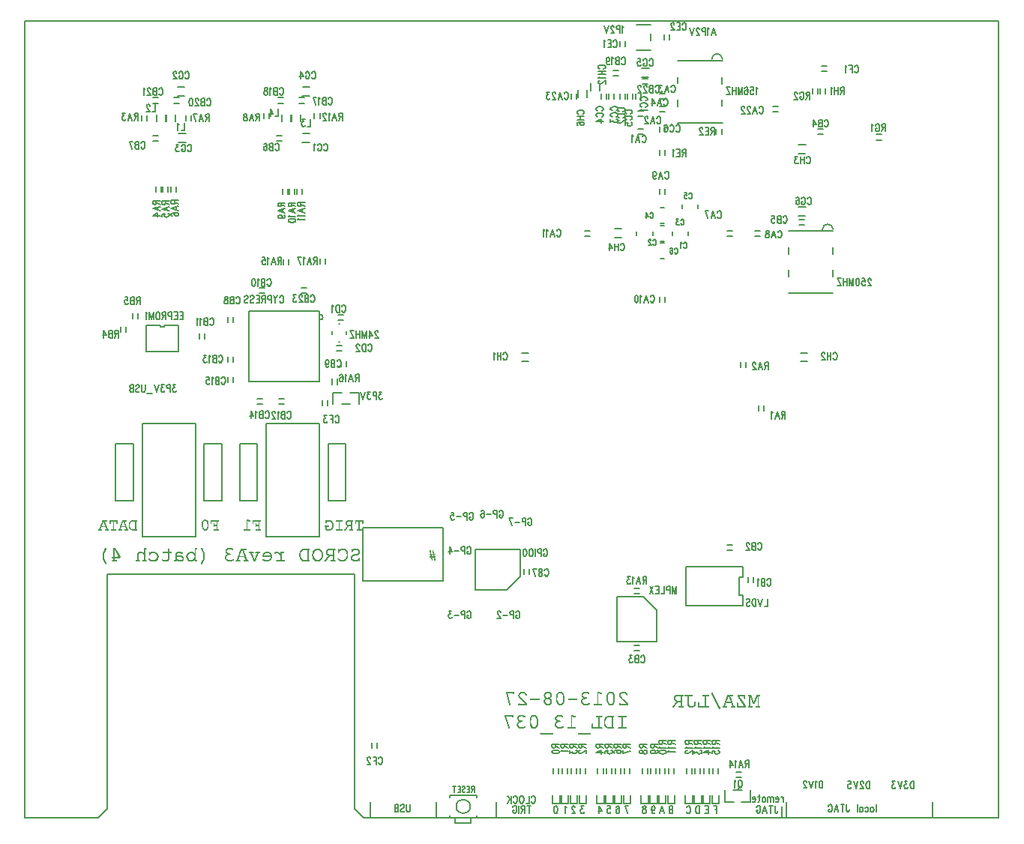
<source format=gbo>
*
*
G04 PADS 9.5 Build Number: 522968 generated Gerber (RS-274-X) file*
G04 PC Version=2.1*
*
%IN "SCROD.revA3.batch4.auto"*%
*
%MOIN*%
*
%FSLAX35Y35*%
*
*
*
*
G04 PC Standard Apertures*
*
*
G04 Thermal Relief Aperture macro.*
%AMTER*
1,1,$1,0,0*
1,0,$1-$2,0,0*
21,0,$3,$4,0,0,45*
21,0,$3,$4,0,0,135*
%
*
*
G04 Annular Aperture macro.*
%AMANN*
1,1,$1,0,0*
1,0,$2,0,0*
%
*
*
G04 Odd Aperture macro.*
%AMODD*
1,1,$1,0,0*
1,0,$1-0.005,0,0*
%
*
*
G04 PC Custom Aperture Macros*
*
*
*
*
*
*
G04 PC Aperture Table*
*
%ADD010C,0.001*%
%ADD011C,0.00787*%
%ADD012C,0.005*%
%ADD013C,0.01*%
%ADD048C,0.007*%
%ADD103C,0.00591*%
*
*
*
*
G04 PC Circuitry*
G04 Layer Name SCROD.revA3.batch4.auto - circuitry*
%LPD*%
*
G54D10*
G01X406839Y111129D02*
X406777Y111192D01*
X406608Y111276*
X405717*
X404235Y107941*
X404142Y107945*
X402939Y111276*
X402052*
X401883Y111192*
X401820Y111129*
X401884Y111002*
X402227*
X402277Y110952*
Y106279*
X402227Y106229*
X402052*
X401883Y106145*
X401820Y106083*
X401884Y105956*
X403411*
X403474Y106083*
X403412Y106145*
X403243Y106229*
X402601*
X402551Y106279*
Y110952*
X402601Y111002*
X402694*
X402741Y110970*
X404037Y107638*
X404437*
X405919Y110973*
X405965Y111002*
X406059*
X406109Y110952*
Y106279*
X406059Y106229*
X405416*
X405247Y106145*
X405185Y106083*
X405248Y105956*
X406775*
X406839Y106083*
X406777Y106145*
X406608Y106229*
X406432*
X406382Y106279*
Y110952*
X406432Y111002*
X406775*
X406839Y111129*
X400495Y106451D02*
X397419Y110924D01*
X397460Y111002*
X399984*
X400034Y110952*
Y109843*
X400118Y109673*
X400171Y109621*
X400223Y109673*
X400308Y109843*
Y111276*
X397137*
Y110781*
X400212Y106308*
X400171Y106229*
X397274*
X397224Y106279*
Y107576*
X397143Y107737*
X397003Y107807*
X396950Y107754*
Y105956*
X400495*
Y106451*
X395811Y106083D02*
X395749Y106145D01*
X395579Y106229*
X395311*
X395264Y106262*
X393582Y110935*
X393629Y111002*
X394906*
X394970Y111129*
X394907Y111192*
X394738Y111276*
X392636*
X390872Y106263*
X390825Y106229*
X390650*
X390481Y106145*
X390418Y106083*
X390482Y105956*
X392102*
X392166Y106083*
X392104Y106145*
X391935Y106229*
X391199*
X391152Y106297*
X391713Y107792*
X391760Y107825*
X394376*
X394423Y107792*
X394984Y106297*
X394937Y106229*
X394295*
X394126Y106145*
X394063Y106083*
X394127Y105956*
X395747*
X395811Y106083*
X394333Y108149D02*
X394283Y108099D01*
X394283D02*
X391853D01*
X391853D02*
X391803Y108149D01*
X391803D02*
X391806Y108166D01*
X392834Y110969*
X392881Y111002*
X393255*
X393302Y110969*
X394330Y108166*
X394333Y108149*
X389093Y105520D02*
X385920Y112052D01*
X385841Y112211*
X385705*
X385641Y112146*
Y111898*
X388814Y105367*
X388893Y105208*
X389029*
X389093Y105272*
Y105520*
X384129Y111129D02*
X384066Y111192D01*
X383897Y111276*
X381678*
X381509Y111192*
X381447Y111129*
X381510Y111002*
X382601*
X382651Y110952*
Y106279*
X382601Y106229*
X379984*
X379934Y106279*
Y107763*
X379849Y107932*
X379797Y107984*
X379745Y107932*
X379660Y107763*
Y105956*
X384065*
X384129Y106083*
X384066Y106145*
X383897Y106229*
X382974*
X382924Y106279*
Y110952*
X382974Y111002*
X384065*
X384129Y111129*
X378158Y108043D02*
X378074Y108212D01*
X378021Y108265*
X377969Y108212*
X377884Y108043*
Y106840*
X377863Y106799*
X377209Y106332*
X377192Y106324*
X376445Y106137*
X376432Y106136*
X376152*
X376130Y106141*
X375756Y106328*
X375750Y106331*
X375470Y106518*
X375456Y106532*
X375082Y107093*
X375074Y107120*
Y110952*
X375124Y111002*
X376775*
X376839Y111129*
X376777Y111192*
X376608Y111276*
X373827*
X373658Y111192*
X373596Y111129*
X373660Y111002*
X374750*
X374800Y110952*
Y107498*
X374892Y106858*
X375254Y106315*
X375797Y105953*
X375797D02*
X376436Y105862D01*
X376888*
X377249Y106043*
X377712Y106320*
X378158Y106677*
Y108043*
X372820Y111129D02*
X372758Y111192D01*
X372589Y111276*
X370362*
X369816Y111185*
X369270Y110821*
X368909Y110370*
X368820Y109833*
X368910Y109472*
X369089Y109024*
X369541Y108753*
X370100Y108474*
X370113Y108394*
X369462Y107743*
X369091Y107187*
X368531Y106254*
X368488Y106229*
X368229*
X368082Y106083*
X368146Y105956*
X368649*
X369007Y106493*
X369285Y106956*
X369470Y107419*
X369481Y107436*
X370135Y108090*
X370145Y108098*
X370612Y108378*
X370638Y108385*
X371853*
X371903Y108335*
Y106279*
X371853Y106229*
X371211*
X371041Y106145*
X370979Y106083*
X371043Y105956*
X372757*
X372820Y106083*
X372758Y106145*
X372589Y106229*
X372227*
X372177Y106279*
Y110952*
X372227Y111002*
X372757*
X372820Y111129*
X371903Y110952D02*
Y108709D01*
X371853Y108659*
X370358*
X370339Y108663*
X369872Y108850*
X369868Y108851*
X369494Y109038*
X369475Y109055*
X369291Y109332*
X369107Y109515*
X369093Y109550*
Y109831*
X369094Y109843*
X369188Y110217*
X369196Y110235*
X369477Y110608*
X369491Y110621*
X369958Y110902*
X369974Y110908*
X370441Y111001*
X370451Y111002*
X371853*
X371903Y110952*
X347435Y101779D02*
X347373Y101841D01*
X347203Y101926*
X344236*
X344067Y101841*
X344005Y101779*
X344069Y101652*
X345533*
X345583Y101602*
Y96929*
X345533Y96879*
X344236*
X344067Y96794*
X344005Y96732*
X344069Y96605*
X347371*
X347435Y96732*
X347373Y96794*
X347203Y96879*
X345907*
X345857Y96929*
Y101602*
X345907Y101652*
X347371*
X347435Y101779*
X348218Y107429D02*
X345898Y109563D01*
X345893Y109569*
X345520Y110034*
X345242Y110312*
X345237Y110318*
X344957Y110692*
X344949Y110709*
X344855Y111083*
Y111105*
X344948Y111572*
X344954Y111588*
X345235Y112056*
X345252Y112073*
X345719Y112353*
X345736Y112360*
X345736D02*
X346297Y112453D01*
X346315*
X346783Y112359*
X346795Y112355*
X347169Y112168*
X347182Y112159*
X347556Y111785*
X347565Y111772*
X347832Y111239*
X347957*
X348027Y111380*
X347942Y111634*
X347762Y111905*
X347121Y112546*
X346762Y112635*
X346304Y112727*
X345670Y112636*
X345124Y112273*
X344671Y111728*
X344580Y111097*
X344671Y110646*
X344943Y110192*
X346900Y108235*
X347926Y107396*
X347944Y107357*
Y107264*
X347894Y107214*
X344904*
X344854Y107264*
Y107345*
X344769Y107514*
X344717Y107567*
X344664Y107514*
X344580Y107345*
Y106940*
X348218*
Y107429*
X342014Y101779D02*
X341952Y101841D01*
X341783Y101926*
X339837*
X338922Y101743*
X338652Y101473*
X338645Y101467*
X338374Y101286*
X337824Y100371*
X337733Y99543*
X337733D02*
Y98989D01*
X337733D02*
X337825Y98436D01*
X338009Y97883*
X338283Y97335*
X338283D02*
X338830Y96879D01*
X339285Y96697*
X339836Y96605*
X341951*
X342014Y96732*
X341952Y96794*
X341783Y96879*
X341608*
X341558Y96929*
Y101602*
X341608Y101652*
X341951*
X342014Y101779*
X341284Y101602D02*
Y96929D01*
X341234Y96879*
X339832*
X339822Y96880*
X339355Y96973*
X339346Y96976*
X338879Y97163*
X338862Y97174*
X338488Y97548*
X338484Y97553*
X338203Y97927*
X338194Y97947*
X338007Y98882*
X338006Y98892*
Y99639*
X338007Y99646*
X338100Y100301*
X338107Y100320*
X338575Y101068*
X338586Y101080*
X339053Y101454*
X339072Y101463*
X339820Y101650*
X339832Y101652*
X341234*
X341284Y101602*
X342330Y110250D02*
X342145Y111361D01*
X341780Y112183*
X341237Y112545*
X340605Y112726*
X339974Y112545*
X339521Y112183*
X339247Y111726*
X338971Y111175*
X338879Y110252*
Y109324*
X339064Y108215*
X339523Y107387*
X339974Y106937*
X340605Y106847*
X341238Y106937*
X341693Y107301*
X341868Y107476*
X341958Y107836*
X341962Y107847*
X342238Y108399*
X342330Y109322*
Y110250*
X342056Y110161D02*
Y109320D01*
Y109311*
X341869Y108283*
X341868Y108280*
X341775Y107906*
X341768Y107890*
X341581Y107610*
X341574Y107602*
X341201Y107228*
X341174Y107214*
X341174D02*
X340613Y107121D01*
X340596*
X340036Y107214*
X340005Y107232*
X339538Y107792*
X339531Y107805*
X339250Y108459*
X339246Y108473*
X339153Y109314*
Y109320*
Y110161*
Y110170*
X339341Y111199*
X339434Y111666*
X339441Y111684*
X339628Y111964*
X339640Y111976*
X340014Y112257*
X340028Y112264*
X340589Y112451*
X340620*
X341181Y112264*
X341201Y112252*
X341668Y111785*
X341679Y111767*
X341960Y111019*
X341963Y111007*
X342056Y110166*
Y110161*
X336781Y101779D02*
X336718Y101841D01*
X336549Y101926*
X334330*
X334161Y101841*
X334098Y101779*
X334162Y101652*
X335253*
X335303Y101602*
Y96929*
X335253Y96879*
X332636*
X332586Y96929*
Y98412*
X332501Y98582*
X332449Y98634*
X332396Y98582*
X332312Y98412*
Y96605*
X336717*
X336781Y96732*
X336718Y96794*
X336549Y96879*
X335626*
X335576Y96929*
Y101602*
X335626Y101652*
X336717*
X336781Y101779*
X336702Y112030D02*
X336559Y112173D01*
X334767Y112710*
Y107264*
X334717Y107214*
X333420*
X333251Y107129*
X333189Y107067*
X333252Y106940*
X336555*
X336618Y107067*
X336556Y107129*
X336387Y107214*
X335091*
X335041Y107264*
Y112217*
X335104Y112265*
X336406Y111893*
X336565*
X336702Y112030*
X331640Y94209D02*
X331578Y94271D01*
X331409Y94356*
X326386*
X326217Y94271*
X326155Y94209*
X326218Y94082*
X331577*
X331640Y94209*
X331209Y107617D02*
X331155Y107670D01*
X330253Y107219*
X330237Y107214*
X329489Y107121*
X329476*
X328822Y107214*
X328803Y107221*
X328336Y107501*
X328322Y107513*
X328322D02*
X327949Y107980D01*
X327939Y108001*
X327845Y108469*
X327846Y108491*
X327939Y108865*
X327940Y108868*
X328034Y109149*
X328046Y109168*
X328326Y109448*
X328332Y109453*
X328705Y109734*
X328705D02*
X328725Y109742D01*
X329566Y109929*
X329576Y109930*
X329733*
X329796Y110057*
X329734Y110120*
X329565Y110204*
X329296*
X329286Y110205*
X328819Y110299*
X328806Y110303*
X328433Y110490*
X328415Y110505*
X328135Y110878*
X328126Y110896*
X328033Y111270*
X328032Y111292*
X328126Y111759*
X328139Y111785*
X328420Y112065*
X328425Y112070*
X328799Y112350*
X328821Y112360*
X329381Y112453*
X329396*
X330143Y112360*
X330165Y112352*
X330726Y111978*
X330733Y111972*
X330812Y111893*
X330947*
X331016Y112030*
X330940Y112183*
X330674Y112360*
X330030Y112636*
X329390Y112727*
X328754Y112636*
X328209Y112273*
X327848Y111822*
X327758Y111284*
X327939Y110560*
X328206Y110294*
X328668Y110017*
Y109931*
X328203Y109652*
X327842Y109382*
X327662Y108932*
X327571Y108478*
X327661Y107939*
X328117Y107393*
X328662Y106938*
X329486Y106846*
X329941*
X330861Y107215*
X331126Y107391*
X331126D02*
X331209Y107556D01*
Y107617*
X324995Y101695D02*
X324852Y101838D01*
X323060Y102376*
Y96929*
X323010Y96879*
X321713*
X321544Y96794*
X321482Y96732*
X321545Y96605*
X324848*
X324911Y96732*
X324849Y96794*
X324680Y96879*
X323383*
X323333Y96929*
Y101882*
X323397Y101930*
X324699Y101558*
X324858*
X324995Y101695*
X325695Y109737D02*
X321869D01*
Y109276*
X325695*
Y109737*
X319502Y97282D02*
X319448Y97335D01*
X318546Y96884*
X318530Y96879*
X317782Y96786*
X317769*
X317115Y96879*
X317096Y96886*
X316629Y97166*
X316615Y97178*
X316242Y97645*
X316232Y97667*
X316138Y98134*
X316139Y98156*
X316232Y98530*
X316233Y98534*
X316327Y98814*
X316339Y98833*
X316619Y99114*
X316624Y99118*
X316998Y99399*
X317017Y99408*
X317859Y99595*
X317869Y99596*
X318025*
X318089Y99723*
X318027Y99785*
X317858Y99870*
X317589*
X317579Y99871*
X317112Y99964*
X317099Y99968*
X316726Y100155*
X316708Y100170*
X316428Y100544*
X316419Y100562*
X316326Y100936*
X316325Y100957*
X316419Y101425*
X316432Y101450*
X316713Y101731*
X316718Y101735*
X317092Y102016*
X317114Y102025*
X317674Y102118*
X317689Y102119*
X318436Y102025*
X318458Y102017*
X319019Y101643*
X319026Y101637*
X319105Y101558*
X319240*
X319309Y101695*
X319233Y101848*
X318967Y102025*
X318323Y102301*
X317683Y102392*
X317683D02*
X317047Y102302D01*
X316502Y101938*
X316141Y101487*
X316051Y100950*
X316232Y100226*
X316499Y99959*
X316961Y99682*
Y99596*
X316495Y99317*
X316135Y99047*
X315955Y98597*
X315864Y98143*
X315954Y97605*
X316410Y97058*
X316955Y96603*
X317779Y96512*
X318234*
X319154Y96880*
X319419Y97057*
X319502Y97221*
Y97282*
X319900Y110250D02*
X319715Y111361D01*
X319350Y112183*
X318808Y112545*
X318175Y112726*
X317544Y112545*
X317091Y112183*
X316817Y111726*
X316541Y111175*
X316449Y110252*
Y109324*
X316634Y108215*
X317093Y107387*
X317544Y106937*
X318175Y106847*
X318808Y106937*
X319263Y107301*
X319438Y107476*
X319528Y107836*
X319532Y107847*
X319808Y108399*
X319900Y109322*
Y110250*
X319626Y110161D02*
Y109320D01*
Y109311*
X319439Y108283*
X319438Y108280*
X319345Y107906*
X319338Y107890*
X319151Y107610*
X319145Y107602*
X318771Y107228*
X318744Y107214*
X318183Y107121*
X318166*
X317606Y107214*
X317575Y107232*
X317108Y107792*
X317101Y107805*
X316820Y108459*
X316817Y108473*
X316723Y109314*
Y109320*
Y110161*
X316724Y110170*
X316911Y111199*
X317004Y111666*
X317012Y111684*
X317198Y111964*
X317210Y111976*
X317584Y112257*
X317598Y112264*
X318159Y112451*
X318190*
X318751Y112264*
X318771Y112252*
X319238Y111785*
X319249Y111767*
X319530Y111019*
X319533Y111007*
X319626Y110166*
Y110161*
X314818Y94209D02*
X314756Y94271D01*
X314587Y94356*
X309563*
X309394Y94271*
X309332Y94209*
X309396Y94082*
X314754*
X314818Y94209*
X314292Y108476D02*
X314110Y109204D01*
X313840Y109564*
X313472Y109840*
X313466Y109916*
X313747Y110196*
X313754Y110202*
X314022Y110381*
X314202Y110830*
X314292Y111191*
X314202Y111731*
X313840Y112274*
X313297Y112636*
X312661Y112727*
X312025Y112636*
X311482Y112274*
X311119Y111731*
X311029Y111191*
X311120Y110830*
X311301Y110376*
X311478Y110199*
X311849Y109920*
Y109840*
X311481Y109564*
X311208Y109200*
X311028Y108841*
Y108482*
X311120Y107843*
X311482Y107300*
X312025Y106938*
X312661Y106847*
X313297Y106938*
X313840Y107300*
X314201Y107843*
X314201D02*
X314292Y108476D01*
X314018Y111179D02*
X313925Y110712D01*
X313916Y110692*
X313635Y110318*
X313614Y110301*
X313146Y110114*
X313138Y110112*
X312670Y110018*
X312661Y110017*
X312100*
X312070Y110027*
X311696Y110308*
X311686Y110318*
X311406Y110692*
X311397Y110712*
X311303Y111179*
Y111199*
X311397Y111666*
X311406Y111686*
X311686Y112060*
X311696Y112070*
X312070Y112350*
X312092Y112360*
X312652Y112453*
X312669*
X313230Y112360*
X313251Y112350*
X313625Y112070*
X313635Y112060*
X313916Y111686*
X313925Y111666*
X314018Y111199*
Y111179*
X314019Y108479D02*
X314018Y108470D01*
X313925Y107910*
X313916Y107888*
X313635Y107514*
X313625Y107504*
X313251Y107224*
X313230Y107214*
X312669Y107121*
X312652*
X312092Y107214*
X312070Y107224*
X311696Y107504*
X311686Y107514*
X311406Y107888*
X311396Y107910*
X311303Y108470*
X311302Y108479*
X311303Y108488*
X311397Y108956*
X311403Y108972*
X311683Y109439*
X311704Y109458*
X312078Y109645*
X312078D02*
X312092Y109649D01*
X312652Y109743*
X312670*
X313138Y109649*
X313146Y109646*
X313614Y109460*
X313638Y109439*
X313918Y108972*
X313925Y108956*
X314018Y108488*
X314019Y108479*
X308193Y99915D02*
X308008Y101027D01*
X307643Y101849*
X307101Y102210*
X306468Y102391*
X305837Y102211*
X305384Y101849*
X305110Y101391*
X304834Y100840*
X304742Y99917*
Y98989*
X304927Y97880*
X305386Y97053*
X305837Y96602*
X306468Y96512*
X307101Y96603*
X307556Y96966*
X307731Y97141*
X307821Y97502*
X307825Y97512*
X308101Y98065*
X308193Y98988*
Y99915*
X307919Y99826D02*
Y98985D01*
Y98976*
X307732Y97948*
X307731Y97945*
X307638Y97571*
X307631Y97555*
X307444Y97275*
X307437Y97267*
X307064Y96894*
X307037Y96880*
X306476Y96786*
X306459*
X305899Y96880*
X305868Y96897*
X305401Y97458*
X305394Y97470*
X305113Y98124*
X305109Y98138*
X305016Y98980*
X305016D02*
Y98985D01*
Y99826*
Y99835*
X305204Y100864*
X305297Y101331*
X305304Y101349*
X305491Y101630*
X305503Y101642*
X305877Y101922*
X305891Y101930*
X306452Y102117*
X306483*
X307044Y101930*
X307064Y101918*
X307531Y101450*
X307542Y101432*
X307823Y100685*
X307826Y100673*
X307919Y99832*
Y99826*
X308872Y109737D02*
X305047D01*
Y109276*
X308872*
Y109737*
X302679Y97282D02*
X302626Y97335D01*
X301724Y96884*
X301707Y96879*
X300960Y96786*
X300946*
X300292Y96879*
X300274Y96886*
X299806Y97166*
X299793Y97178*
X299419Y97645*
X299409Y97667*
X299316Y98134*
Y98156*
X299410Y98530*
X299411Y98534*
X299504Y98814*
X299516Y98833*
X299797Y99114*
X299802Y99118*
X300176Y99399*
X300195Y99408*
X301036Y99595*
X301047Y99596*
X301203*
X301267Y99723*
X301204Y99785*
X301035Y99870*
X300767*
X300757Y99871*
X300290Y99964*
X300277Y99968*
X299903Y100155*
X299885Y100170*
X299605Y100544*
X299597Y100562*
X299503Y100936*
Y100957*
X299596Y101425*
X299610Y101450*
X299890Y101731*
X299895Y101735*
X300269Y102016*
X300291Y102025*
X300852Y102118*
X300866Y102119*
X301614Y102025*
X301635Y102017*
X302196Y101643*
X302204Y101637*
X302283Y101558*
X302418*
X302486Y101695*
X302410Y101848*
X302145Y102025*
X301501Y102301*
X300860Y102392*
X300224Y102302*
X299679Y101938*
X299318Y101487*
X299229Y100950*
X299410Y100226*
X299676Y99959*
X300138Y99682*
Y99596*
X299673Y99317*
X299313Y99047*
X299313D02*
X299132Y98597D01*
X299132D02*
X299042Y98143D01*
X299131Y97605*
X299587Y97058*
X300133Y96603*
X300956Y96512*
X301411*
X302332Y96880*
X302597Y97057*
X302679Y97221*
Y97282*
X303358Y107429D02*
X301038Y109563D01*
X301033Y109569*
X300661Y110034*
X300382Y110312*
X300378Y110318*
X300097Y110692*
X300089Y110709*
X299995Y111083*
Y111105*
X300088Y111572*
X300094Y111588*
X300375Y112056*
X300392Y112073*
X300859Y112353*
X300877Y112360*
X301437Y112453*
X301455*
X301923Y112359*
X301935Y112355*
X302309Y112168*
X302322Y112159*
X302696Y111785*
X302705Y111772*
X302972Y111239*
X303097*
X303167Y111380*
X303083Y111634*
X302902Y111905*
X302261Y112546*
X301902Y112635*
X301444Y112727*
X300810Y112636*
X300264Y112273*
X299811Y111728*
X299721Y111097*
X299811Y110646*
X300083Y110192*
X302040Y108235*
X303066Y107396*
X303084Y107357*
Y107264*
X303034Y107214*
X300044*
X299994Y107264*
Y107345*
X299909Y107514*
X299857Y107567*
X299805Y107514*
X299720Y107345*
Y106940*
X303358*
Y107429*
X297564Y112634D02*
X294206D01*
Y112131*
X295698Y107095*
X295776Y106940*
X295826*
X295975Y107014*
Y107163*
X294482Y112109*
X294480Y112123*
Y112310*
X294530Y112360*
X297240*
X297290Y112310*
Y112042*
X297375Y111873*
X297427Y111820*
X297479Y111873*
X297564Y112042*
Y112634*
X297072Y102300D02*
X293714D01*
Y101796*
X295206Y96760*
X295283Y96605*
X295334*
X295483Y96679*
Y96828*
X293990Y101774*
X293988Y101789*
Y101976*
X294038Y102026*
X296748*
X296798Y101976*
Y101707*
X296882Y101538*
X296935Y101486*
X296987Y101538*
X297072Y101707*
Y102300*
X262721Y174071D02*
X261973D01*
X261924Y174112*
X261625Y175607*
X261481*
X261776Y174131*
X261727Y174071*
X260745*
X260696Y174112*
X260397Y175607*
X260253*
X260548Y174131*
X260499Y174071*
X260058*
Y173926*
X260560*
X260610Y173885*
X260794Y172903*
X260795Y172893*
X260745Y172843*
X260058*
Y172698*
X260806*
X260855Y172657*
X261093Y171408*
X261237*
X261002Y172638*
Y172648*
X261052Y172698*
X262034*
X262083Y172657*
X262321Y171408*
X262465*
X262231Y172638*
X262230Y172648*
X262280Y172698*
X262721*
Y172843*
X262218*
X262169Y172884*
X261985Y173867*
X261984Y173876*
X262034Y173926*
X262721*
Y174071*
X262023Y172893D02*
X261973Y172843D01*
X260990*
X260941Y172884*
X260757Y173867*
X260756Y173876*
X260806Y173926*
X261788*
X261838Y173885*
X262022Y172903*
X262023Y172893*
X230414Y188864D02*
X227129D01*
Y187601*
X227194Y187472*
X227226Y187439*
X227259Y187472*
X227323Y187601*
Y188619*
X227373Y188669*
X228624*
X228674Y188619*
Y184940*
X228624Y184890*
X227900*
X227771Y184825*
X227728Y184783*
X227772Y184696*
X229771*
X229814Y184783*
X229772Y184825*
X229643Y184890*
X228919*
X228869Y184940*
Y188619*
X228919Y188669*
X230170*
X230220Y188619*
Y187601*
X230284Y187472*
X230317Y187439*
X230349Y187472*
X230414Y187601*
Y188864*
X229030Y172163D02*
X228946Y172332D01*
X228893Y172384*
X228752Y172243*
X228662Y171791*
X228643Y171761*
X228269Y171480*
X228265Y171477*
X227797Y171197*
X227779Y171190*
X227125Y171097*
X227110*
X226456Y171190*
X226441Y171195*
X225880Y171476*
X225863Y171490*
X225582Y171864*
X225573Y171884*
X225480Y172352*
X225481Y172377*
X225668Y172938*
X225684Y172961*
X226152Y173335*
X226167Y173343*
X226448Y173437*
X226456Y173439*
X227109Y173532*
X227942Y173717*
X228486Y173990*
X228752Y174344*
X228843Y174885*
X228753Y175425*
X228392Y175876*
X227847Y176239*
X227118Y176330*
X226386Y176238*
X225740Y175869*
X225666Y175913*
Y175995*
X225581Y176164*
X225529Y176216*
X225476Y176164*
X225392Y175995*
Y174990*
X225476Y174821*
X225529Y174769*
X225581Y174821*
X225668Y174996*
X225761Y175364*
X225774Y175387*
X226054Y175668*
X226064Y175675*
X226531Y175956*
X226549Y175962*
X227109Y176056*
X227126*
X227686Y175962*
X227697Y175959*
X228164Y175772*
X228186Y175756*
X228466Y175382*
X228475Y175362*
X228568Y174895*
Y174873*
X228474Y174499*
X228466Y174481*
X228186Y174107*
X228168Y174092*
X227794Y173906*
X227772Y173900*
X227404*
X227037Y173808*
X226384Y173622*
X226380Y173621*
X225922Y173529*
X225654Y173351*
X225383Y173080*
X225205Y172723*
X225205D02*
Y172365D01*
X225296Y171731*
X225747Y171279*
X225747D02*
X226294Y170914D01*
X227115Y170823*
X227942Y171007*
X228684Y171378*
X228756Y171333*
Y171158*
X228841Y170989*
X228893Y170937*
X228946Y170989*
X229030Y171158*
Y172163*
X225988Y188757D02*
X225945Y188799D01*
X225816Y188864*
X224066*
X223639Y188793*
X223213Y188509*
X222931Y188157*
X222862Y187738*
X222932Y187457*
X223072Y187108*
X223424Y186897*
X223863Y186677*
X223876Y186597*
X223365Y186086*
X223074Y185649*
X222633Y184914*
X222590Y184890*
X222390*
X222283Y184783*
X222327Y184696*
X222710*
X222989Y185114*
X223207Y185477*
X223353Y185842*
X223364Y185858*
X223879Y186374*
X223889Y186381*
X224257Y186602*
X224283Y186609*
X225239*
X225289Y186559*
Y184940*
X225239Y184890*
X224736*
X224606Y184825*
X224564Y184783*
X224608Y184696*
X225944*
X225988Y184783*
X225945Y184825*
X225816Y184890*
X225534*
X225484Y184940*
Y188619*
X225534Y188669*
X225944*
X225988Y188757*
X225289Y188619D02*
Y186853D01*
X225239Y186803*
X224062*
X224043Y186807*
X223675Y186954*
X223671Y186956*
X223377Y187103*
X223358Y187120*
X223213Y187337*
X223070Y187480*
X223055Y187516*
Y187736*
X223057Y187749*
X223130Y188043*
X223139Y188061*
X223359Y188355*
X223374Y188368*
X223742Y188589*
X223758Y188595*
X224126Y188669*
X224126D02*
X224135D01*
X225239*
X225289Y188619*
X223703Y173947D02*
X223611Y174593D01*
X223428Y175141*
X223062Y175599*
X222605Y176056*
X222059Y176238*
X221511Y176329*
X220594Y176146*
X219854Y175684*
X219778Y175726*
Y175995*
X219693Y176164*
X219641Y176216*
X219589Y176164*
X219504Y175995*
Y174990*
X219589Y174821*
X219662Y174748*
X219703*
X219781Y174902*
X219873Y175271*
X219881Y175289*
X220162Y175662*
X220182Y175678*
X220836Y175959*
X220848Y175962*
X221408Y176056*
X221426Y176055*
X221894Y175962*
X221896Y175961*
X222270Y175868*
X222289Y175858*
X222756Y175485*
X222767Y175473*
X223327Y174632*
X223335Y174612*
X223429Y173957*
Y173950*
Y173296*
X223428Y173285*
X223241Y172444*
X223233Y172426*
X222766Y171772*
X222754Y171760*
X222100Y171293*
X222083Y171285*
X221335Y171098*
X221323Y171097*
X220856*
X220837Y171100*
X220370Y171287*
X220359Y171293*
X219985Y171574*
X219979Y171578*
X219611Y171947*
X219464Y172020*
X219317Y171873*
Y171821*
X219859Y171280*
X220317Y171005*
X220772Y170823*
X221225*
X222146Y171007*
X222605Y171282*
X222877Y171464*
X223432Y172203*
X223611Y172473*
X223703Y173206*
Y173947*
X221205Y188757D02*
X221162Y188799D01*
X221033Y188864*
X218702*
X218572Y188799*
X218530Y188757*
X218573Y188669*
X219720*
X219770Y188619*
Y184940*
X219720Y184890*
X218702*
X218572Y184825*
X218530Y184783*
X218573Y184696*
X221161*
X221205Y184783*
X221162Y184825*
X221033Y184890*
X220014*
X219964Y184940*
Y188619*
X220014Y188669*
X221161*
X221205Y188757*
X218085Y176090D02*
X218022Y176152D01*
X217853Y176237*
X215626*
X215080Y176146*
X214535Y175782*
X214174Y175331*
X214084Y174793*
X214175Y174433*
X214354Y173984*
X214805Y173714*
X215364Y173434*
X215377Y173354*
X214726Y172703*
X214356Y172148*
X213796Y171214*
X213753Y171190*
X213493*
X213347Y171043*
X213410Y170916*
X213913*
X214272Y171454*
X214549Y171916*
X214735Y172380*
X214746Y172397*
X215400Y173051*
X215410Y173059*
X215877Y173339*
X215903Y173346*
X217118*
X217168Y173296*
Y171240*
X217118Y171190*
X216475*
X216306Y171105*
X216244Y171043*
X216307Y170916*
X218021*
X218085Y171043*
X218022Y171105*
X217853Y171190*
X217491*
X217441Y171240*
Y175913*
X217491Y175963*
X218021*
X218085Y176090*
X217168Y175913D02*
Y173670D01*
X217118Y173620*
X215622*
X215604Y173623*
X215136Y173810*
X215133Y173812*
X214759Y173999*
X214739Y174016*
X214555Y174292*
X214372Y174476*
X214357Y174511*
Y174791*
X214359Y174804*
X214359D02*
X214452Y175177D01*
X214461Y175195*
X214741Y175569*
X214755Y175582*
X215223Y175862*
X215239Y175868*
X215706Y175962*
X215716Y175963*
X217118*
X217168Y175913*
Y187070D02*
X217096Y187505D01*
X216952Y188007*
X216667Y188364*
X216237Y188722*
X215808Y188865*
X215377Y188937*
X214730Y188865*
X214150Y188575*
X214077Y188619*
Y188820*
X214033Y188864*
X214001*
X213948Y188811*
X213883Y188681*
Y188112*
X213943Y187934*
X214023*
X214080Y188048*
X214152Y188337*
X214178Y188370*
X214473Y188517*
X214479Y188520*
X214921Y188667*
X214927Y188669*
X214927D02*
X215295Y188742D01*
X215313*
X215754Y188669*
X215765Y188666*
X216133Y188519*
X216144Y188512*
X216438Y188292*
X216450Y188279*
X216744Y187838*
X216749Y187829*
X216896Y187461*
X216899Y187452*
X216973Y187084*
X216974Y187074*
Y186485*
X216972Y186475*
X216825Y185812*
X216820Y185798*
X216525Y185283*
X216509Y185266*
X215920Y184898*
X215898Y184890*
X215162Y184817*
X215150*
X214635Y184891*
X214629Y184892*
X214114Y185039*
X214114D02*
X214077Y185087D01*
Y186265*
X214127Y186315*
X215274*
X215317Y186402*
X215275Y186444*
X215146Y186509*
X213771*
X213642Y186444*
X213589Y186391*
Y186359*
X213633Y186315*
X213833*
X213883Y186265*
Y184973*
X214508Y184695*
X215229Y184623*
X216023Y184767*
X216667Y185125*
X217024Y185695*
X217095Y186053*
X217168Y186490*
Y187070*
X212581Y173576D02*
X212397Y174680D01*
X211844Y175601*
X211573Y175873*
X211117Y176147*
X210751Y176238*
X210294Y176329*
X209656Y176238*
X209110Y175965*
X208652Y175507*
X208285Y174957*
X208101Y174314*
X208009Y173576*
X208101Y172839*
X208285Y172194*
X208652Y171553*
X209107Y171189*
X209656Y170914*
X210299Y170823*
X210751*
X211112Y171003*
X211573Y171280*
X211844Y171551*
X212397Y172473*
X212581Y173576*
X212308D02*
X212307Y173567D01*
X212120Y172539*
X212113Y172522*
X211646Y171774*
X211636Y171762*
X211075Y171295*
X211055Y171285*
X210307Y171098*
X210295Y171097*
X209921*
X209899Y171102*
X209151Y171476*
X209134Y171490*
X208853Y171864*
X208849Y171872*
X208849D02*
X208475Y172619D01*
X208470Y172632*
X208283Y173567*
X208284Y173587*
X208471Y174428*
X208474Y174438*
X208848Y175279*
X208861Y175297*
X209515Y175857*
X209535Y175868*
X210283Y176055*
X210307*
X211055Y175868*
X211075Y175857*
X211730Y175297*
X211730D02*
X211742Y175281D01*
X212116Y174533*
X212120Y174521*
X212307Y173586*
X212308Y173576*
X206589Y176090D02*
X206527Y176152D01*
X206358Y176237*
X204412*
X203497Y176054*
X203228Y175784*
X203220Y175778*
X202949Y175597*
X202400Y174682*
X202308Y173854*
Y173300*
X202400Y172747*
X202584Y172194*
X202858Y171646*
X202858D02*
X203405Y171190D01*
X203860Y171008*
X204411Y170916*
X206526*
X206589Y171043*
X206527Y171105*
X206358Y171190*
X206183*
X206133Y171240*
Y175913*
X206183Y175963*
X206526*
X206589Y176090*
X205859Y175913D02*
Y171240D01*
X205809Y171190*
X204407*
X204397Y171191*
X203930Y171284*
X203921Y171287*
X203454Y171474*
X203437Y171485*
X203063Y171859*
X203059Y171864*
X202778Y172238*
X202769Y172258*
X202583Y173193*
X202582Y173203*
Y173950*
Y173957*
X202675Y174612*
X202675D02*
X202683Y174631D01*
X203150Y175379*
X203161Y175391*
X203628Y175765*
X203647Y175774*
X204395Y175961*
X204407Y175963*
X205809*
X205859Y175913*
X195468Y171043D02*
X195406Y171105D01*
X195237Y171190*
X194314*
X194264Y171240*
Y174511*
X194314Y174561*
X195124*
X195188Y174688*
X195125Y174750*
X194956Y174835*
X193990*
Y173857*
X193907Y173819*
X193254Y174379*
X192796Y174746*
X192432Y174836*
X192432D02*
X192429Y174837D01*
X192162Y174926*
X191811Y174838*
X191542Y174659*
X191364Y174481*
X191286Y174324*
X191354Y174187*
X191489*
X191849Y174546*
X191868Y174558*
X192148Y174652*
X192180*
X192741Y174465*
X192756Y174457*
X193224Y174083*
X193225Y174081*
X193973Y173427*
X193990Y173390*
Y171240*
X193940Y171190*
X192270*
X192100Y171105*
X192038Y171043*
X192102Y170916*
X195404*
X195468Y171043*
X189963Y172922D02*
X189781Y173743D01*
X189326Y174380*
X188688Y174744*
X187865Y174927*
X187042Y174744*
X186406Y174380*
X185951Y173653*
X185865Y172879*
X189641*
X189689Y172815*
X189502Y172161*
X189492Y172143*
X189025Y171582*
X189014Y171572*
X188454Y171198*
X188433Y171190*
X187779Y171097*
X187762*
X186827Y171284*
X186815Y171289*
X186067Y171663*
X186054Y171672*
X185996Y171730*
X185870Y171604*
X185944Y171457*
X185944D02*
X186211Y171189D01*
X186667Y171007*
X187219Y170823*
X187766*
X188594Y171007*
X189326Y171464*
X189781Y172102*
X189963Y172922*
X189641Y173153D02*
X186183D01*
X186136Y173218*
X186322Y173779*
X186331Y173795*
X186705Y174262*
X186721Y174275*
X187282Y174556*
X187296Y174560*
X187857Y174654*
X187872*
X188526Y174561*
X188526D02*
X188542Y174556D01*
X189102Y174275*
X189102D02*
X189119Y174262D01*
X189493Y173795*
X189501Y173779*
X189688Y173218*
X189641Y173153*
X184627Y174688D02*
X184565Y174750D01*
X184395Y174835*
X182924*
X182755Y174750*
X182692Y174688*
X182756Y174561*
X183566*
X183613Y174492*
X182304Y171221*
X182258Y171190*
X182164*
X182118Y171221*
X180809Y174492*
X180856Y174561*
X181666*
X181730Y174688*
X181667Y174750*
X181498Y174835*
X180027*
X179857Y174750*
X179795Y174688*
X179859Y174561*
X180482*
X180529Y174529*
X181918Y170916*
X182504*
X183893Y174529*
X183940Y174561*
X184563*
X184627Y174688*
X184833Y188757D02*
X184791Y188799D01*
X184661Y188864*
X181485*
Y187895*
X181550Y187766*
X181583Y187734*
X181615Y187766*
X181680Y187895*
Y188619*
X181730Y188669*
X184085*
X184135Y188619*
Y187001*
X184085Y186951*
X183054*
X183004Y187001*
Y187283*
X182940Y187412*
X182907Y187445*
X182875Y187412*
X182810Y187283*
Y186424*
X182875Y186294*
X182907Y186262*
X182940Y186294*
X183004Y186424*
Y186706*
X183054Y186756*
X184085*
X184135Y186706*
Y184940*
X184085Y184890*
X183066*
X182937Y184825*
X182894Y184783*
X182938Y184696*
X184790*
X184833Y184783*
X184791Y184825*
X184661Y184890*
X184379*
X184329Y184940*
Y188619*
X184379Y188669*
X184790*
X184833Y188757*
X179393Y171043D02*
X179331Y171105D01*
X179162Y171190*
X178893*
X178846Y171223*
X177164Y175896*
X177211Y175963*
X178488*
X178552Y176090*
X178490Y176152*
X178321Y176237*
X176218*
X174454Y171223*
X174407Y171190*
X174232*
X174063Y171105*
X174001Y171043*
X174064Y170916*
X175685*
X175748Y171043*
X175686Y171105*
X175517Y171190*
X174781*
X174734Y171258*
X175295Y172753*
X175342Y172785*
X177959*
X178005Y172753*
X178566Y171258*
X178519Y171190*
X177877*
X177708Y171105*
X177646Y171043*
X177709Y170916*
X179330*
X179393Y171043*
X177915Y173109D02*
X177865Y173059D01*
X175435*
X175385Y173109*
X175388Y173126*
X176416Y175930*
X176463Y175963*
X176837*
X176884Y175930*
X177912Y173126*
X177915Y173109*
X180334Y188693D02*
X180231Y188796D01*
X178836Y189215*
Y184940*
X178786Y184890*
X177768*
X177638Y184825*
X177596Y184783*
X177640Y184696*
X180227*
X180271Y184783*
X180228Y184825*
X180099Y184890*
X179081*
X179031Y184940*
Y188840*
X179094Y188888*
X180118Y188596*
X180237*
X180334Y188693*
X172862Y171593D02*
X172809Y171646D01*
X171906Y171195*
X171890Y171190*
X171142Y171097*
X171129*
X170475Y171190*
X170456Y171197*
X169989Y171477*
X169976Y171489*
X169602Y171956*
X169592Y171978*
X169498Y172445*
X169499Y172467*
X169592Y172841*
X169593Y172845*
X169687Y173125*
X169699Y173144*
X169979Y173425*
X169985Y173430*
X170359Y173710*
X170378Y173719*
X171219Y173906*
X171230Y173907*
X171386*
X171449Y174034*
X171387Y174096*
X171218Y174181*
X170949*
X170939Y174182*
X170472Y174275*
X170460Y174279*
X170086Y174466*
X170068Y174481*
X169788Y174855*
X169779Y174873*
X169686Y175247*
X169685Y175268*
X169779Y175736*
X169792Y175761*
X170073Y176042*
X170078Y176046*
X170452Y176327*
X170474Y176336*
X171035Y176429*
X171049Y176430*
X171797Y176336*
X171818Y176328*
X172379Y175954*
X172387Y175948*
X172465Y175869*
X172601*
X172669Y176006*
X172593Y176159*
X172327Y176336*
X171683Y176612*
X171043Y176703*
X170407Y176613*
X169862Y176249*
X169501Y175798*
X169412Y175261*
X169593Y174537*
X169859Y174270*
X170321Y173993*
Y173907*
X169856Y173628*
X169495Y173358*
X169315Y172908*
X169224Y172454*
X169314Y171916*
X169770Y171369*
X170316Y170914*
X171139Y170823*
X171594*
X172515Y171191*
X172780Y171368*
X172862Y171532*
Y171593*
X166132Y188757D02*
X166090Y188799D01*
X165961Y188864*
X162785*
Y187895*
X162849Y187766*
X162882Y187734*
X162914Y187766*
X162979Y187895*
Y188619*
X163029Y188669*
X165384*
X165434Y188619*
Y187001*
X165384Y186951*
X164354*
X164304Y187001*
Y187283*
X164239Y187412*
X164206Y187445*
X164174Y187412*
X164109Y187283*
Y186424*
X164174Y186294*
X164206Y186262*
X164239Y186294*
X164304Y186424*
Y186706*
X164354Y186756*
X165384*
X165434Y186706*
Y184940*
X165384Y184890*
X164365*
X164236Y184825*
X164194Y184783*
X164237Y184696*
X166089*
X166132Y184783*
X166090Y184825*
X165961Y184890*
X165678*
X165628Y184940*
Y188619*
X165678Y188669*
X166089*
X166132Y188757*
X159871Y173109D02*
X159778Y174222D01*
X159593Y174869*
X159314Y175614*
X159038Y176258*
X158706Y176590*
X158569Y176453*
Y176392*
X159405Y174720*
X159410Y174704*
X159504Y173956*
X159597Y173115*
Y173109*
Y173103*
X159410Y171608*
X159405Y171591*
X158569Y169920*
Y169859*
X158642Y169786*
X158785Y169715*
X159037Y170051*
X159315Y170606*
X159593Y171349*
X159778Y171997*
X159871Y173109*
X161654Y187291D02*
X161509Y188163D01*
X161223Y188807*
X160800Y189089*
X160306Y189230*
X159814Y189089*
X159461Y188807*
X159246Y188448*
X159030Y188017*
X158958Y187292*
Y186563*
X159103Y185693*
X159463Y185044*
X159815Y184693*
X160306Y184623*
X160801Y184693*
X161156Y184977*
X161291Y185113*
X161361Y185394*
X161365Y185404*
X161582Y185837*
X161654Y186561*
Y187291*
X161460Y187221D02*
Y186559D01*
X161459Y186550*
X161312Y185741*
X161311Y185737*
X161238Y185443*
X161231Y185427*
X161084Y185207*
X161077Y185199*
X160783Y184905*
X160756Y184891*
X160314Y184817*
X160298*
X159856Y184891*
X159826Y184908*
X159458Y185350*
X159451Y185362*
X159230Y185877*
X159226Y185891*
X159153Y186553*
X159152Y186559*
Y187221*
X159153Y187230*
X159300Y188041*
X159374Y188409*
X159381Y188426*
X159529Y188647*
X159540Y188659*
X159835Y188880*
X159849Y188888*
X160290Y189035*
X160322*
X160763Y188888*
X160783Y188876*
X161151Y188508*
X161162Y188490*
X161383Y187901*
X161386Y187889*
X161460Y187227*
Y187221*
X156683Y176390D02*
X156613Y176530D01*
X156452Y176611*
X155766*
Y174044*
X155677Y174012*
X155307Y174475*
X154947Y174745*
X154035Y174927*
X153306Y174745*
X152575Y174288*
X152211Y173651*
X152029Y172922*
X152212Y172098*
X152575Y171371*
X153303Y171007*
X154035Y170824*
X154947Y171006*
X155309Y171278*
X155680Y171649*
X155766Y171614*
Y170916*
X156619*
X156683Y171043*
X156621Y171105*
X156452Y171190*
X156089*
X156039Y171240*
Y176287*
X156089Y176337*
X156630*
X156683Y176390*
X155766Y172829D02*
X155765Y172822D01*
X155672Y172167*
X155664Y172147*
X155290Y171586*
X155276Y171572*
X154715Y171198*
X154695Y171190*
X154040Y171097*
X154026*
X153372Y171190*
X153351Y171198*
X152791Y171572*
X152777Y171586*
X152403Y172147*
X152395Y172167*
X152302Y172822*
Y172836*
X152395Y173490*
X152403Y173511*
X152777Y174071*
X152786Y174082*
X153347Y174549*
X153372Y174561*
X153372D02*
X154026Y174654D01*
X154040*
X154695Y174561*
X154695D02*
X154715Y174553D01*
X155276Y174179*
X155290Y174165*
X155664Y173604*
X155672Y173583*
X155765Y172835*
X155766Y172829*
X150711Y171896D02*
X150622Y172431D01*
X150172Y172881*
X149627Y173154*
X148704Y173246*
X148153*
X147505Y173061*
X147441Y173109*
Y173763*
X147443Y173775*
X147536Y174149*
X147549Y174173*
X147736Y174359*
X147749Y174369*
X148123Y174556*
X148137Y174560*
X148698Y174654*
X148716Y174653*
X149183Y174560*
X149186*
X149927Y174374*
X150171*
X150245Y174523*
Y174574*
X150091Y174651*
X149725Y174742*
X149073Y174835*
X149070Y174836*
X148612Y174927*
X148068Y174837*
X147524Y174565*
X147258Y174210*
X147168Y173758*
Y171240*
X147118Y171190*
X146755*
X146586Y171105*
X146524Y171043*
X146588Y170916*
X147441*
Y171427*
X147516Y171471*
X148350Y171007*
X149268Y170823*
X149904Y170914*
X150354Y171184*
X150623Y171542*
X150711Y171896*
X150436Y171878D02*
X150343Y171598D01*
X150337Y171586*
X150150Y171306*
X150120Y171285*
X149746Y171191*
X149744*
X149277Y171097*
X149267*
X148800*
X148781Y171100*
X148314Y171287*
X148302Y171293*
X147929Y171574*
X147927Y171575*
X147460Y171949*
X147441Y171988*
Y172735*
X147476Y172783*
X148036Y172970*
X148052Y172972*
X148706*
X148713*
X149460Y172878*
X149476Y172873*
X150037Y172593*
X150050Y172584*
X150330Y172303*
X150344Y172280*
X150437Y171906*
X150436Y171878*
X145188Y174688D02*
X145125Y174750D01*
X144956Y174835*
X144220*
X144170Y174885*
Y175995*
X144086Y176164*
X144033Y176216*
X143981Y176164*
X143896Y175995*
Y174885*
X143846Y174835*
X141802*
X141633Y174750*
X141571Y174688*
X141634Y174561*
X143846*
X143896Y174511*
Y171894*
X143894Y171878*
X143800Y171598*
X143795Y171586*
X143608Y171306*
X143582Y171286*
X143302Y171193*
X143296Y171191*
X142828Y171097*
X142812*
X142065Y171190*
X142061Y171191*
X141594Y171284*
X141576Y171292*
X141295Y171479*
X141288Y171485*
X141230Y171543*
X141104Y171417*
X141177Y171270*
X141348Y171099*
X141800Y171009*
X142819Y170823*
X143366Y170915*
X143815Y171094*
X144080Y171448*
X144170Y171899*
Y174511*
X144220Y174561*
X145124*
X145188Y174688*
X139403Y172829D02*
X139220Y173649D01*
X138764Y174288*
X138125Y174744*
X137209Y174928*
X136386Y174836*
X135740Y174468*
X135666Y174511*
Y174593*
X135581Y174762*
X135529Y174814*
X135476Y174762*
X135392Y174593*
Y173869*
X135476Y173699*
X135476D02*
X135549Y173626D01*
X135591*
X135669Y173783*
X135762Y174060*
X135779Y174084*
X136153Y174364*
X136164Y174371*
X136632Y174557*
X136643Y174561*
X136643D02*
X137297Y174654D01*
X137311*
X138058Y174561*
X138084Y174549*
X138645Y174082*
X138654Y174071*
X139028Y173511*
X139036Y173490*
X139130Y172836*
Y172822*
X139036Y172167*
X139028Y172147*
X138654Y171586*
X138638Y171570*
X137983Y171197*
X137966Y171190*
X137312Y171097*
X137304*
X136837*
X136821Y171099*
X136261Y171286*
X136254Y171289*
X135880Y171476*
X135871Y171481*
X135404Y171855*
X135400Y171859*
X135332Y171927*
X135205Y171863*
Y171809*
X135291Y171551*
X135649Y171283*
X136384Y170915*
X137304Y170823*
X138127Y170914*
X138764Y171369*
X139220Y172008*
X139403Y172829*
X134066Y176390D02*
X133996Y176530D01*
X133835Y176611*
X133149*
Y174231*
X133063Y174195*
X132695Y174563*
X132334Y174744*
X131604Y174927*
X130879Y174746*
X130340Y174296*
X130250Y173938*
X130249Y173934*
X130158Y173662*
Y171240*
X130108Y171190*
X129746*
X129577Y171105*
X129515Y171043*
X129578Y170916*
X131012*
X131075Y171043*
X131013Y171105*
X130844Y171190*
X130482*
X130432Y171240*
Y173576*
X130434Y173589*
X130434D02*
X130527Y173962D01*
X130531Y173973*
X130718Y174346*
X130740Y174369*
X131114Y174556*
X131126Y174560*
X131594Y174653*
X131613*
X132081Y174560*
X132087Y174558*
X132367Y174465*
X132387Y174453*
X133134Y173705*
X133149Y173670*
Y171240*
X133099Y171190*
X132737*
X132568Y171105*
X132505Y171043*
X132569Y170916*
X134003*
X134066Y171043*
X134004Y171105*
X133835Y171190*
X133473*
X133423Y171240*
Y176287*
X133473Y176337*
X134013*
X134066Y176390*
X129789Y188757D02*
X129746Y188799D01*
X129617Y188864*
X128088*
X127372Y188721*
X127162Y188511*
X127154Y188504*
X126943Y188363*
X126513Y187646*
X126441Y186998*
Y186563*
X126513Y186130*
X126658Y185695*
X126872Y185266*
X127300Y184910*
X127655Y184768*
X128088Y184696*
X129745*
X129789Y184783*
X129746Y184825*
X129617Y184890*
X129482*
X129432Y184940*
Y188619*
X129482Y188669*
X129745*
X129789Y188757*
X129237Y188619D02*
Y184940D01*
X129187Y184890*
X128083*
X128074Y184891*
X127706Y184965*
X127697Y184967*
X127329Y185114*
X127312Y185125*
X127018Y185420*
X127013Y185425*
X126792Y185720*
X126783Y185740*
X126636Y186476*
X126635Y186485*
Y187074*
X126636Y187081*
X126709Y187596*
X126716Y187616*
X127084Y188204*
X127095Y188217*
X127463Y188511*
X127483Y188521*
X128071Y188668*
X128083Y188669*
X129187*
X129237Y188619*
X126036Y184783D02*
X125993Y184825D01*
X125864Y184890*
X125655*
X125608Y184923*
X124283Y188603*
X124330Y188669*
X125330*
X125373Y188757*
X125331Y188799*
X125202Y188864*
X123556*
X122170Y184923*
X122123Y184890*
X121987*
X121858Y184825*
X121816Y184783*
X121859Y184696*
X123122*
X123166Y184783*
X123123Y184825*
X122994Y184890*
X122417*
X122370Y184958*
X122812Y186135*
X122859Y186167*
X124919*
X124966Y186135*
X125407Y184958*
X125361Y184890*
X124857*
X124728Y184825*
X124686Y184783*
X124729Y184696*
X125992*
X126036Y184783*
X124895Y186412D02*
X124845Y186362D01*
X122932*
X122882Y186412*
X122885Y186429*
X123695Y188637*
X123742Y188669*
X124036*
X124083Y188637*
X124892Y186429*
X124895Y186412*
X122392Y172820D02*
X120173Y176611D01*
X119597*
Y172735*
X119547Y172685*
X119275*
X119037Y172606*
Y172411*
X119547*
X119597Y172361*
Y171240*
X119547Y171190*
X119279*
X119110Y171105*
X119048Y171043*
X119111Y170916*
X120731*
X120795Y171043*
X120733Y171105*
X120564Y171190*
X119921*
X119871Y171240*
Y172361*
X119921Y172411*
X122310*
X122392Y172820*
X121977Y172685D02*
X119921D01*
X119871Y172735*
Y176287*
X119921Y176337*
X120015*
X120058Y176311*
X122021Y172759*
X121977Y172685*
X121190Y188864D02*
X117905D01*
Y187601*
X117969Y187472*
X118002Y187439*
X118034Y187472*
X118099Y187601*
Y188619*
X118149Y188669*
X119400*
X119450Y188619*
Y184940*
X119400Y184890*
X118676*
X118546Y184825*
X118504Y184783*
X118548Y184696*
X120546*
X120590Y184783*
X120548Y184825*
X120418Y184890*
X119694*
X119644Y184940*
Y188619*
X119694Y188669*
X120945*
X120995Y188619*
Y187601*
X121060Y187472*
X121092Y187439*
X121125Y187472*
X121190Y187601*
Y188864*
X116226Y176453D02*
X116153Y176526D01*
X116046Y176580*
Y176567*
X116031Y176532*
X115757Y176257*
X115481Y175706*
X115202Y174963*
X115017Y174315*
X114925Y173109*
X115017Y171997*
X115202Y171350*
X115758Y170054*
X116089Y169722*
X116226Y169859*
Y169920*
X115391Y171591*
X115386Y171608*
X115199Y173103*
X115198Y173109*
X115199Y173115*
X115292Y173956*
X115386Y174704*
X115391Y174720*
X116226Y176392*
Y176453*
X117205Y184783D02*
X117163Y184825D01*
X117033Y184890*
X116824*
X116777Y184923*
X115453Y188603*
X115500Y188669*
X116499*
X116543Y188757*
X116500Y188799*
X116371Y188864*
X114726*
X113339Y184923*
X113292Y184890*
X113157*
X113027Y184825*
X112985Y184783*
X113029Y184696*
X114291*
X114335Y184783*
X114293Y184825*
X114163Y184890*
X113586*
X113540Y184958*
X113981Y186135*
X114028Y186167*
X116088*
X116135Y186135*
X116577Y184958*
X116530Y184890*
X116027*
X115897Y184825*
X115855Y184783*
X115899Y184696*
X117161*
X117205Y184783*
X116065Y186412D02*
X116015Y186362D01*
X114101*
X114051Y186412*
X114055Y186429*
X114864Y188637*
X114911Y188669*
X115205*
X115252Y188637*
X116062Y186429*
X116065Y186412*
X113000Y184753D02*
Y184798D01*
X113100Y184696D02*
Y184862D01*
X113200Y184696D02*
Y184890D01*
X113300Y184696D02*
Y184891D01*
X113400Y184696D02*
Y185096D01*
X113500Y184696D02*
Y185381D01*
X113600Y184696D02*
Y184890D01*
Y185119D02*
Y185665D01*
X113700Y184696D02*
Y184890D01*
Y185385D02*
Y185949D01*
X113800Y184696D02*
Y184890D01*
Y185652D02*
Y186233D01*
X113900Y184696D02*
Y184890D01*
Y185919D02*
Y186517D01*
X114000Y184696D02*
Y184890D01*
Y186159D02*
Y186802D01*
X114100Y184696D02*
Y184890D01*
Y186167D02*
Y186362D01*
Y186553D02*
Y187086D01*
X114200Y184696D02*
Y184872D01*
Y186167D02*
Y186362D01*
Y186826D02*
Y187370D01*
X114300Y184713D02*
Y184818D01*
Y186167D02*
Y186362D01*
Y187098D02*
Y187654D01*
X114400Y186167D02*
Y186362D01*
Y187371D02*
Y187938D01*
X114500Y186167D02*
Y186362D01*
Y187644D02*
Y188223D01*
X114600Y186167D02*
Y186362D01*
Y187917D02*
Y188507D01*
X114700Y186167D02*
Y186362D01*
Y188189D02*
Y188791D01*
X114800Y186167D02*
Y186362D01*
Y188462D02*
Y188864D01*
X114900Y186167D02*
Y186362D01*
Y188668D02*
Y188864D01*
X115000Y172206D02*
Y174088D01*
Y186167D02*
Y186362D01*
Y188669D02*
Y188864D01*
X115100Y171708D02*
Y174604D01*
Y186167D02*
Y186362D01*
Y188669D02*
Y188864D01*
X115200Y171358D02*
Y173093D01*
Y173127D02*
Y174954D01*
Y186167D02*
Y186362D01*
Y188669D02*
Y188864D01*
X115300Y171122D02*
Y172293D01*
Y174019D02*
Y175223D01*
Y186167D02*
Y186362D01*
Y188506D02*
Y188864D01*
X115400Y170888D02*
Y171573D01*
Y174739D02*
Y175489D01*
Y186167D02*
Y186362D01*
Y188234D02*
Y188864D01*
X115500Y170655D02*
Y171373D01*
Y174939D02*
Y175744D01*
Y186167D02*
Y186362D01*
Y187961D02*
Y188471D01*
Y188669D02*
Y188864D01*
X115600Y170422D02*
Y171173D01*
Y175139D02*
Y175944D01*
Y186167D02*
Y186362D01*
Y187688D02*
Y188193D01*
Y188669D02*
Y188864D01*
X115700Y170188D02*
Y170973D01*
Y175339D02*
Y176144D01*
Y186167D02*
Y186362D01*
Y187416D02*
Y187915D01*
Y188669D02*
Y188864D01*
X115800Y170011D02*
Y170773D01*
Y175539D02*
Y176300D01*
Y186167D02*
Y186362D01*
Y187143D02*
Y187638D01*
Y188669D02*
Y188864D01*
X115900Y169911D02*
Y170573D01*
Y175739D02*
Y176400D01*
Y184696D02*
Y184827D01*
Y186167D02*
Y186362D01*
Y186870D02*
Y187360D01*
Y188669D02*
Y188864D01*
X116000Y169811D02*
Y170373D01*
Y175939D02*
Y176500D01*
Y184696D02*
Y184877D01*
Y186167D02*
Y186362D01*
Y186597D02*
Y187082D01*
Y188669D02*
Y188864D01*
X116100Y169732D02*
Y170173D01*
Y176139D02*
Y176553D01*
Y184696D02*
Y184890D01*
Y186166D02*
Y186804D01*
Y188669D02*
Y188864D01*
X116200Y169832D02*
Y169973D01*
Y176339D02*
Y176479D01*
Y184696D02*
Y184890D01*
Y185962D02*
Y186526D01*
Y188669D02*
Y188864D01*
X116300Y184696D02*
Y184890D01*
Y185696D02*
Y186249D01*
Y188669D02*
Y188864D01*
X116400Y184696D02*
Y184890D01*
Y185429D02*
Y185971D01*
Y188669D02*
Y188849D01*
X116500Y184696D02*
Y184890D01*
Y185162D02*
Y185693D01*
Y188671D02*
Y188799D01*
X116600Y184696D02*
Y185415D01*
X116700Y184696D02*
Y185138D01*
X116800Y184696D02*
Y184896D01*
X116900Y184696D02*
Y184890D01*
X117000Y184696D02*
Y184890D01*
X117100Y184696D02*
Y184857D01*
X117200Y184773D02*
Y184788D01*
X118000Y187441D02*
Y188864D01*
X118100Y188630D02*
Y188864D01*
X118200Y188669D02*
Y188864D01*
X118300Y188669D02*
Y188864D01*
X118400Y188669D02*
Y188864D01*
X118500Y188669D02*
Y188864D01*
X118600Y184696D02*
Y184852D01*
Y188669D02*
Y188864D01*
X118700Y184696D02*
Y184890D01*
Y188669D02*
Y188864D01*
X118800Y184696D02*
Y184890D01*
Y188669D02*
Y188864D01*
X118900Y184696D02*
Y184890D01*
Y188669D02*
Y188864D01*
X119000Y184696D02*
Y184890D01*
Y188669D02*
Y188864D01*
X119100Y170938D02*
Y171096D01*
Y172411D02*
Y172627D01*
Y184696D02*
Y184890D01*
Y188669D02*
Y188864D01*
X119200Y170916D02*
Y171151D01*
Y172411D02*
Y172660D01*
Y184696D02*
Y184890D01*
Y188669D02*
Y188864D01*
X119300Y170916D02*
Y171190D01*
Y172411D02*
Y172685D01*
Y184696D02*
Y184890D01*
Y188669D02*
Y188864D01*
X119400Y170916D02*
Y171190D01*
Y172411D02*
Y172685D01*
Y184696D02*
Y184890D01*
Y188669D02*
Y188864D01*
X119500Y170916D02*
Y171190D01*
Y172411D02*
Y172685D01*
Y184696D02*
Y188864D01*
X119600Y170916D02*
Y176611D01*
Y184696D02*
Y188864D01*
X119700Y170916D02*
Y176611D01*
Y184696D02*
Y184890D01*
Y188669D02*
Y188864D01*
X119800Y170916D02*
Y176611D01*
Y184696D02*
Y184890D01*
Y188669D02*
Y188864D01*
X119900Y170916D02*
Y171195D01*
Y172407D02*
Y172690D01*
Y176332D02*
Y176611D01*
Y184696D02*
Y184890D01*
Y188669D02*
Y188864D01*
X120000Y170916D02*
Y171190D01*
Y172411D02*
Y172685D01*
Y176337D02*
Y176611D01*
Y184696D02*
Y184890D01*
Y188669D02*
Y188864D01*
X120100Y170916D02*
Y171190D01*
Y172411D02*
Y172685D01*
Y176236D02*
Y176611D01*
Y184696D02*
Y184890D01*
Y188669D02*
Y188864D01*
X120200Y170916D02*
Y171190D01*
Y172411D02*
Y172685D01*
Y176055D02*
Y176564D01*
Y184696D02*
Y184890D01*
Y188669D02*
Y188864D01*
X120300Y170916D02*
Y171190D01*
Y172411D02*
Y172685D01*
Y175874D02*
Y176394D01*
Y184696D02*
Y184890D01*
Y188669D02*
Y188864D01*
X120400Y170916D02*
Y171190D01*
Y172411D02*
Y172685D01*
Y175693D02*
Y176223D01*
Y184696D02*
Y184890D01*
Y188669D02*
Y188864D01*
X120500Y170916D02*
Y171190D01*
Y172411D02*
Y172685D01*
Y175512D02*
Y176052D01*
Y184696D02*
Y184849D01*
Y188669D02*
Y188864D01*
X120600Y170916D02*
Y171172D01*
Y172411D02*
Y172685D01*
Y175331D02*
Y175881D01*
Y188669D02*
Y188864D01*
X120700Y170916D02*
Y171122D01*
Y172411D02*
Y172685D01*
Y175150D02*
Y175710D01*
Y188669D02*
Y188864D01*
X120800Y172411D02*
Y172685D01*
Y174969D02*
Y175539D01*
Y188669D02*
Y188864D01*
X120900Y172411D02*
Y172685D01*
Y174788D02*
Y175369D01*
Y188669D02*
Y188864D01*
X121000Y172411D02*
Y172685D01*
Y174607D02*
Y175198D01*
Y187592D02*
Y188864D01*
X121100Y172411D02*
Y172685D01*
Y174426D02*
Y175027D01*
Y187447D02*
Y188864D01*
X121200Y172411D02*
Y172685D01*
Y174245D02*
Y174856D01*
X121300Y172411D02*
Y172685D01*
Y174064D02*
Y174685D01*
X121400Y172411D02*
Y172685D01*
Y173883D02*
Y174514D01*
X121500Y172411D02*
Y172685D01*
Y173702D02*
Y174344D01*
X121600Y172411D02*
Y172685D01*
Y173521D02*
Y174173D01*
X121700Y172411D02*
Y172685D01*
Y173341D02*
Y174002D01*
X121800Y172411D02*
Y172685D01*
Y173160D02*
Y173831D01*
X121900Y172411D02*
Y172685D01*
Y172979D02*
Y173660D01*
Y184696D02*
Y184846D01*
X122000Y172411D02*
Y172691D01*
Y172798D02*
Y173489D01*
Y184696D02*
Y184890D01*
X122100Y172411D02*
Y173319D01*
Y184696D02*
Y184890D01*
X122200Y172411D02*
Y173148D01*
Y184696D02*
Y185009D01*
X122300Y172411D02*
Y172977D01*
Y184696D02*
Y185293D01*
X122400Y184696D02*
Y184893D01*
Y185037D02*
Y185578D01*
X122500Y184696D02*
Y184890D01*
Y185304D02*
Y185862D01*
X122600Y184696D02*
Y184890D01*
Y185570D02*
Y186146D01*
X122700Y184696D02*
Y184890D01*
Y185837D02*
Y186430D01*
X122800Y184696D02*
Y184890D01*
Y186104D02*
Y186714D01*
X122900Y184696D02*
Y184890D01*
Y186167D02*
Y186374D01*
Y186469D02*
Y186999D01*
X123000Y184696D02*
Y184887D01*
Y186167D02*
Y186362D01*
Y186742D02*
Y187283D01*
X123100Y184696D02*
Y184837D01*
Y186167D02*
Y186362D01*
Y187015D02*
Y187567D01*
X123200Y186167D02*
Y186362D01*
Y187288D02*
Y187851D01*
X123300Y186167D02*
Y186362D01*
Y187560D02*
Y188135D01*
X123400Y186167D02*
Y186362D01*
Y187833D02*
Y188420D01*
X123500Y186167D02*
Y186362D01*
Y188106D02*
Y188704D01*
X123600Y186167D02*
Y186362D01*
Y188378D02*
Y188864D01*
X123700Y186167D02*
Y186362D01*
Y188647D02*
Y188864D01*
X123800Y186167D02*
Y186362D01*
Y188669D02*
Y188864D01*
X123900Y186167D02*
Y186362D01*
Y188669D02*
Y188864D01*
X124000Y186167D02*
Y186362D01*
Y188669D02*
Y188864D01*
X124100Y186167D02*
Y186362D01*
Y188590D02*
Y188864D01*
X124200Y186167D02*
Y186362D01*
Y188317D02*
Y188864D01*
X124300Y186167D02*
Y186362D01*
Y188045D02*
Y188556D01*
Y188659D02*
Y188864D01*
X124400Y186167D02*
Y186362D01*
Y187772D02*
Y188278D01*
Y188669D02*
Y188864D01*
X124500Y186167D02*
Y186362D01*
Y187499D02*
Y188001D01*
Y188669D02*
Y188864D01*
X124600Y186167D02*
Y186362D01*
Y187226D02*
Y187723D01*
Y188669D02*
Y188864D01*
X124700Y184754D02*
Y184797D01*
Y186167D02*
Y186362D01*
Y186954D02*
Y187445D01*
Y188669D02*
Y188864D01*
X124800Y184696D02*
Y184861D01*
Y186167D02*
Y186362D01*
Y186681D02*
Y187167D01*
Y188669D02*
Y188864D01*
X124900Y184696D02*
Y184890D01*
Y186167D02*
Y186889D01*
Y188669D02*
Y188864D01*
X125000Y184696D02*
Y184890D01*
Y186044D02*
Y186612D01*
Y188669D02*
Y188864D01*
X125100Y184696D02*
Y184890D01*
Y185777D02*
Y186334D01*
Y188669D02*
Y188864D01*
X125200Y184696D02*
Y184890D01*
Y185511D02*
Y186056D01*
Y188669D02*
Y188864D01*
X125300Y184696D02*
Y184890D01*
Y185244D02*
Y185778D01*
Y188669D02*
Y188815D01*
X125400Y184696D02*
Y184909D01*
Y184977D02*
Y185501D01*
X125500Y184696D02*
Y185223D01*
X125600Y184696D02*
Y184945D01*
X125700Y184696D02*
Y184890D01*
X125800Y184696D02*
Y184890D01*
X125900Y184696D02*
Y184872D01*
X126000Y184712D02*
Y184819D01*
X126500Y186208D02*
Y187530D01*
X126600Y185869D02*
Y187792D01*
X126700Y185611D02*
Y186156D01*
Y187531D02*
Y187958D01*
X126800Y185411D02*
Y185709D01*
Y187750D02*
Y188125D01*
X126900Y185243D02*
Y185576D01*
Y187910D02*
Y188292D01*
X127000Y185160D02*
Y185443D01*
Y188070D02*
Y188401D01*
X127100Y185076D02*
Y185338D01*
Y188221D02*
Y188468D01*
X127200Y184993D02*
Y185238D01*
Y188301D02*
Y188548D01*
X127300Y184910D02*
Y185138D01*
Y188381D02*
Y188648D01*
X127400Y184870D02*
Y185086D01*
Y188461D02*
Y188726D01*
X127500Y184830D02*
Y185046D01*
Y188525D02*
Y188746D01*
X127600Y184790D02*
Y185006D01*
Y188550D02*
Y188766D01*
X127700Y184760D02*
Y184966D01*
Y188575D02*
Y188786D01*
X127800Y184744D02*
Y184946D01*
Y188600D02*
Y188806D01*
X127900Y184727D02*
Y184926D01*
Y188625D02*
Y188826D01*
X128000Y184710D02*
Y184906D01*
Y188650D02*
Y188846D01*
X128100Y184696D02*
Y184890D01*
Y188669D02*
Y188864D01*
X128200Y184696D02*
Y184890D01*
Y188669D02*
Y188864D01*
X128300Y184696D02*
Y184890D01*
Y188669D02*
Y188864D01*
X128400Y184696D02*
Y184890D01*
Y188669D02*
Y188864D01*
X128500Y184696D02*
Y184890D01*
Y188669D02*
Y188864D01*
X128600Y184696D02*
Y184890D01*
Y188669D02*
Y188864D01*
X128700Y184696D02*
Y184890D01*
Y188669D02*
Y188864D01*
X128800Y184696D02*
Y184890D01*
Y188669D02*
Y188864D01*
X128900Y184696D02*
Y184890D01*
Y188669D02*
Y188864D01*
X129000Y184696D02*
Y184890D01*
Y188669D02*
Y188864D01*
X129100Y184696D02*
Y184890D01*
Y188669D02*
Y188864D01*
X129200Y184696D02*
Y184892D01*
Y188668D02*
Y188864D01*
X129300Y184696D02*
Y188864D01*
X129400Y184696D02*
Y188864D01*
X129500Y184696D02*
Y184890D01*
Y188669D02*
Y188864D01*
X129600Y170916D02*
Y171117D01*
Y184696D02*
Y184890D01*
Y188669D02*
Y188864D01*
X129700Y170916D02*
Y171167D01*
Y184696D02*
Y184848D01*
Y188669D02*
Y188822D01*
X129800Y170916D02*
Y171190D01*
X129900Y170916D02*
Y171190D01*
X130000Y170916D02*
Y171190D01*
X130100Y170916D02*
Y171190D01*
X130200Y170916D02*
Y173787D01*
X130300Y170916D02*
Y174138D01*
X130400Y170916D02*
Y174346D01*
X130500Y170916D02*
Y171190D01*
Y173855D02*
Y174430D01*
X130600Y170916D02*
Y171190D01*
Y174111D02*
Y174513D01*
X130700Y170916D02*
Y171190D01*
Y174311D02*
Y174596D01*
X130800Y170916D02*
Y171190D01*
Y174399D02*
Y174680D01*
X130900Y170916D02*
Y171162D01*
Y174449D02*
Y174751D01*
X131000Y170916D02*
Y171112D01*
Y174499D02*
Y174776D01*
X131100Y174549D02*
Y174801D01*
X131200Y174575D02*
Y174826D01*
X131300Y174595D02*
Y174851D01*
X131400Y174615D02*
Y174876D01*
X131500Y174635D02*
Y174901D01*
X131600Y174654D02*
Y174926D01*
X131700Y174636D02*
Y174903D01*
X131800Y174616D02*
Y174878D01*
X131900Y174596D02*
Y174853D01*
X132000Y174576D02*
Y174828D01*
X132100Y174554D02*
Y174803D01*
X132200Y174521D02*
Y174778D01*
X132300Y174487D02*
Y174753D01*
X132400Y174439D02*
Y174711D01*
X132500Y174339D02*
Y174661D01*
X132600Y170916D02*
Y171122D01*
Y174239D02*
Y174611D01*
X132700Y170916D02*
Y171172D01*
Y174139D02*
Y174559D01*
X132800Y170916D02*
Y171190D01*
Y174039D02*
Y174459D01*
X132900Y170916D02*
Y171190D01*
Y173939D02*
Y174359D01*
X133000Y170916D02*
Y171190D01*
Y173839D02*
Y174259D01*
X133100Y170916D02*
Y171190D01*
Y173739D02*
Y174181D01*
X133200Y170916D02*
Y176611D01*
X133300Y170916D02*
Y176611D01*
X133400Y170916D02*
Y176611D01*
X133500Y170916D02*
Y171190D01*
Y176337D02*
Y176611D01*
X133600Y170916D02*
Y171190D01*
Y176337D02*
Y176611D01*
X133700Y170916D02*
Y171190D01*
Y176337D02*
Y176611D01*
X133800Y170916D02*
Y171190D01*
Y176337D02*
Y176611D01*
X133900Y170916D02*
Y171157D01*
Y176337D02*
Y176578D01*
X134000Y170916D02*
Y171107D01*
Y176337D02*
Y176522D01*
X135300Y171544D02*
Y171911D01*
X135400Y171469D02*
Y171859D01*
Y173852D02*
Y174609D01*
X135500Y171394D02*
Y171778D01*
Y173676D02*
Y174785D01*
X135600Y171319D02*
Y171698D01*
Y173644D02*
Y174724D01*
X135700Y171257D02*
Y171618D01*
Y173874D02*
Y174464D01*
X135800Y171207D02*
Y171538D01*
Y174099D02*
Y174502D01*
X135900Y171157D02*
Y171466D01*
Y174174D02*
Y174559D01*
X136000Y171107D02*
Y171416D01*
Y174249D02*
Y174616D01*
X136100Y171057D02*
Y171366D01*
Y174324D02*
Y174673D01*
X136200Y171007D02*
Y171316D01*
Y174385D02*
Y174730D01*
X136300Y170957D02*
Y171273D01*
Y174425D02*
Y174787D01*
X136400Y170913D02*
Y171240D01*
Y174465D02*
Y174838D01*
X136500Y170903D02*
Y171206D01*
Y174505D02*
Y174849D01*
X136600Y170893D02*
Y171173D01*
Y174545D02*
Y174860D01*
X136700Y170883D02*
Y171140D01*
Y174569D02*
Y174871D01*
X136800Y170873D02*
Y171106D01*
Y174583D02*
Y174882D01*
X136900Y170863D02*
Y171097D01*
Y174597D02*
Y174893D01*
X137000Y170853D02*
Y171097D01*
Y174611D02*
Y174905D01*
X137100Y170843D02*
Y171097D01*
Y174626D02*
Y174916D01*
X137200Y170833D02*
Y171097D01*
Y174640D02*
Y174927D01*
X137300Y170823D02*
Y171097D01*
Y174654D02*
Y174909D01*
X137400Y170834D02*
Y171110D01*
Y174643D02*
Y174889D01*
X137500Y170845D02*
Y171124D01*
Y174630D02*
Y174869D01*
X137600Y170856D02*
Y171138D01*
Y174618D02*
Y174849D01*
X137700Y170867D02*
Y171153D01*
Y174605D02*
Y174829D01*
X137800Y170878D02*
Y171167D01*
Y174593D02*
Y174809D01*
X137900Y170889D02*
Y171181D01*
Y174580D02*
Y174789D01*
X138000Y170900D02*
Y171206D01*
Y174568D02*
Y174769D01*
X138100Y170911D02*
Y171263D01*
Y174536D02*
Y174749D01*
X138200Y170966D02*
Y171320D01*
Y174453D02*
Y174691D01*
X138300Y171038D02*
Y171377D01*
Y174370D02*
Y174620D01*
X138400Y171109D02*
Y171435D01*
Y174286D02*
Y174548D01*
X138500Y171181D02*
Y171492D01*
Y174203D02*
Y174477D01*
X138600Y171252D02*
Y171549D01*
Y174120D02*
Y174405D01*
X138700Y171324D02*
Y171654D01*
Y174003D02*
Y174334D01*
X138800Y171420D02*
Y171804D01*
Y173853D02*
Y174238D01*
X138900Y171560D02*
Y171954D01*
Y173703D02*
Y174098D01*
X139000Y171700D02*
Y172104D01*
Y173553D02*
Y173958D01*
X139100Y171840D02*
Y172614D01*
Y173043D02*
Y173818D01*
X139200Y171980D02*
Y173678D01*
X139300Y172366D02*
Y173291D01*
X139400Y172816D02*
Y172841D01*
X141200Y171247D02*
Y171513D01*
X141300Y171147D02*
Y171476D01*
X141400Y171089D02*
Y171409D01*
X141500Y171069D02*
Y171342D01*
X141600Y171049D02*
Y171283D01*
Y174630D02*
Y174717D01*
X141700Y171029D02*
Y171263D01*
Y174561D02*
Y174784D01*
X141800Y171009D02*
Y171243D01*
Y174561D02*
Y174834D01*
X141900Y170990D02*
Y171223D01*
Y174561D02*
Y174835D01*
X142000Y170972D02*
Y171203D01*
Y174561D02*
Y174835D01*
X142100Y170954D02*
Y171186D01*
Y174561D02*
Y174835D01*
X142200Y170936D02*
Y171173D01*
Y174561D02*
Y174835D01*
X142300Y170918D02*
Y171161D01*
Y174561D02*
Y174835D01*
X142400Y170900D02*
Y171148D01*
Y174561D02*
Y174835D01*
X142500Y170881D02*
Y171136D01*
Y174561D02*
Y174835D01*
X142600Y170863D02*
Y171123D01*
Y174561D02*
Y174835D01*
X142700Y170845D02*
Y171111D01*
Y174561D02*
Y174835D01*
X142800Y170827D02*
Y171098D01*
Y174561D02*
Y174835D01*
X142900Y170837D02*
Y171112D01*
Y174561D02*
Y174835D01*
X143000Y170854D02*
Y171132D01*
Y174561D02*
Y174835D01*
X143100Y170870D02*
Y171152D01*
Y174561D02*
Y174835D01*
X143200Y170887D02*
Y171172D01*
Y174561D02*
Y174835D01*
X143300Y170904D02*
Y171192D01*
Y174561D02*
Y174835D01*
X143400Y170928D02*
Y171225D01*
Y174561D02*
Y174835D01*
X143500Y170968D02*
Y171259D01*
Y174561D02*
Y174835D01*
X143600Y171008D02*
Y171297D01*
Y174561D02*
Y174835D01*
X143700Y171048D02*
Y171444D01*
Y174561D02*
Y174835D01*
X143800Y171088D02*
Y171597D01*
Y174561D02*
Y174835D01*
X143900Y171208D02*
Y176002D01*
X144000Y171341D02*
Y176183D01*
X144100Y171548D02*
Y176135D01*
X144200Y174557D02*
Y174839D01*
X144300Y174561D02*
Y174835D01*
X144400Y174561D02*
Y174835D01*
X144500Y174561D02*
Y174835D01*
X144600Y174561D02*
Y174835D01*
X144700Y174561D02*
Y174835D01*
X144800Y174561D02*
Y174835D01*
X144900Y174561D02*
Y174835D01*
X145000Y174561D02*
Y174813D01*
X145100Y174561D02*
Y174763D01*
X146600Y170916D02*
Y171112D01*
X146700Y170916D02*
Y171162D01*
X146800Y170916D02*
Y171190D01*
X146900Y170916D02*
Y171190D01*
X147000Y170916D02*
Y171190D01*
X147100Y170916D02*
Y171190D01*
X147200Y170916D02*
Y173921D01*
X147300Y170916D02*
Y174266D01*
X147400Y170916D02*
Y174399D01*
X147500Y171476D02*
Y171917D01*
Y172791D02*
Y173060D01*
Y174004D02*
Y174533D01*
X147600Y171424D02*
Y171837D01*
Y172824D02*
Y173088D01*
Y174223D02*
Y174603D01*
X147700Y171368D02*
Y171757D01*
Y172858D02*
Y173117D01*
Y174323D02*
Y174653D01*
X147800Y171313D02*
Y171677D01*
Y172891D02*
Y173145D01*
Y174394D02*
Y174703D01*
X147900Y171257D02*
Y171597D01*
Y172924D02*
Y173174D01*
Y174444D02*
Y174753D01*
X148000Y171202D02*
Y171520D01*
Y172958D02*
Y173202D01*
Y174494D02*
Y174803D01*
X148100Y171146D02*
Y171445D01*
Y172972D02*
Y173231D01*
Y174544D02*
Y174842D01*
X148200Y171090D02*
Y171370D01*
Y172972D02*
Y173246D01*
Y174571D02*
Y174859D01*
X148300Y171035D02*
Y171295D01*
Y172972D02*
Y173246D01*
Y174587D02*
Y174875D01*
X148400Y170997D02*
Y171253D01*
Y172972D02*
Y173246D01*
Y174604D02*
Y174892D01*
X148500Y170977D02*
Y171213D01*
Y172972D02*
Y173246D01*
Y174621D02*
Y174909D01*
X148600Y170957D02*
Y171173D01*
Y172972D02*
Y173246D01*
Y174637D02*
Y174925D01*
X148700Y170937D02*
Y171133D01*
Y172972D02*
Y173246D01*
Y174654D02*
Y174910D01*
X148800Y170917D02*
Y171097D01*
Y172961D02*
Y173236D01*
Y174637D02*
Y174890D01*
X148900Y170897D02*
Y171097D01*
Y172948D02*
Y173226D01*
Y174617D02*
Y174870D01*
X149000Y170877D02*
Y171097D01*
Y172936D02*
Y173216D01*
Y174597D02*
Y174850D01*
X149100Y170857D02*
Y171097D01*
Y172923D02*
Y173206D01*
Y174577D02*
Y174831D01*
X149200Y170837D02*
Y171097D01*
Y172911D02*
Y173196D01*
Y174556D02*
Y174817D01*
X149300Y170828D02*
Y171102D01*
Y172898D02*
Y173186D01*
Y174531D02*
Y174803D01*
X149400Y170842D02*
Y171122D01*
Y172886D02*
Y173176D01*
Y174506D02*
Y174789D01*
X149500Y170856D02*
Y171142D01*
Y172862D02*
Y173166D01*
Y174481D02*
Y174774D01*
X149600Y170871D02*
Y171162D01*
Y172812D02*
Y173156D01*
Y174456D02*
Y174760D01*
X149700Y170885D02*
Y171182D01*
Y172762D02*
Y173117D01*
Y174431D02*
Y174746D01*
X149800Y170899D02*
Y171205D01*
Y172712D02*
Y173067D01*
Y174406D02*
Y174723D01*
X149900Y170914D02*
Y171230D01*
Y172662D02*
Y173017D01*
Y174381D02*
Y174698D01*
X150000Y170972D02*
Y171255D01*
Y172612D02*
Y172967D01*
Y174374D02*
Y174673D01*
X150100Y171032D02*
Y171280D01*
Y172534D02*
Y172917D01*
Y174374D02*
Y174646D01*
X150200Y171092D02*
Y171381D01*
Y172434D02*
Y172853D01*
Y174433D02*
Y174596D01*
X150300Y171152D02*
Y171531D01*
Y172334D02*
Y172753D01*
X150400Y171245D02*
Y171770D01*
Y172055D02*
Y172653D01*
X150500Y171378D02*
Y172553D01*
X150600Y171512D02*
Y172453D01*
X150700Y171851D02*
Y171964D01*
X152100Y172601D02*
Y173207D01*
X152200Y172151D02*
Y173607D01*
X152300Y171921D02*
Y173807D01*
X152400Y171721D02*
Y172152D01*
Y173506D02*
Y173982D01*
X152500Y171521D02*
Y172001D01*
Y173656D02*
Y174157D01*
X152600Y171358D02*
Y171851D01*
Y173806D02*
Y174304D01*
X152700Y171308D02*
Y171701D01*
Y173956D02*
Y174366D01*
X152800Y171258D02*
Y171566D01*
Y174093D02*
Y174429D01*
X152900Y171208D02*
Y171499D01*
Y174177D02*
Y174491D01*
X153000Y171158D02*
Y171433D01*
Y174260D02*
Y174554D01*
X153100Y171108D02*
Y171366D01*
Y174343D02*
Y174616D01*
X153200Y171058D02*
Y171299D01*
Y174427D02*
Y174679D01*
X153300Y171008D02*
Y171233D01*
Y174510D02*
Y174741D01*
X153400Y170983D02*
Y171186D01*
Y174564D02*
Y174768D01*
X153500Y170958D02*
Y171172D01*
Y174579D02*
Y174793D01*
X153600Y170933D02*
Y171158D01*
Y174593D02*
Y174818D01*
X153700Y170908D02*
Y171144D01*
Y174607D02*
Y174843D01*
X153800Y170883D02*
Y171129D01*
Y174622D02*
Y174868D01*
X153900Y170858D02*
Y171115D01*
Y174636D02*
Y174893D01*
X154000Y170833D02*
Y171101D01*
Y174650D02*
Y174918D01*
X154100Y170837D02*
Y171106D01*
Y174645D02*
Y174914D01*
X154200Y170857D02*
Y171120D01*
Y174631D02*
Y174894D01*
X154300Y170877D02*
Y171134D01*
Y174617D02*
Y174874D01*
X154400Y170897D02*
Y171148D01*
Y174603D02*
Y174854D01*
X154500Y170917D02*
Y171163D01*
Y174588D02*
Y174834D01*
X154600Y170937D02*
Y171177D01*
Y174574D02*
Y174814D01*
X154700Y170957D02*
Y171192D01*
Y174559D02*
Y174794D01*
X154800Y170977D02*
Y171255D01*
Y174496D02*
Y174774D01*
X154900Y170997D02*
Y171321D01*
Y174430D02*
Y174754D01*
X155000Y171046D02*
Y171388D01*
Y174363D02*
Y174705D01*
X155100Y171121D02*
Y171455D01*
Y174296D02*
Y174630D01*
X155200Y171196D02*
Y171521D01*
Y174230D02*
Y174555D01*
X155300Y171271D02*
Y171601D01*
Y174150D02*
Y174480D01*
X155400Y171369D02*
Y171751D01*
Y174000D02*
Y174358D01*
X155500Y171469D02*
Y171901D01*
Y173850D02*
Y174233D01*
X155600Y171569D02*
Y172051D01*
Y173700D02*
Y174108D01*
X155700Y171661D02*
Y172366D01*
Y173357D02*
Y173996D01*
X155800Y170916D02*
Y176611D01*
X155900Y170916D02*
Y176611D01*
X156000Y170916D02*
Y176611D01*
X156100Y170916D02*
Y171190D01*
Y176337D02*
Y176611D01*
X156200Y170916D02*
Y171190D01*
Y176337D02*
Y176611D01*
X156300Y170916D02*
Y171190D01*
Y176337D02*
Y176611D01*
X156400Y170916D02*
Y171190D01*
Y176337D02*
Y176611D01*
X156500Y170916D02*
Y171166D01*
Y176337D02*
Y176586D01*
X156600Y170916D02*
Y171116D01*
Y176337D02*
Y176536D01*
X158600Y169828D02*
Y169981D01*
Y176331D02*
Y176484D01*
X158700Y169757D02*
Y170181D01*
Y176131D02*
Y176584D01*
X158800Y169735D02*
Y170381D01*
Y175931D02*
Y176496D01*
X158900Y169868D02*
Y170581D01*
Y175731D02*
Y176396D01*
X159000Y170002D02*
Y170781D01*
Y175531D02*
Y176296D01*
Y186311D02*
Y187713D01*
X159100Y170177D02*
Y170981D01*
Y175331D02*
Y176113D01*
Y185711D02*
Y188156D01*
X159200Y170377D02*
Y171181D01*
Y175131D02*
Y175880D01*
Y185518D02*
Y186127D01*
Y187488D02*
Y188356D01*
X159300Y170577D02*
Y171381D01*
Y174931D02*
Y175647D01*
Y185338D02*
Y185713D01*
Y188038D02*
Y188538D01*
X159400Y170833D02*
Y171581D01*
Y174731D02*
Y175385D01*
Y185158D02*
Y185480D01*
Y188454D02*
Y188705D01*
X159500Y171100D02*
Y172327D01*
Y173985D02*
Y175118D01*
Y185007D02*
Y185299D01*
Y188604D02*
Y188838D01*
X159600Y171372D02*
Y174846D01*
Y184907D02*
Y185179D01*
Y188704D02*
Y188918D01*
X159700Y171722D02*
Y174496D01*
Y184807D02*
Y185059D01*
Y188779D02*
Y188998D01*
X159800Y172256D02*
Y173962D01*
Y184707D02*
Y184939D01*
Y188854D02*
Y189078D01*
X159900Y184681D02*
Y184883D01*
Y188905D02*
Y189114D01*
X160000Y184666D02*
Y184867D01*
Y188938D02*
Y189142D01*
X160100Y184652D02*
Y184850D01*
Y188971D02*
Y189171D01*
X160200Y184638D02*
Y184833D01*
Y189005D02*
Y189199D01*
X160300Y184623D02*
Y184817D01*
Y189037D02*
Y189228D01*
X160400Y184636D02*
Y184831D01*
Y189009D02*
Y189203D01*
X160500Y184650D02*
Y184848D01*
Y188975D02*
Y189174D01*
X160600Y184665D02*
Y184865D01*
Y188942D02*
Y189146D01*
X160700Y184679D02*
Y184881D01*
Y188909D02*
Y189117D01*
X160800Y184693D02*
Y184922D01*
Y188859D02*
Y189089D01*
X160900Y184773D02*
Y185022D01*
Y188759D02*
Y189022D01*
X161000Y184853D02*
Y185122D01*
Y188659D02*
Y188955D01*
X161100Y184933D02*
Y185231D01*
Y188559D02*
Y188889D01*
X161200Y185022D02*
Y185381D01*
Y188390D02*
Y188822D01*
X161300Y185148D02*
Y185692D01*
Y188123D02*
Y188633D01*
X161400Y185473D02*
Y186225D01*
Y187764D02*
Y188408D01*
X161500Y185673D02*
Y188183D01*
X161600Y186018D02*
Y187617D01*
X162800Y187865D02*
Y188864D01*
X162900Y187752D02*
Y188864D01*
X163000Y188660D02*
Y188864D01*
X163100Y188669D02*
Y188864D01*
X163200Y188669D02*
Y188864D01*
X163300Y188669D02*
Y188864D01*
X163400Y188669D02*
Y188864D01*
X163500Y188669D02*
Y188864D01*
X163600Y188669D02*
Y188864D01*
X163700Y188669D02*
Y188864D01*
X163800Y188669D02*
Y188864D01*
X163900Y188669D02*
Y188864D01*
X164000Y188669D02*
Y188864D01*
X164100Y188669D02*
Y188864D01*
X164200Y184770D02*
Y184789D01*
Y186268D02*
Y187439D01*
Y188669D02*
Y188864D01*
X164300Y184696D02*
Y184857D01*
Y186417D02*
Y187290D01*
Y188669D02*
Y188864D01*
X164400Y184696D02*
Y184890D01*
Y186756D02*
Y186951D01*
Y188669D02*
Y188864D01*
X164500Y184696D02*
Y184890D01*
Y186756D02*
Y186951D01*
Y188669D02*
Y188864D01*
X164600Y184696D02*
Y184890D01*
Y186756D02*
Y186951D01*
Y188669D02*
Y188864D01*
X164700Y184696D02*
Y184890D01*
Y186756D02*
Y186951D01*
Y188669D02*
Y188864D01*
X164800Y184696D02*
Y184890D01*
Y186756D02*
Y186951D01*
Y188669D02*
Y188864D01*
X164900Y184696D02*
Y184890D01*
Y186756D02*
Y186951D01*
Y188669D02*
Y188864D01*
X165000Y184696D02*
Y184890D01*
Y186756D02*
Y186951D01*
Y188669D02*
Y188864D01*
X165100Y184696D02*
Y184890D01*
Y186756D02*
Y186951D01*
Y188669D02*
Y188864D01*
X165200Y184696D02*
Y184890D01*
Y186756D02*
Y186951D01*
Y188669D02*
Y188864D01*
X165300Y184696D02*
Y184890D01*
Y186756D02*
Y186951D01*
Y188669D02*
Y188864D01*
X165400Y184696D02*
Y184893D01*
Y186753D02*
Y186953D01*
Y188667D02*
Y188864D01*
X165500Y184696D02*
Y188864D01*
X165600Y184696D02*
Y188864D01*
X165700Y184696D02*
Y184890D01*
Y188669D02*
Y188864D01*
X165800Y184696D02*
Y184890D01*
Y188669D02*
Y188864D01*
X165900Y184696D02*
Y184890D01*
Y188669D02*
Y188864D01*
X166000Y184696D02*
Y184870D01*
Y188669D02*
Y188844D01*
X166100Y184718D02*
Y184815D01*
Y188692D02*
Y188789D01*
X169300Y172001D02*
Y172832D01*
X169400Y171813D02*
Y173120D01*
X169500Y171693D02*
Y172437D01*
Y172471D02*
Y173362D01*
Y174907D02*
Y175791D01*
X169600Y171573D02*
Y171959D01*
Y172864D02*
Y173437D01*
Y174529D02*
Y175922D01*
X169700Y171453D02*
Y171834D01*
Y173145D02*
Y173512D01*
Y174429D02*
Y175190D01*
Y175342D02*
Y176047D01*
X169800Y171344D02*
Y171709D01*
Y173245D02*
Y173587D01*
Y174329D02*
Y174839D01*
Y175769D02*
Y176172D01*
X169900Y171260D02*
Y171584D01*
Y173345D02*
Y173655D01*
Y174246D02*
Y174705D01*
Y175869D02*
Y176275D01*
X170000Y171177D02*
Y171471D01*
Y173441D02*
Y173715D01*
Y174186D02*
Y174572D01*
Y175969D02*
Y176341D01*
X170100Y171094D02*
Y171411D01*
Y173516D02*
Y173775D01*
Y174126D02*
Y174459D01*
Y176063D02*
Y176408D01*
X170200Y171010D02*
Y171351D01*
Y173591D02*
Y173835D01*
Y174066D02*
Y174409D01*
Y176138D02*
Y176475D01*
X170300Y170927D02*
Y171291D01*
Y173666D02*
Y173895D01*
Y174006D02*
Y174359D01*
Y176213D02*
Y176541D01*
X170400Y170905D02*
Y171231D01*
Y173724D02*
Y174309D01*
Y176288D02*
Y176608D01*
X170500Y170894D02*
Y171187D01*
Y173746D02*
Y174269D01*
Y176340D02*
Y176626D01*
X170600Y170883D02*
Y171173D01*
Y173768D02*
Y174249D01*
Y176357D02*
Y176640D01*
X170700Y170871D02*
Y171158D01*
Y173790D02*
Y174229D01*
Y176374D02*
Y176655D01*
X170800Y170860D02*
Y171144D01*
Y173813D02*
Y174209D01*
Y176390D02*
Y176669D01*
X170900Y170849D02*
Y171130D01*
Y173835D02*
Y174189D01*
Y176407D02*
Y176683D01*
X171000Y170838D02*
Y171115D01*
Y173857D02*
Y174181D01*
Y176424D02*
Y176697D01*
X171100Y170827D02*
Y171101D01*
Y173879D02*
Y174181D01*
Y176423D02*
Y176695D01*
X171200Y170823D02*
Y171104D01*
Y173901D02*
Y174181D01*
Y176411D02*
Y176681D01*
X171300Y170823D02*
Y171117D01*
Y173907D02*
Y174140D01*
Y176398D02*
Y176667D01*
X171400Y170823D02*
Y171129D01*
Y173935D02*
Y174083D01*
Y176386D02*
Y176652D01*
X171500Y170823D02*
Y171142D01*
Y176373D02*
Y176638D01*
X171600Y170825D02*
Y171154D01*
Y176361D02*
Y176624D01*
X171700Y170865D02*
Y171167D01*
Y176348D02*
Y176605D01*
X171800Y170905D02*
Y171179D01*
Y176336D02*
Y176562D01*
X171900Y170945D02*
Y171193D01*
Y176274D02*
Y176519D01*
X172000Y170985D02*
Y171242D01*
Y176207D02*
Y176476D01*
X172100Y171025D02*
Y171292D01*
Y176140D02*
Y176433D01*
X172200Y171065D02*
Y171342D01*
Y176074D02*
Y176391D01*
X172300Y171105D02*
Y171392D01*
Y176007D02*
Y176348D01*
X172400Y171145D02*
Y171442D01*
Y175935D02*
Y176288D01*
X172500Y171185D02*
Y171492D01*
Y175869D02*
Y176221D01*
X172600Y171248D02*
Y171542D01*
Y175869D02*
Y176145D01*
X172700Y171315D02*
Y171592D01*
X172800Y171408D02*
Y171642D01*
X174100Y170916D02*
Y171124D01*
X174200Y170916D02*
Y171174D01*
X174300Y170916D02*
Y171190D01*
X174400Y170916D02*
Y171190D01*
X174500Y170916D02*
Y171353D01*
X174600Y170916D02*
Y171637D01*
X174700Y170916D02*
Y171921D01*
X174800Y170916D02*
Y171190D01*
Y171433D02*
Y172206D01*
X174900Y170916D02*
Y171190D01*
Y171700D02*
Y172490D01*
X175000Y170916D02*
Y171190D01*
Y171966D02*
Y172774D01*
X175100Y170916D02*
Y171190D01*
Y172233D02*
Y173058D01*
X175200Y170916D02*
Y171190D01*
Y172500D02*
Y173342D01*
X175300Y170916D02*
Y171190D01*
Y172763D02*
Y173627D01*
X175400Y170916D02*
Y171190D01*
Y172785D02*
Y173074D01*
Y173158D02*
Y173911D01*
X175500Y170916D02*
Y171190D01*
Y172785D02*
Y173059D01*
Y173431D02*
Y174195D01*
X175600Y170916D02*
Y171148D01*
Y172785D02*
Y173059D01*
Y173704D02*
Y174479D01*
X175700Y170947D02*
Y171091D01*
Y172785D02*
Y173059D01*
Y173976D02*
Y174763D01*
X175800Y172785D02*
Y173059D01*
Y174249D02*
Y175048D01*
X175900Y172785D02*
Y173059D01*
Y174522D02*
Y175332D01*
X176000Y172785D02*
Y173059D01*
Y174795D02*
Y175616D01*
X176100Y172785D02*
Y173059D01*
Y175067D02*
Y175900D01*
X176200Y172785D02*
Y173059D01*
Y175340D02*
Y176185D01*
X176300Y172785D02*
Y173059D01*
Y175613D02*
Y176237D01*
X176400Y172785D02*
Y173059D01*
Y175885D02*
Y176237D01*
X176500Y172785D02*
Y173059D01*
Y175963D02*
Y176237D01*
X176600Y172785D02*
Y173059D01*
Y175963D02*
Y176237D01*
X176700Y172785D02*
Y173059D01*
Y175963D02*
Y176237D01*
X176800Y172785D02*
Y173059D01*
Y175963D02*
Y176237D01*
X176900Y172785D02*
Y173059D01*
Y175887D02*
Y176237D01*
X177000Y172785D02*
Y173059D01*
Y175614D02*
Y176237D01*
X177100Y172785D02*
Y173059D01*
Y175341D02*
Y176237D01*
X177200Y172785D02*
Y173059D01*
Y175069D02*
Y175796D01*
Y175962D02*
Y176237D01*
X177300Y172785D02*
Y173059D01*
Y174796D02*
Y175518D01*
Y175963D02*
Y176237D01*
X177400Y172785D02*
Y173059D01*
Y174523D02*
Y175240D01*
Y175963D02*
Y176237D01*
X177500Y172785D02*
Y173059D01*
Y174250D02*
Y174962D01*
Y175963D02*
Y176237D01*
X177600Y172785D02*
Y173059D01*
Y173978D02*
Y174685D01*
Y175963D02*
Y176237D01*
Y184775D02*
Y184787D01*
X177700Y170934D02*
Y171098D01*
Y172785D02*
Y173059D01*
Y173705D02*
Y174407D01*
Y175963D02*
Y176237D01*
Y184696D02*
Y184856D01*
X177800Y170916D02*
Y171151D01*
Y172785D02*
Y173059D01*
Y173432D02*
Y174129D01*
Y175963D02*
Y176237D01*
Y184696D02*
Y184890D01*
X177900Y170916D02*
Y171190D01*
Y172785D02*
Y173073D01*
Y173159D02*
Y173851D01*
Y175963D02*
Y176237D01*
Y184696D02*
Y184890D01*
X178000Y170916D02*
Y171190D01*
Y172763D02*
Y173574D01*
Y175963D02*
Y176237D01*
Y184696D02*
Y184890D01*
X178100Y170916D02*
Y171190D01*
Y172501D02*
Y173296D01*
Y175963D02*
Y176237D01*
Y184696D02*
Y184890D01*
X178200Y170916D02*
Y171190D01*
Y172234D02*
Y173018D01*
Y175963D02*
Y176237D01*
Y184696D02*
Y184890D01*
X178300Y170916D02*
Y171190D01*
Y171967D02*
Y172740D01*
Y175963D02*
Y176237D01*
Y184696D02*
Y184890D01*
X178400Y170916D02*
Y171190D01*
Y171701D02*
Y172462D01*
Y175963D02*
Y176197D01*
Y184696D02*
Y184890D01*
X178500Y170916D02*
Y171190D01*
Y171434D02*
Y172185D01*
Y175986D02*
Y176142D01*
Y184696D02*
Y184890D01*
X178600Y170916D02*
Y171907D01*
Y184696D02*
Y184890D01*
X178700Y170916D02*
Y171629D01*
Y184696D02*
Y184890D01*
X178800Y170916D02*
Y171351D01*
Y184696D02*
Y184892D01*
X178900Y170916D02*
Y171190D01*
Y184696D02*
Y189195D01*
X179000Y170916D02*
Y171190D01*
Y184696D02*
Y189165D01*
X179100Y170916D02*
Y171190D01*
Y184696D02*
Y184890D01*
Y188887D02*
Y189135D01*
X179200Y170916D02*
Y171171D01*
Y184696D02*
Y184890D01*
Y188858D02*
Y189105D01*
X179300Y170916D02*
Y171121D01*
Y184696D02*
Y184890D01*
Y188830D02*
Y189075D01*
X179400Y184696D02*
Y184890D01*
Y188801D02*
Y189045D01*
X179500Y184696D02*
Y184890D01*
Y188772D02*
Y189015D01*
X179600Y184696D02*
Y184890D01*
Y188744D02*
Y188985D01*
X179700Y184696D02*
Y184890D01*
Y188715D02*
Y188955D01*
X179800Y174678D02*
Y174693D01*
Y184696D02*
Y184890D01*
Y188687D02*
Y188925D01*
X179900Y174561D02*
Y174772D01*
Y184696D02*
Y184890D01*
Y188658D02*
Y188895D01*
X180000Y174561D02*
Y174822D01*
Y184696D02*
Y184890D01*
Y188630D02*
Y188865D01*
X180100Y174561D02*
Y174835D01*
Y184696D02*
Y184889D01*
Y188601D02*
Y188835D01*
X180200Y174561D02*
Y174835D01*
Y184696D02*
Y184839D01*
Y188596D02*
Y188805D01*
X180300Y174561D02*
Y174835D01*
Y188659D02*
Y188727D01*
X180400Y174561D02*
Y174835D01*
X180500Y174558D02*
Y174835D01*
X180600Y174344D02*
Y174835D01*
X180700Y174084D02*
Y174835D01*
X180800Y173824D02*
Y174835D01*
X180900Y173564D02*
Y174266D01*
Y174561D02*
Y174835D01*
X181000Y173304D02*
Y174016D01*
Y174561D02*
Y174835D01*
X181100Y173044D02*
Y173766D01*
Y174561D02*
Y174835D01*
X181200Y172784D02*
Y173516D01*
Y174561D02*
Y174835D01*
X181300Y172524D02*
Y173266D01*
Y174561D02*
Y174835D01*
X181400Y172264D02*
Y173016D01*
Y174561D02*
Y174835D01*
X181500Y172004D02*
Y172766D01*
Y174561D02*
Y174834D01*
Y187866D02*
Y188864D01*
X181600Y171744D02*
Y172516D01*
Y174561D02*
Y174784D01*
Y187751D02*
Y188864D01*
X181700Y171484D02*
Y172266D01*
Y174629D02*
Y174718D01*
Y188660D02*
Y188864D01*
X181800Y171224D02*
Y172016D01*
Y188669D02*
Y188864D01*
X181900Y170964D02*
Y171766D01*
Y188669D02*
Y188864D01*
X182000Y170916D02*
Y171516D01*
Y188669D02*
Y188864D01*
X182100Y170916D02*
Y171266D01*
Y188669D02*
Y188864D01*
X182200Y170916D02*
Y171190D01*
Y188669D02*
Y188864D01*
X182300Y170916D02*
Y171213D01*
Y188669D02*
Y188864D01*
X182400Y170916D02*
Y171461D01*
Y188669D02*
Y188864D01*
X182500Y170916D02*
Y171711D01*
Y188669D02*
Y188864D01*
X182600Y171166D02*
Y171961D01*
Y188669D02*
Y188864D01*
X182700Y171426D02*
Y172211D01*
Y174673D02*
Y174696D01*
Y188669D02*
Y188864D01*
X182800Y171686D02*
Y172461D01*
Y174561D02*
Y174773D01*
Y188669D02*
Y188864D01*
X182900Y171946D02*
Y172711D01*
Y174561D02*
Y174823D01*
Y184772D02*
Y184789D01*
Y186269D02*
Y187438D01*
Y188669D02*
Y188864D01*
X183000Y172206D02*
Y172961D01*
Y174561D02*
Y174835D01*
Y184696D02*
Y184857D01*
Y186415D02*
Y187292D01*
Y188669D02*
Y188864D01*
X183100Y172466D02*
Y173211D01*
Y174561D02*
Y174835D01*
Y184696D02*
Y184890D01*
Y186756D02*
Y186951D01*
Y188669D02*
Y188864D01*
X183200Y172726D02*
Y173461D01*
Y174561D02*
Y174835D01*
Y184696D02*
Y184890D01*
Y186756D02*
Y186951D01*
Y188669D02*
Y188864D01*
X183300Y172986D02*
Y173711D01*
Y174561D02*
Y174835D01*
Y184696D02*
Y184890D01*
Y186756D02*
Y186951D01*
Y188669D02*
Y188864D01*
X183400Y173246D02*
Y173961D01*
Y174561D02*
Y174835D01*
Y184696D02*
Y184890D01*
Y186756D02*
Y186951D01*
Y188669D02*
Y188864D01*
X183500Y173506D02*
Y174211D01*
Y174561D02*
Y174835D01*
Y184696D02*
Y184890D01*
Y186756D02*
Y186951D01*
Y188669D02*
Y188864D01*
X183600Y173766D02*
Y174461D01*
Y174548D02*
Y174835D01*
Y184696D02*
Y184890D01*
Y186756D02*
Y186951D01*
Y188669D02*
Y188864D01*
X183700Y174026D02*
Y174835D01*
Y184696D02*
Y184890D01*
Y186756D02*
Y186951D01*
Y188669D02*
Y188864D01*
X183800Y174286D02*
Y174835D01*
Y184696D02*
Y184890D01*
Y186756D02*
Y186951D01*
Y188669D02*
Y188864D01*
X183900Y174541D02*
Y174835D01*
Y184696D02*
Y184890D01*
Y186756D02*
Y186951D01*
Y188669D02*
Y188864D01*
X184000Y174561D02*
Y174835D01*
Y184696D02*
Y184890D01*
Y186756D02*
Y186951D01*
Y188669D02*
Y188864D01*
X184100Y174561D02*
Y174835D01*
Y184696D02*
Y184892D01*
Y186754D02*
Y186953D01*
Y188667D02*
Y188864D01*
X184200Y174561D02*
Y174835D01*
Y184696D02*
Y188864D01*
X184300Y174561D02*
Y174835D01*
Y184696D02*
Y188864D01*
X184400Y174561D02*
Y174833D01*
Y184696D02*
Y184890D01*
Y188669D02*
Y188864D01*
X184500Y174561D02*
Y174783D01*
Y184696D02*
Y184890D01*
Y188669D02*
Y188864D01*
X184600Y174634D02*
Y174715D01*
Y184696D02*
Y184890D01*
Y188669D02*
Y188864D01*
X184700Y184696D02*
Y184871D01*
Y188669D02*
Y188845D01*
X184800Y184717D02*
Y184816D01*
Y188690D02*
Y188790D01*
X185900Y171544D02*
Y171634D01*
Y172879D02*
Y173194D01*
X186000Y171400D02*
Y171726D01*
Y172879D02*
Y173731D01*
X186100Y171300D02*
Y171646D01*
Y172879D02*
Y173891D01*
X186200Y171200D02*
Y171596D01*
Y172879D02*
Y173153D01*
Y173412D02*
Y174051D01*
X186300Y171154D02*
Y171546D01*
Y172879D02*
Y173153D01*
Y173712D02*
Y174211D01*
X186400Y171114D02*
Y171496D01*
Y172879D02*
Y173153D01*
Y173881D02*
Y174371D01*
X186500Y171074D02*
Y171446D01*
Y172879D02*
Y173153D01*
Y174006D02*
Y174434D01*
X186600Y171034D02*
Y171396D01*
Y172879D02*
Y173153D01*
Y174131D02*
Y174491D01*
X186700Y170996D02*
Y171346D01*
Y172879D02*
Y173153D01*
Y174256D02*
Y174549D01*
X186800Y170962D02*
Y171296D01*
Y172879D02*
Y173153D01*
Y174315D02*
Y174606D01*
X186900Y170929D02*
Y171270D01*
Y172879D02*
Y173153D01*
Y174365D02*
Y174663D01*
X187000Y170896D02*
Y171250D01*
Y172879D02*
Y173153D01*
Y174415D02*
Y174720D01*
X187100Y170862D02*
Y171230D01*
Y172879D02*
Y173153D01*
Y174465D02*
Y174757D01*
X187200Y170829D02*
Y171210D01*
Y172879D02*
Y173153D01*
Y174515D02*
Y174779D01*
X187300Y170823D02*
Y171190D01*
Y172879D02*
Y173153D01*
Y174561D02*
Y174801D01*
X187400Y170823D02*
Y171170D01*
Y172879D02*
Y173153D01*
Y174578D02*
Y174824D01*
X187500Y170823D02*
Y171150D01*
Y172879D02*
Y173153D01*
Y174594D02*
Y174846D01*
X187600Y170823D02*
Y171130D01*
Y172879D02*
Y173153D01*
Y174611D02*
Y174868D01*
X187700Y170823D02*
Y171110D01*
Y172879D02*
Y173153D01*
Y174628D02*
Y174890D01*
X187800Y170830D02*
Y171100D01*
Y172879D02*
Y173153D01*
Y174644D02*
Y174913D01*
X187900Y170852D02*
Y171114D01*
Y172879D02*
Y173153D01*
Y174650D02*
Y174919D01*
X188000Y170875D02*
Y171129D01*
Y172879D02*
Y173153D01*
Y174636D02*
Y174897D01*
X188100Y170897D02*
Y171143D01*
Y172879D02*
Y173153D01*
Y174621D02*
Y174875D01*
X188200Y170919D02*
Y171157D01*
Y172879D02*
Y173153D01*
Y174607D02*
Y174853D01*
X188300Y170941D02*
Y171171D01*
Y172879D02*
Y173153D01*
Y174593D02*
Y174830D01*
X188400Y170964D02*
Y171186D01*
Y172879D02*
Y173153D01*
Y174579D02*
Y174808D01*
X188500Y170986D02*
Y171229D01*
Y172879D02*
Y173153D01*
Y174564D02*
Y174786D01*
X188600Y171011D02*
Y171296D01*
Y172879D02*
Y173153D01*
Y174527D02*
Y174764D01*
X188700Y171073D02*
Y171363D01*
Y172879D02*
Y173153D01*
Y174477D02*
Y174737D01*
X188800Y171136D02*
Y171429D01*
Y172879D02*
Y173153D01*
Y174427D02*
Y174680D01*
X188900Y171198D02*
Y171496D01*
Y172879D02*
Y173153D01*
Y174377D02*
Y174623D01*
X189000Y171261D02*
Y171563D01*
Y172879D02*
Y173153D01*
Y174327D02*
Y174566D01*
X189100Y171323D02*
Y171672D01*
Y172879D02*
Y173153D01*
Y174277D02*
Y174509D01*
X189200Y171386D02*
Y171792D01*
Y172879D02*
Y173153D01*
Y174161D02*
Y174452D01*
X189300Y171448D02*
Y171912D01*
Y172879D02*
Y173153D01*
Y174036D02*
Y174395D01*
X189400Y171568D02*
Y172032D01*
Y172879D02*
Y173153D01*
Y173911D02*
Y174276D01*
X189500Y171708D02*
Y172155D01*
Y172879D02*
Y173153D01*
Y173783D02*
Y174136D01*
X189600Y171848D02*
Y172504D01*
Y172879D02*
Y173153D01*
Y173483D02*
Y173996D01*
X189700Y171988D02*
Y173856D01*
X189800Y172186D02*
Y173658D01*
X189900Y172636D02*
Y173208D01*
X191300Y174295D02*
Y174353D01*
X191400Y174187D02*
Y174517D01*
X191500Y174198D02*
Y174617D01*
X191600Y174298D02*
Y174698D01*
X191700Y174398D02*
Y174764D01*
X191800Y174498D02*
Y174831D01*
X191900Y174569D02*
Y174861D01*
X192000Y174602D02*
Y174886D01*
X192100Y170920D02*
Y171105D01*
Y174636D02*
Y174911D01*
X192200Y170916D02*
Y171155D01*
Y174645D02*
Y174914D01*
X192300Y170916D02*
Y171190D01*
Y174612D02*
Y174880D01*
X192400Y170916D02*
Y171190D01*
Y174579D02*
Y174847D01*
X192500Y170916D02*
Y171190D01*
Y174545D02*
Y174819D01*
X192600Y170916D02*
Y171190D01*
Y174512D02*
Y174794D01*
X192700Y170916D02*
Y171190D01*
Y174479D02*
Y174769D01*
X192800Y170916D02*
Y171190D01*
Y174422D02*
Y174742D01*
X192900Y170916D02*
Y171190D01*
Y174342D02*
Y174662D01*
X193000Y170916D02*
Y171190D01*
Y174262D02*
Y174582D01*
X193100Y170916D02*
Y171190D01*
Y174182D02*
Y174502D01*
X193200Y170916D02*
Y171190D01*
Y174102D02*
Y174422D01*
X193300Y170916D02*
Y171190D01*
Y174016D02*
Y174339D01*
X193400Y170916D02*
Y171190D01*
Y173928D02*
Y174254D01*
X193500Y170916D02*
Y171190D01*
Y173841D02*
Y174168D01*
X193600Y170916D02*
Y171190D01*
Y173753D02*
Y174082D01*
X193700Y170916D02*
Y171190D01*
Y173666D02*
Y173997D01*
X193800Y170916D02*
Y171190D01*
Y173578D02*
Y173911D01*
X193900Y170916D02*
Y171190D01*
Y173491D02*
Y173825D01*
X194000Y170916D02*
Y174835D01*
X194100Y170916D02*
Y174835D01*
X194200Y170916D02*
Y174835D01*
X194300Y170916D02*
Y171192D01*
Y174559D02*
Y174835D01*
X194400Y170916D02*
Y171190D01*
Y174561D02*
Y174835D01*
X194500Y170916D02*
Y171190D01*
Y174561D02*
Y174835D01*
X194600Y170916D02*
Y171190D01*
Y174561D02*
Y174835D01*
X194700Y170916D02*
Y171190D01*
Y174561D02*
Y174835D01*
X194800Y170916D02*
Y171190D01*
Y174561D02*
Y174835D01*
X194900Y170916D02*
Y171190D01*
Y174561D02*
Y174835D01*
X195000Y170916D02*
Y171190D01*
Y174561D02*
Y174813D01*
X195100Y170916D02*
Y171190D01*
Y174561D02*
Y174763D01*
X195200Y170916D02*
Y171190D01*
X195300Y170916D02*
Y171158D01*
X195400Y170916D02*
Y171108D01*
X202400Y172747D02*
Y174682D01*
X202500Y172447D02*
Y174849D01*
X202600Y172163D02*
Y173105D01*
Y174083D02*
Y175015D01*
X202700Y171963D02*
Y172605D01*
Y174659D02*
Y175182D01*
X202800Y171763D02*
Y172209D01*
Y174819D02*
Y175349D01*
X202900Y171611D02*
Y172076D01*
Y174979D02*
Y175515D01*
X203000Y171528D02*
Y171943D01*
Y175139D02*
Y175631D01*
X203100Y171444D02*
Y171822D01*
Y175299D02*
Y175698D01*
X203200Y171361D02*
Y171722D01*
Y175422D02*
Y175764D01*
X203300Y171278D02*
Y171622D01*
Y175502D02*
Y175856D01*
X203400Y171194D02*
Y171522D01*
Y175582D02*
Y175956D01*
X203500Y171152D02*
Y171456D01*
Y175662D02*
Y176054D01*
X203600Y171112D02*
Y171416D01*
Y175742D02*
Y176074D01*
X203700Y171072D02*
Y171376D01*
Y175788D02*
Y176094D01*
X203800Y171032D02*
Y171336D01*
Y175813D02*
Y176114D01*
X203900Y171001D02*
Y171296D01*
Y175838D02*
Y176134D01*
X204000Y170985D02*
Y171270D01*
Y175863D02*
Y176154D01*
X204100Y170968D02*
Y171250D01*
Y175888D02*
Y176174D01*
X204200Y170951D02*
Y171230D01*
Y175913D02*
Y176194D01*
X204300Y170935D02*
Y171210D01*
Y175938D02*
Y176214D01*
X204400Y170918D02*
Y171191D01*
Y175962D02*
Y176234D01*
X204500Y170916D02*
Y171190D01*
Y175963D02*
Y176237D01*
X204600Y170916D02*
Y171190D01*
Y175963D02*
Y176237D01*
X204700Y170916D02*
Y171190D01*
Y175963D02*
Y176237D01*
X204800Y170916D02*
Y171190D01*
Y175963D02*
Y176237D01*
X204900Y170916D02*
Y171190D01*
Y175963D02*
Y176237D01*
X205000Y170916D02*
Y171190D01*
Y175963D02*
Y176237D01*
X205100Y170916D02*
Y171190D01*
Y175963D02*
Y176237D01*
X205200Y170916D02*
Y171190D01*
Y175963D02*
Y176237D01*
X205300Y170916D02*
Y171190D01*
Y175963D02*
Y176237D01*
X205400Y170916D02*
Y171190D01*
Y175963D02*
Y176237D01*
X205500Y170916D02*
Y171190D01*
Y175963D02*
Y176237D01*
X205600Y170916D02*
Y171190D01*
Y175963D02*
Y176237D01*
X205700Y170916D02*
Y171190D01*
Y175963D02*
Y176237D01*
X205800Y170916D02*
Y171190D01*
Y175963D02*
Y176237D01*
X205900Y170916D02*
Y176237D01*
X206000Y170916D02*
Y176237D01*
X206100Y170916D02*
Y176237D01*
X206200Y170916D02*
Y171190D01*
Y175963D02*
Y176237D01*
X206300Y170916D02*
Y171190D01*
Y175963D02*
Y176237D01*
X206400Y170916D02*
Y171169D01*
Y175963D02*
Y176216D01*
X206500Y170916D02*
Y171119D01*
Y175963D02*
Y176166D01*
X208100Y172849D02*
Y174304D01*
X208200Y172493D02*
Y174660D01*
X208300Y172169D02*
Y173484D01*
Y173661D02*
Y174980D01*
X208400Y171994D02*
Y172984D01*
Y174111D02*
Y175130D01*
X208500Y171819D02*
Y172569D01*
Y174497D02*
Y175280D01*
X208600Y171644D02*
Y172369D01*
Y174722D02*
Y175430D01*
X208700Y171515D02*
Y172169D01*
Y174947D02*
Y175555D01*
X208800Y171435D02*
Y171969D01*
Y175172D02*
Y175655D01*
X208900Y171355D02*
Y171802D01*
Y175330D02*
Y175755D01*
X209000Y171275D02*
Y171668D01*
Y175416D02*
Y175855D01*
X209100Y171195D02*
Y171535D01*
Y175502D02*
Y175955D01*
X209200Y171142D02*
Y171451D01*
Y175587D02*
Y176010D01*
X209300Y171092D02*
Y171401D01*
Y175673D02*
Y176060D01*
X209400Y171042D02*
Y171351D01*
Y175759D02*
Y176110D01*
X209500Y170992D02*
Y171301D01*
Y175845D02*
Y176160D01*
X209600Y170942D02*
Y171251D01*
Y175884D02*
Y176210D01*
X209700Y170908D02*
Y171201D01*
Y175909D02*
Y176245D01*
X209800Y170894D02*
Y171151D01*
Y175934D02*
Y176259D01*
X209900Y170880D02*
Y171101D01*
Y175959D02*
Y176273D01*
X210000Y170865D02*
Y171097D01*
Y175984D02*
Y176287D01*
X210100Y170851D02*
Y171097D01*
Y176009D02*
Y176302D01*
X210200Y170837D02*
Y171097D01*
Y176034D02*
Y176316D01*
X210300Y170823D02*
Y171097D01*
Y176056D02*
Y176328D01*
X210400Y170823D02*
Y171121D01*
Y176032D02*
Y176308D01*
X210500Y170823D02*
Y171146D01*
Y176007D02*
Y176288D01*
X210600Y170823D02*
Y171171D01*
Y175982D02*
Y176268D01*
X210700Y170823D02*
Y171196D01*
Y175957D02*
Y176248D01*
X210800Y170847D02*
Y171221D01*
Y175932D02*
Y176226D01*
X210900Y170897D02*
Y171246D01*
Y175907D02*
Y176201D01*
X211000Y170947D02*
Y171271D01*
Y175882D02*
Y176176D01*
X211100Y170997D02*
Y171316D01*
Y175836D02*
Y176151D01*
X211200Y171056D02*
Y171399D01*
Y175750D02*
Y176097D01*
X211300Y171116D02*
Y171483D01*
Y175665D02*
Y176037D01*
X211400Y171176D02*
Y171566D01*
Y175579D02*
Y175977D01*
X211500Y171236D02*
Y171649D01*
Y175493D02*
Y175917D01*
X211600Y171307D02*
Y171733D01*
Y175408D02*
Y175846D01*
X211700Y171407D02*
Y171861D01*
Y175322D02*
Y175746D01*
X211800Y171507D02*
Y172021D01*
Y175164D02*
Y175646D01*
X211900Y171644D02*
Y172181D01*
Y174964D02*
Y175508D01*
X212000Y171811D02*
Y172341D01*
Y174764D02*
Y175342D01*
X212100Y171978D02*
Y172501D01*
Y174564D02*
Y175175D01*
X212200Y172144D02*
Y172980D01*
Y174120D02*
Y175008D01*
X212300Y172311D02*
Y173530D01*
Y173620D02*
Y174842D01*
X212400Y172491D02*
Y174662D01*
X212500Y173091D02*
Y174062D01*
X213400Y170936D02*
Y171097D01*
X213500Y170916D02*
Y171190D01*
X213600Y170916D02*
Y171190D01*
Y186347D02*
Y186403D01*
X213700Y170916D02*
Y171190D01*
Y186315D02*
Y186473D01*
X213800Y170916D02*
Y171221D01*
Y186315D02*
Y186509D01*
X213900Y170916D02*
Y171388D01*
Y184965D02*
Y186509D01*
Y188061D02*
Y188715D01*
X214000Y171046D02*
Y171554D01*
Y184920D02*
Y186509D01*
Y187934D02*
Y188863D01*
X214100Y171196D02*
Y171721D01*
Y174731D02*
Y174887D01*
Y184876D02*
Y185045D01*
Y186307D02*
Y186509D01*
Y188128D02*
Y188578D01*
X214200Y171346D02*
Y171888D01*
Y174369D02*
Y175364D01*
Y184832D02*
Y185014D01*
Y186315D02*
Y186509D01*
Y188381D02*
Y188600D01*
X214300Y171501D02*
Y172054D01*
Y174119D02*
Y175489D01*
Y184787D02*
Y184986D01*
Y186315D02*
Y186509D01*
Y188431D02*
Y188650D01*
X214400Y171668D02*
Y172214D01*
Y173957D02*
Y174448D01*
Y174969D02*
Y175614D01*
Y184743D02*
Y184957D01*
Y186315D02*
Y186509D01*
Y188481D02*
Y188700D01*
X214500Y171834D02*
Y172364D01*
Y173897D02*
Y174348D01*
Y175248D02*
Y175739D01*
Y184698D02*
Y184929D01*
Y186315D02*
Y186509D01*
Y188527D02*
Y188750D01*
X214600Y172043D02*
Y172514D01*
Y173837D02*
Y174225D01*
Y175381D02*
Y175826D01*
Y184685D02*
Y184900D01*
Y186315D02*
Y186509D01*
Y188560D02*
Y188800D01*
X214700Y172293D02*
Y172664D01*
Y173777D02*
Y174075D01*
Y175514D02*
Y175892D01*
Y184675D02*
Y184881D01*
Y186315D02*
Y186509D01*
Y188593D02*
Y188850D01*
X214800Y172451D02*
Y172777D01*
Y173717D02*
Y173978D01*
Y175609D02*
Y175959D01*
Y184665D02*
Y184867D01*
Y186315D02*
Y186509D01*
Y188627D02*
Y188873D01*
X214900Y172551D02*
Y172877D01*
Y173666D02*
Y173928D01*
Y175669D02*
Y176026D01*
Y184655D02*
Y184853D01*
Y186315D02*
Y186509D01*
Y188660D02*
Y188884D01*
X215000Y172651D02*
Y172977D01*
Y173616D02*
Y173878D01*
Y175729D02*
Y176092D01*
Y184645D02*
Y184838D01*
Y186315D02*
Y186509D01*
Y188683D02*
Y188895D01*
X215100Y172751D02*
Y173077D01*
Y173566D02*
Y173828D01*
Y175789D02*
Y176149D01*
Y184635D02*
Y184824D01*
Y186315D02*
Y186509D01*
Y188703D02*
Y188906D01*
X215200Y172851D02*
Y173177D01*
Y173516D02*
Y173785D01*
Y175849D02*
Y176166D01*
Y184625D02*
Y184820D01*
Y186315D02*
Y186482D01*
Y188723D02*
Y188917D01*
X215300Y172951D02*
Y173277D01*
Y173466D02*
Y173745D01*
Y175881D02*
Y176182D01*
Y184635D02*
Y184830D01*
Y186367D02*
Y186419D01*
Y188743D02*
Y188928D01*
X215400Y173051D02*
Y173705D01*
Y175901D02*
Y176199D01*
Y184654D02*
Y184840D01*
Y188728D02*
Y188933D01*
X215500Y173113D02*
Y173665D01*
Y175921D02*
Y176216D01*
Y184672D02*
Y184850D01*
Y188711D02*
Y188916D01*
X215600Y173173D02*
Y173625D01*
Y175941D02*
Y176232D01*
Y184690D02*
Y184860D01*
Y188695D02*
Y188900D01*
X215700Y173233D02*
Y173620D01*
Y175961D02*
Y176237D01*
Y184708D02*
Y184870D01*
Y188678D02*
Y188883D01*
X215800Y173293D02*
Y173620D01*
Y175963D02*
Y176237D01*
Y184726D02*
Y184880D01*
Y188652D02*
Y188866D01*
X215900Y173346D02*
Y173620D01*
Y175963D02*
Y176237D01*
Y184745D02*
Y184890D01*
Y188612D02*
Y188834D01*
X216000Y173346D02*
Y173620D01*
Y175963D02*
Y176237D01*
Y184763D02*
Y184948D01*
Y188572D02*
Y188801D01*
X216100Y173346D02*
Y173620D01*
Y175963D02*
Y176237D01*
Y184809D02*
Y185010D01*
Y188532D02*
Y188768D01*
X216200Y173346D02*
Y173620D01*
Y175963D02*
Y176237D01*
Y184865D02*
Y185073D01*
Y188470D02*
Y188734D01*
X216300Y170931D02*
Y171099D01*
Y173346D02*
Y173620D01*
Y175963D02*
Y176237D01*
Y184921D02*
Y185135D01*
Y188395D02*
Y188669D01*
X216400Y170916D02*
Y171152D01*
Y173346D02*
Y173620D01*
Y175963D02*
Y176237D01*
Y184976D02*
Y185198D01*
Y188320D02*
Y188586D01*
X216500Y170916D02*
Y171190D01*
Y173346D02*
Y173620D01*
Y175963D02*
Y176237D01*
Y185032D02*
Y185260D01*
Y188204D02*
Y188503D01*
X216600Y170916D02*
Y171190D01*
Y173346D02*
Y173620D01*
Y175963D02*
Y176237D01*
Y185087D02*
Y185414D01*
Y188054D02*
Y188419D01*
X216700Y170916D02*
Y171190D01*
Y173346D02*
Y173620D01*
Y175963D02*
Y176237D01*
Y185177D02*
Y185589D01*
Y187904D02*
Y188322D01*
X216800Y170916D02*
Y171190D01*
Y173346D02*
Y173620D01*
Y175963D02*
Y176237D01*
Y185337D02*
Y185764D01*
Y187702D02*
Y188197D01*
X216900Y170916D02*
Y171190D01*
Y173346D02*
Y173620D01*
Y175963D02*
Y176237D01*
Y185497D02*
Y186149D01*
Y187447D02*
Y188072D01*
X217000Y170916D02*
Y171190D01*
Y173346D02*
Y173620D01*
Y175963D02*
Y176237D01*
Y185657D02*
Y187839D01*
X217100Y170916D02*
Y171190D01*
Y173346D02*
Y173620D01*
Y175963D02*
Y176237D01*
Y186082D02*
Y187478D01*
X217200Y170916D02*
Y176237D01*
X217300Y170916D02*
Y176237D01*
X217400Y170916D02*
Y176237D01*
X217500Y170916D02*
Y171190D01*
Y175963D02*
Y176237D01*
X217600Y170916D02*
Y171190D01*
Y175963D02*
Y176237D01*
X217700Y170916D02*
Y171190D01*
Y175963D02*
Y176237D01*
X217800Y170916D02*
Y171190D01*
Y175963D02*
Y176237D01*
X217900Y170916D02*
Y171167D01*
Y175963D02*
Y176213D01*
X218000Y170916D02*
Y171117D01*
Y175963D02*
Y176163D01*
X218600Y184696D02*
Y184839D01*
Y188669D02*
Y188813D01*
X218700Y184696D02*
Y184889D01*
Y188669D02*
Y188863D01*
X218800Y184696D02*
Y184890D01*
Y188669D02*
Y188864D01*
X218900Y184696D02*
Y184890D01*
Y188669D02*
Y188864D01*
X219000Y184696D02*
Y184890D01*
Y188669D02*
Y188864D01*
X219100Y184696D02*
Y184890D01*
Y188669D02*
Y188864D01*
X219200Y184696D02*
Y184890D01*
Y188669D02*
Y188864D01*
X219300Y184696D02*
Y184890D01*
Y188669D02*
Y188864D01*
X219400Y171738D02*
Y171956D01*
Y184696D02*
Y184890D01*
Y188669D02*
Y188864D01*
X219500Y171638D02*
Y172002D01*
Y184696D02*
Y184890D01*
Y188669D02*
Y188864D01*
X219600Y171538D02*
Y171952D01*
Y174810D02*
Y176175D01*
Y184696D02*
Y184890D01*
Y188669D02*
Y188864D01*
X219700Y171438D02*
Y171858D01*
Y174748D02*
Y176150D01*
Y184696D02*
Y184890D01*
Y188669D02*
Y188864D01*
X219800Y171338D02*
Y171758D01*
Y174980D02*
Y175684D01*
Y184696D02*
Y188864D01*
X219900Y171255D02*
Y171658D01*
Y175314D02*
Y175712D01*
Y184696D02*
Y188864D01*
X220000Y171195D02*
Y171562D01*
Y175447D02*
Y175775D01*
Y184696D02*
Y184892D01*
Y188667D02*
Y188864D01*
X220100Y171135D02*
Y171487D01*
Y175580D02*
Y175837D01*
Y184696D02*
Y184890D01*
Y188669D02*
Y188864D01*
X220200Y171075D02*
Y171412D01*
Y175686D02*
Y175900D01*
Y184696D02*
Y184890D01*
Y188669D02*
Y188864D01*
X220300Y171015D02*
Y171337D01*
Y175729D02*
Y175962D01*
Y184696D02*
Y184890D01*
Y188669D02*
Y188864D01*
X220400Y170971D02*
Y171275D01*
Y175772D02*
Y176025D01*
Y184696D02*
Y184890D01*
Y188669D02*
Y188864D01*
X220500Y170931D02*
Y171235D01*
Y175815D02*
Y176087D01*
Y184696D02*
Y184890D01*
Y188669D02*
Y188864D01*
X220600Y170891D02*
Y171195D01*
Y175858D02*
Y176147D01*
Y184696D02*
Y184890D01*
Y188669D02*
Y188864D01*
X220700Y170851D02*
Y171155D01*
Y175900D02*
Y176167D01*
Y184696D02*
Y184890D01*
Y188669D02*
Y188864D01*
X220800Y170823D02*
Y171115D01*
Y175943D02*
Y176187D01*
Y184696D02*
Y184890D01*
Y188669D02*
Y188864D01*
X220900Y170823D02*
Y171097D01*
Y175971D02*
Y176207D01*
Y184696D02*
Y184890D01*
Y188669D02*
Y188864D01*
X221000Y170823D02*
Y171097D01*
Y175988D02*
Y176227D01*
Y184696D02*
Y184890D01*
Y188669D02*
Y188864D01*
X221100Y170823D02*
Y171097D01*
Y176004D02*
Y176247D01*
Y184696D02*
Y184856D01*
Y188669D02*
Y188830D01*
X221200Y170823D02*
Y171097D01*
Y176021D02*
Y176267D01*
Y184774D02*
Y184787D01*
Y188748D02*
Y188761D01*
X221300Y170838D02*
Y171097D01*
Y176038D02*
Y176287D01*
X221400Y170858D02*
Y171114D01*
Y176054D02*
Y176307D01*
X221500Y170878D02*
Y171139D01*
Y176041D02*
Y176327D01*
X221600Y170898D02*
Y171164D01*
Y176021D02*
Y176314D01*
X221700Y170918D02*
Y171189D01*
Y176001D02*
Y176298D01*
X221800Y170938D02*
Y171214D01*
Y175981D02*
Y176281D01*
X221900Y170958D02*
Y171239D01*
Y175960D02*
Y176264D01*
X222000Y170978D02*
Y171264D01*
Y175935D02*
Y176248D01*
X222100Y170998D02*
Y171293D01*
Y175910D02*
Y176224D01*
X222200Y171039D02*
Y171364D01*
Y175885D02*
Y176191D01*
X222300Y171099D02*
Y171436D01*
Y175850D02*
Y176158D01*
Y184749D02*
Y184800D01*
X222400Y171159D02*
Y171507D01*
Y175770D02*
Y176124D01*
Y184696D02*
Y184890D01*
X222500Y171219D02*
Y171579D01*
Y175690D02*
Y176091D01*
Y184696D02*
Y184890D01*
X222600Y171279D02*
Y171650D01*
Y175610D02*
Y176058D01*
Y184696D02*
Y184891D01*
X222700Y171346D02*
Y171721D01*
Y175530D02*
Y175961D01*
Y184696D02*
Y185026D01*
X222800Y171412D02*
Y171820D01*
Y175423D02*
Y175861D01*
Y184830D02*
Y185193D01*
X222900Y171494D02*
Y171960D01*
Y175273D02*
Y175761D01*
Y184980D02*
Y185360D01*
Y187585D02*
Y187968D01*
X223000Y171628D02*
Y172100D01*
Y175123D02*
Y175661D01*
Y185132D02*
Y185526D01*
Y187287D02*
Y188243D01*
X223100Y171761D02*
Y172240D01*
Y174973D02*
Y175551D01*
Y185299D02*
Y185689D01*
Y187091D02*
Y187450D01*
Y187922D02*
Y188368D01*
X223200Y171894D02*
Y172380D01*
Y174823D02*
Y175426D01*
Y185465D02*
Y185839D01*
Y187031D02*
Y187350D01*
Y188143D02*
Y188493D01*
X223300Y172028D02*
Y172709D01*
Y174673D02*
Y175301D01*
Y185709D02*
Y185989D01*
Y186971D02*
Y187207D01*
Y188276D02*
Y188567D01*
X223400Y172161D02*
Y173159D01*
Y174158D02*
Y175176D01*
Y185894D02*
Y186121D01*
Y186911D02*
Y187092D01*
Y188384D02*
Y188633D01*
X223500Y172306D02*
Y174925D01*
Y185994D02*
Y186221D01*
Y186859D02*
Y187042D01*
Y188444D02*
Y188700D01*
X223600Y172456D02*
Y174625D01*
Y186094D02*
Y186321D01*
Y186809D02*
Y186992D01*
Y188504D02*
Y188767D01*
X223700Y173181D02*
Y173968D01*
Y186194D02*
Y186421D01*
Y186759D02*
Y186944D01*
Y188564D02*
Y188803D01*
X223800Y186294D02*
Y186521D01*
Y186709D02*
Y186904D01*
Y188603D02*
Y188820D01*
X223900Y186388D02*
Y186864D01*
Y188623D02*
Y188836D01*
X224000Y186448D02*
Y186824D01*
Y188643D02*
Y188853D01*
X224100Y186508D02*
Y186803D01*
Y188663D02*
Y188864D01*
X224200Y186568D02*
Y186803D01*
Y188669D02*
Y188864D01*
X224300Y186609D02*
Y186803D01*
Y188669D02*
Y188864D01*
X224400Y186609D02*
Y186803D01*
Y188669D02*
Y188864D01*
X224500Y186609D02*
Y186803D01*
Y188669D02*
Y188864D01*
X224600Y184711D02*
Y184819D01*
Y186609D02*
Y186803D01*
Y188669D02*
Y188864D01*
X224700Y184696D02*
Y184872D01*
Y186609D02*
Y186803D01*
Y188669D02*
Y188864D01*
X224800Y184696D02*
Y184890D01*
Y186609D02*
Y186803D01*
Y188669D02*
Y188864D01*
X224900Y184696D02*
Y184890D01*
Y186609D02*
Y186803D01*
Y188669D02*
Y188864D01*
X225000Y184696D02*
Y184890D01*
Y186609D02*
Y186803D01*
Y188669D02*
Y188864D01*
X225100Y184696D02*
Y184890D01*
Y186609D02*
Y186803D01*
Y188669D02*
Y188864D01*
X225200Y184696D02*
Y184890D01*
Y186609D02*
Y186803D01*
Y188669D02*
Y188864D01*
X225300Y171726D02*
Y172914D01*
Y184696D02*
Y188864D01*
X225400Y171626D02*
Y173097D01*
Y174974D02*
Y176011D01*
Y184696D02*
Y188864D01*
X225500Y171526D02*
Y172250D01*
Y172433D02*
Y173197D01*
Y174797D02*
Y176187D01*
Y184696D02*
Y184903D01*
Y188657D02*
Y188864D01*
X225600Y171426D02*
Y171840D01*
Y172733D02*
Y173297D01*
Y174859D02*
Y176126D01*
Y184696D02*
Y184890D01*
Y188669D02*
Y188864D01*
X225700Y171326D02*
Y171707D01*
Y172974D02*
Y173381D01*
Y175122D02*
Y175865D01*
Y184696D02*
Y184890D01*
Y188669D02*
Y188864D01*
X225800Y171244D02*
Y171574D01*
Y173054D02*
Y173448D01*
Y175414D02*
Y175903D01*
Y184696D02*
Y184890D01*
Y188669D02*
Y188864D01*
X225900Y171177D02*
Y171466D01*
Y173134D02*
Y173515D01*
Y175514D02*
Y175961D01*
Y184696D02*
Y184848D01*
Y188669D02*
Y188822D01*
X226000Y171111D02*
Y171416D01*
Y173214D02*
Y173545D01*
Y175614D02*
Y176018D01*
X226100Y171044D02*
Y171366D01*
Y173294D02*
Y173565D01*
Y175697D02*
Y176075D01*
X226200Y170977D02*
Y171316D01*
Y173354D02*
Y173585D01*
Y175757D02*
Y176132D01*
X226300Y170914D02*
Y171266D01*
Y173388D02*
Y173605D01*
Y175817D02*
Y176189D01*
X226400Y170903D02*
Y171216D01*
Y173421D02*
Y173626D01*
Y175877D02*
Y176240D01*
X226500Y170892D02*
Y171184D01*
Y173445D02*
Y173655D01*
Y175937D02*
Y176253D01*
X226600Y170880D02*
Y171170D01*
Y173460D02*
Y173684D01*
Y175971D02*
Y176265D01*
X226700Y170869D02*
Y171156D01*
Y173474D02*
Y173712D01*
Y175987D02*
Y176278D01*
X226800Y170858D02*
Y171141D01*
Y173488D02*
Y173741D01*
Y176004D02*
Y176290D01*
X226900Y170847D02*
Y171127D01*
Y173502D02*
Y173769D01*
Y176021D02*
Y176303D01*
X227000Y170836D02*
Y171113D01*
Y173517D02*
Y173798D01*
Y176037D02*
Y176315D01*
X227100Y170825D02*
Y171099D01*
Y173531D02*
Y173824D01*
Y176054D02*
Y176328D01*
X227200Y170842D02*
Y171108D01*
Y173553D02*
Y173849D01*
Y176043D02*
Y176319D01*
Y187465D02*
Y188864D01*
X227300Y170864D02*
Y171122D01*
Y173575D02*
Y173874D01*
Y176027D02*
Y176307D01*
Y187555D02*
Y188864D01*
X227400Y170887D02*
Y171136D01*
Y173597D02*
Y173899D01*
Y176010D02*
Y176294D01*
Y188669D02*
Y188864D01*
X227500Y170909D02*
Y171151D01*
Y173619D02*
Y173900D01*
Y175993D02*
Y176282D01*
Y188669D02*
Y188864D01*
X227600Y170931D02*
Y171165D01*
Y173641D02*
Y173900D01*
Y175977D02*
Y176269D01*
Y188669D02*
Y188864D01*
X227700Y170953D02*
Y171179D01*
Y173664D02*
Y173900D01*
Y175958D02*
Y176257D01*
Y188669D02*
Y188864D01*
X227800Y170976D02*
Y171199D01*
Y173686D02*
Y173908D01*
Y175918D02*
Y176244D01*
Y184696D02*
Y184840D01*
Y188669D02*
Y188864D01*
X227900Y170998D02*
Y171259D01*
Y173708D02*
Y173958D01*
Y175878D02*
Y176203D01*
Y184696D02*
Y184890D01*
Y188669D02*
Y188864D01*
X228000Y171036D02*
Y171319D01*
Y173746D02*
Y174008D01*
Y175838D02*
Y176137D01*
Y184696D02*
Y184890D01*
Y188669D02*
Y188864D01*
X228100Y171086D02*
Y171379D01*
Y173796D02*
Y174058D01*
Y175798D02*
Y176070D01*
Y184696D02*
Y184890D01*
Y188669D02*
Y188864D01*
X228200Y171136D02*
Y171439D01*
Y173846D02*
Y174126D01*
Y175737D02*
Y176003D01*
Y184696D02*
Y184890D01*
Y188669D02*
Y188864D01*
X228300Y171186D02*
Y171504D01*
Y173896D02*
Y174260D01*
Y175603D02*
Y175937D01*
Y184696D02*
Y184890D01*
Y188669D02*
Y188864D01*
X228400Y171236D02*
Y171579D01*
Y173946D02*
Y174393D01*
Y175470D02*
Y175865D01*
Y184696D02*
Y184890D01*
Y188669D02*
Y188864D01*
X228500Y171286D02*
Y171654D01*
Y174008D02*
Y174601D01*
Y175237D02*
Y175740D01*
Y184696D02*
Y184890D01*
Y188669D02*
Y188864D01*
X228600Y171336D02*
Y171729D01*
Y174141D02*
Y175615D01*
Y184696D02*
Y184890D01*
Y188669D02*
Y188864D01*
X228700Y171383D02*
Y171982D01*
Y174274D02*
Y175490D01*
Y184696D02*
Y188864D01*
X228800Y171071D02*
Y172291D01*
Y174630D02*
Y175140D01*
Y184696D02*
Y188864D01*
X228900Y170944D02*
Y172377D01*
Y184696D02*
Y184894D01*
Y188666D02*
Y188864D01*
X229000Y171098D02*
Y172223D01*
Y184696D02*
Y184890D01*
Y188669D02*
Y188864D01*
X229100Y184696D02*
Y184890D01*
Y188669D02*
Y188864D01*
X229200Y184696D02*
Y184890D01*
Y188669D02*
Y188864D01*
X229300Y184696D02*
Y184890D01*
Y188669D02*
Y188864D01*
X229400Y184696D02*
Y184890D01*
Y188669D02*
Y188864D01*
X229500Y184696D02*
Y184890D01*
Y188669D02*
Y188864D01*
X229600Y184696D02*
Y184890D01*
Y188669D02*
Y188864D01*
X229700Y184696D02*
Y184861D01*
Y188669D02*
Y188864D01*
X229800Y184754D02*
Y184797D01*
Y188669D02*
Y188864D01*
X229900Y188669D02*
Y188864D01*
X230000Y188669D02*
Y188864D01*
X230100Y188669D02*
Y188864D01*
X230200Y188659D02*
Y188864D01*
X230300Y187456D02*
Y188864D01*
X230400Y187573D02*
Y188864D01*
X260100Y172698D02*
Y172843D01*
Y173926D02*
Y174071D01*
X260200Y172698D02*
Y172843D01*
Y173926D02*
Y174071D01*
X260300Y172698D02*
Y172843D01*
Y173926D02*
Y174071D01*
Y175371D02*
Y175607D01*
X260400Y172698D02*
Y172843D01*
Y173926D02*
Y174071D01*
Y174871D02*
Y175589D01*
X260500Y172698D02*
Y172843D01*
Y173926D02*
Y174071D01*
Y174371D02*
Y175089D01*
X260600Y172698D02*
Y172843D01*
Y173906D02*
Y174589D01*
X260700Y172698D02*
Y172843D01*
Y173402D02*
Y174099D01*
X260800Y172698D02*
Y173636D01*
Y173925D02*
Y174071D01*
X260900Y172421D02*
Y173103D01*
Y173926D02*
Y174071D01*
X261000Y171896D02*
Y172843D01*
Y173926D02*
Y174071D01*
X261100Y171408D02*
Y172126D01*
Y172698D02*
Y172843D01*
Y173926D02*
Y174071D01*
X261200Y171408D02*
Y171601D01*
Y172698D02*
Y172843D01*
Y173926D02*
Y174071D01*
X261300Y172698D02*
Y172843D01*
Y173926D02*
Y174071D01*
X261400Y172698D02*
Y172843D01*
Y173926D02*
Y174071D01*
X261500Y172698D02*
Y172843D01*
Y173926D02*
Y174071D01*
Y175512D02*
Y175607D01*
X261600Y172698D02*
Y172843D01*
Y173926D02*
Y174071D01*
Y175012D02*
Y175607D01*
X261700Y172698D02*
Y172843D01*
Y173926D02*
Y174071D01*
Y174512D02*
Y175230D01*
X261800Y172698D02*
Y172843D01*
Y173924D02*
Y174730D01*
X261900Y172698D02*
Y172843D01*
Y173552D02*
Y174230D01*
X262000Y172698D02*
Y172851D01*
Y173019D02*
Y173786D01*
Y173912D02*
Y174071D01*
X262100Y172569D02*
Y173253D01*
Y173926D02*
Y174071D01*
X262200Y172044D02*
Y172847D01*
Y173926D02*
Y174071D01*
X262300Y171519D02*
Y172274D01*
Y172698D02*
Y172843D01*
Y173926D02*
Y174071D01*
X262400Y171408D02*
Y171749D01*
Y172698D02*
Y172843D01*
Y173926D02*
Y174071D01*
X262500Y172698D02*
Y172843D01*
Y173926D02*
Y174071D01*
X262600Y172698D02*
Y172843D01*
Y173926D02*
Y174071D01*
X262700Y172698D02*
Y172843D01*
Y173926D02*
Y174071D01*
X293800Y101505D02*
Y102300D01*
X293900Y101168D02*
Y102300D01*
X294000Y100830D02*
Y101740D01*
Y102009D02*
Y102300D01*
X294100Y100493D02*
Y101409D01*
Y102026D02*
Y102300D01*
X294200Y100155D02*
Y101078D01*
Y102026D02*
Y102300D01*
X294300Y99818D02*
Y100747D01*
Y102026D02*
Y102300D01*
Y111813D02*
Y112634D01*
X294400Y99480D02*
Y100415D01*
Y102026D02*
Y102300D01*
Y111476D02*
Y112634D01*
X294500Y99143D02*
Y100084D01*
Y102026D02*
Y102300D01*
Y111138D02*
Y112049D01*
Y112350D02*
Y112634D01*
X294600Y98805D02*
Y99753D01*
Y102026D02*
Y102300D01*
Y110801D02*
Y111718D01*
Y112360D02*
Y112634D01*
X294700Y98468D02*
Y99422D01*
Y102026D02*
Y102300D01*
Y110463D02*
Y111387D01*
Y112360D02*
Y112634D01*
X294800Y98130D02*
Y99090D01*
Y102026D02*
Y102300D01*
Y110126D02*
Y111055D01*
Y112360D02*
Y112634D01*
X294900Y97793D02*
Y98759D01*
Y102026D02*
Y102300D01*
Y109788D02*
Y110724D01*
Y112360D02*
Y112634D01*
X295000Y97455D02*
Y98428D01*
Y102026D02*
Y102300D01*
Y109451D02*
Y110393D01*
Y112360D02*
Y112634D01*
X295100Y97118D02*
Y98097D01*
Y102026D02*
Y102300D01*
Y109113D02*
Y110062D01*
Y112360D02*
Y112634D01*
X295200Y96780D02*
Y97765D01*
Y102026D02*
Y102300D01*
Y108776D02*
Y109730D01*
Y112360D02*
Y112634D01*
X295300Y96605D02*
Y97434D01*
Y102026D02*
Y102300D01*
Y108438D02*
Y109399D01*
Y112360D02*
Y112634D01*
X295400Y96638D02*
Y97103D01*
Y102026D02*
Y102300D01*
Y108101D02*
Y109068D01*
Y112360D02*
Y112634D01*
X295500Y102026D02*
Y102300D01*
Y107763D02*
Y108737D01*
Y112360D02*
Y112634D01*
X295600Y102026D02*
Y102300D01*
Y107426D02*
Y108405D01*
Y112360D02*
Y112634D01*
X295700Y102026D02*
Y102300D01*
Y107091D02*
Y108074D01*
Y112360D02*
Y112634D01*
X295800Y102026D02*
Y102300D01*
Y106940D02*
Y107743D01*
Y112360D02*
Y112634D01*
X295900Y102026D02*
Y102300D01*
Y106977D02*
Y107412D01*
Y112360D02*
Y112634D01*
X296000Y102026D02*
Y102300D01*
Y112360D02*
Y112634D01*
X296100Y102026D02*
Y102300D01*
Y112360D02*
Y112634D01*
X296200Y102026D02*
Y102300D01*
Y112360D02*
Y112634D01*
X296300Y102026D02*
Y102300D01*
Y112360D02*
Y112634D01*
X296400Y102026D02*
Y102300D01*
Y112360D02*
Y112634D01*
X296500Y102026D02*
Y102300D01*
Y112360D02*
Y112634D01*
X296600Y102026D02*
Y102300D01*
Y112360D02*
Y112634D01*
X296700Y102026D02*
Y102300D01*
Y112360D02*
Y112634D01*
X296800Y101703D02*
Y102300D01*
Y112360D02*
Y112634D01*
X296900Y101520D02*
Y102300D01*
Y112360D02*
Y112634D01*
X297000Y101564D02*
Y102300D01*
Y112360D02*
Y112634D01*
X297100Y112360D02*
Y112634D01*
X297200Y112360D02*
Y112634D01*
X297300Y112022D02*
Y112634D01*
X297400Y111847D02*
Y112634D01*
X297500Y111914D02*
Y112634D01*
X299100Y97794D02*
Y98434D01*
X299200Y97523D02*
Y98766D01*
X299300Y97403D02*
Y99016D01*
Y100665D02*
Y101377D01*
X299400Y97283D02*
Y97713D01*
Y98491D02*
Y99113D01*
Y100265D02*
Y101589D01*
X299500Y97163D02*
Y97544D01*
Y98801D02*
Y99188D01*
Y100135D02*
Y101714D01*
X299600Y97047D02*
Y97419D01*
Y98917D02*
Y99263D01*
Y100035D02*
Y100552D01*
Y101436D02*
Y101839D01*
X299700Y96964D02*
Y97294D01*
Y99017D02*
Y99333D01*
Y99945D02*
Y100417D01*
Y101541D02*
Y101952D01*
X299800Y96881D02*
Y97171D01*
Y99117D02*
Y99393D01*
Y99885D02*
Y100284D01*
Y101641D02*
Y102019D01*
Y106940D02*
Y107505D01*
Y110700D02*
Y111652D01*
X299900Y96797D02*
Y97110D01*
Y99192D02*
Y99453D01*
Y99825D02*
Y100157D01*
Y101739D02*
Y102086D01*
Y106940D02*
Y107524D01*
Y110498D02*
Y111835D01*
X300000Y96714D02*
Y97050D01*
Y99267D02*
Y99513D01*
Y99765D02*
Y100107D01*
Y101814D02*
Y102152D01*
Y106940D02*
Y107239D01*
Y110331D02*
Y111064D01*
Y111131D02*
Y111955D01*
X300100Y96631D02*
Y96990D01*
Y99342D02*
Y99573D01*
Y99705D02*
Y100057D01*
Y101889D02*
Y102219D01*
Y106940D02*
Y107214D01*
Y110175D02*
Y110688D01*
Y111598D02*
Y112075D01*
X300200Y96596D02*
Y96930D01*
Y99409D02*
Y100007D01*
Y101964D02*
Y102286D01*
Y106940D02*
Y107214D01*
Y110075D02*
Y110555D01*
Y111764D02*
Y112195D01*
X300300Y96585D02*
Y96878D01*
Y99431D02*
Y99962D01*
Y102026D02*
Y102312D01*
Y106940D02*
Y107214D01*
Y109975D02*
Y110421D01*
Y111931D02*
Y112296D01*
X300400Y96573D02*
Y96864D01*
Y99453D02*
Y99942D01*
Y102043D02*
Y102327D01*
Y106940D02*
Y107214D01*
Y109875D02*
Y110295D01*
Y112078D02*
Y112363D01*
X300500Y96562D02*
Y96850D01*
Y99475D02*
Y99922D01*
Y102060D02*
Y102341D01*
Y106940D02*
Y107214D01*
Y109775D02*
Y110195D01*
Y112138D02*
Y112430D01*
X300600Y96551D02*
Y96835D01*
Y99498D02*
Y99902D01*
Y102076D02*
Y102355D01*
Y106940D02*
Y107214D01*
Y109675D02*
Y110095D01*
Y112198D02*
Y112496D01*
X300700Y96540D02*
Y96821D01*
Y99520D02*
Y99882D01*
Y102093D02*
Y102370D01*
Y106940D02*
Y107214D01*
Y109575D02*
Y109985D01*
Y112258D02*
Y112563D01*
X300800Y96529D02*
Y96807D01*
Y99542D02*
Y99870D01*
Y102110D02*
Y102384D01*
Y106940D02*
Y107214D01*
Y109475D02*
Y109860D01*
Y112318D02*
Y112630D01*
X300900Y96518D02*
Y96793D01*
Y99564D02*
Y99870D01*
Y102115D02*
Y102387D01*
Y106940D02*
Y107214D01*
Y109375D02*
Y109735D01*
Y112364D02*
Y112649D01*
X301000Y96512D02*
Y96791D01*
Y99587D02*
Y99870D01*
Y102102D02*
Y102372D01*
Y106940D02*
Y107214D01*
Y109275D02*
Y109610D01*
Y112380D02*
Y112663D01*
X301100Y96512D02*
Y96803D01*
Y99596D02*
Y99837D01*
Y102090D02*
Y102358D01*
Y106940D02*
Y107214D01*
Y109175D02*
Y109506D01*
Y112397D02*
Y112678D01*
X301200Y96512D02*
Y96816D01*
Y99596D02*
Y99787D01*
Y102077D02*
Y102344D01*
Y106940D02*
Y107214D01*
Y109075D02*
Y109414D01*
Y112414D02*
Y112692D01*
X301300Y96512D02*
Y96828D01*
Y102065D02*
Y102330D01*
Y106940D02*
Y107214D01*
Y108975D02*
Y109322D01*
Y112430D02*
Y112706D01*
X301400Y96512D02*
Y96841D01*
Y102052D02*
Y102315D01*
Y106940D02*
Y107214D01*
Y108875D02*
Y109230D01*
Y112447D02*
Y112721D01*
X301500Y96547D02*
Y96853D01*
Y102040D02*
Y102301D01*
Y106940D02*
Y107214D01*
Y108775D02*
Y109138D01*
Y112444D02*
Y112716D01*
X301600Y96587D02*
Y96866D01*
Y102027D02*
Y102258D01*
Y106940D02*
Y107214D01*
Y108675D02*
Y109046D01*
Y112424D02*
Y112696D01*
X301700Y96627D02*
Y96878D01*
Y101974D02*
Y102216D01*
Y106940D02*
Y107214D01*
Y108575D02*
Y108954D01*
Y112404D02*
Y112676D01*
X301800Y96667D02*
Y96922D01*
Y101908D02*
Y102173D01*
Y106940D02*
Y107214D01*
Y108475D02*
Y108862D01*
Y112384D02*
Y112656D01*
X301900Y96707D02*
Y96972D01*
Y101841D02*
Y102130D01*
Y106940D02*
Y107214D01*
Y108375D02*
Y108770D01*
Y112364D02*
Y112636D01*
X302000Y96747D02*
Y97022D01*
Y101774D02*
Y102087D01*
Y106940D02*
Y107214D01*
Y108275D02*
Y108678D01*
Y112323D02*
Y112611D01*
X302100Y96787D02*
Y97072D01*
Y101708D02*
Y102044D01*
Y106940D02*
Y107214D01*
Y108186D02*
Y108586D01*
Y112273D02*
Y112586D01*
X302200Y96827D02*
Y97122D01*
Y101641D02*
Y101988D01*
Y106940D02*
Y107214D01*
Y108104D02*
Y108494D01*
Y112223D02*
Y112561D01*
X302300Y96867D02*
Y97172D01*
Y101558D02*
Y101921D01*
Y106940D02*
Y107214D01*
Y108023D02*
Y108402D01*
Y112173D02*
Y112507D01*
X302400Y96925D02*
Y97222D01*
Y101558D02*
Y101855D01*
Y106940D02*
Y107214D01*
Y107941D02*
Y108310D01*
Y112081D02*
Y112407D01*
X302500Y96992D02*
Y97272D01*
Y106940D02*
Y107214D01*
Y107859D02*
Y108218D01*
Y111981D02*
Y112307D01*
X302600Y97063D02*
Y97322D01*
Y106940D02*
Y107214D01*
Y107777D02*
Y108126D01*
Y111881D02*
Y112207D01*
X302700Y106940D02*
Y107214D01*
Y107695D02*
Y108034D01*
Y111780D02*
Y112107D01*
X302800Y106940D02*
Y107214D01*
Y107613D02*
Y107942D01*
Y111583D02*
Y112007D01*
X302900Y106940D02*
Y107214D01*
Y107532D02*
Y107850D01*
Y111383D02*
Y111907D01*
X303000Y106940D02*
Y107214D01*
Y107450D02*
Y107758D01*
Y111239D02*
Y111758D01*
X303100Y106940D02*
Y107666D01*
Y111245D02*
Y111582D01*
X303200Y106940D02*
Y107574D01*
X303300Y106940D02*
Y107482D01*
X304800Y98640D02*
Y100499D01*
X304900Y98040D02*
Y100972D01*
X305000Y97748D02*
Y101172D01*
X305100Y97568D02*
Y98223D01*
Y100294D02*
Y101372D01*
Y109276D02*
Y109737D01*
X305200Y97388D02*
Y97922D01*
Y100844D02*
Y101542D01*
Y109276D02*
Y109737D01*
X305300Y97208D02*
Y97688D01*
Y101341D02*
Y101708D01*
Y109276D02*
Y109737D01*
X305400Y97039D02*
Y97459D01*
Y101493D02*
Y101861D01*
Y109276D02*
Y109737D01*
X305500Y96939D02*
Y97339D01*
Y101639D02*
Y101941D01*
Y109276D02*
Y109737D01*
X305600Y96839D02*
Y97219D01*
Y101715D02*
Y102021D01*
Y109276D02*
Y109737D01*
X305700Y96739D02*
Y97099D01*
Y101790D02*
Y102101D01*
Y109276D02*
Y109737D01*
X305800Y96639D02*
Y96979D01*
Y101865D02*
Y102181D01*
Y109276D02*
Y109737D01*
X305900Y96593D02*
Y96879D01*
Y101933D02*
Y102229D01*
Y109276D02*
Y109737D01*
X306000Y96579D02*
Y96863D01*
Y101966D02*
Y102257D01*
Y109276D02*
Y109737D01*
X306100Y96565D02*
Y96846D01*
Y101999D02*
Y102286D01*
Y109276D02*
Y109737D01*
X306200Y96550D02*
Y96829D01*
Y102033D02*
Y102315D01*
Y109276D02*
Y109737D01*
X306300Y96536D02*
Y96813D01*
Y102066D02*
Y102343D01*
Y109276D02*
Y109737D01*
X306400Y96522D02*
Y96796D01*
Y102099D02*
Y102372D01*
Y109276D02*
Y109737D01*
X306500Y96517D02*
Y96790D01*
Y102111D02*
Y102382D01*
Y109276D02*
Y109737D01*
X306600Y96531D02*
Y96807D01*
Y102078D02*
Y102353D01*
Y109276D02*
Y109737D01*
X306700Y96545D02*
Y96824D01*
Y102044D02*
Y102325D01*
Y109276D02*
Y109737D01*
X306800Y96560D02*
Y96840D01*
Y102011D02*
Y102296D01*
Y109276D02*
Y109737D01*
X306900Y96574D02*
Y96857D01*
Y101978D02*
Y102267D01*
Y109276D02*
Y109737D01*
X307000Y96588D02*
Y96874D01*
Y101944D02*
Y102239D01*
Y109276D02*
Y109737D01*
X307100Y96603D02*
Y96930D01*
Y101881D02*
Y102210D01*
Y109276D02*
Y109737D01*
X307200Y96682D02*
Y97030D01*
Y101781D02*
Y102144D01*
Y109276D02*
Y109737D01*
X307300Y96762D02*
Y97130D01*
Y101681D02*
Y102077D01*
Y109276D02*
Y109737D01*
X307400Y96842D02*
Y97230D01*
Y101581D02*
Y102010D01*
Y109276D02*
Y109737D01*
X307500Y96922D02*
Y97359D01*
Y101481D02*
Y101944D01*
Y109276D02*
Y109737D01*
X307600Y97011D02*
Y97509D01*
Y101279D02*
Y101877D01*
Y109276D02*
Y109737D01*
X307700Y97111D02*
Y97821D01*
Y101012D02*
Y101720D01*
Y109276D02*
Y109737D01*
X307800Y97418D02*
Y98324D01*
Y100746D02*
Y101495D01*
Y109276D02*
Y109737D01*
X307900Y97663D02*
Y98874D01*
Y100004D02*
Y101270D01*
Y109276D02*
Y109737D01*
X308000Y97863D02*
Y101045D01*
Y109276D02*
Y109737D01*
X308100Y98063D02*
Y100475D01*
Y109276D02*
Y109737D01*
X308200Y109276D02*
Y109737D01*
X308300Y109276D02*
Y109737D01*
X308400Y109276D02*
Y109737D01*
X308500Y109276D02*
Y109737D01*
X308600Y109276D02*
Y109737D01*
X308700Y109276D02*
Y109737D01*
X308800Y109276D02*
Y109737D01*
X309400Y94082D02*
Y94274D01*
X309500Y94082D02*
Y94324D01*
X309600Y94082D02*
Y94356D01*
X309700Y94082D02*
Y94356D01*
X309800Y94082D02*
Y94356D01*
X309900Y94082D02*
Y94356D01*
X310000Y94082D02*
Y94356D01*
X310100Y94082D02*
Y94356D01*
X310200Y94082D02*
Y94356D01*
X310300Y94082D02*
Y94356D01*
X310400Y94082D02*
Y94356D01*
X310500Y94082D02*
Y94356D01*
X310600Y94082D02*
Y94356D01*
X310700Y94082D02*
Y94356D01*
X310800Y94082D02*
Y94356D01*
X310900Y94082D02*
Y94356D01*
X311000Y94082D02*
Y94356D01*
X311100Y94082D02*
Y94356D01*
Y107981D02*
Y108984D01*
Y110908D02*
Y111615D01*
X311200Y94082D02*
Y94356D01*
Y107722D02*
Y109184D01*
Y110629D02*
Y111852D01*
X311300Y94082D02*
Y94356D01*
Y107572D02*
Y109323D01*
Y110379D02*
Y112002D01*
X311400Y94082D02*
Y94356D01*
Y107422D02*
Y107897D01*
Y108966D02*
Y109456D01*
Y110277D02*
Y110701D01*
Y111677D02*
Y112152D01*
X311500Y94082D02*
Y94356D01*
Y107287D02*
Y107762D01*
Y109134D02*
Y109578D01*
Y110183D02*
Y110566D01*
Y111812D02*
Y112286D01*
X311600Y94082D02*
Y94356D01*
Y107221D02*
Y107629D01*
Y109300D02*
Y109653D01*
Y110108D02*
Y110432D01*
Y111945D02*
Y112353D01*
X311700Y94082D02*
Y94356D01*
Y107154D02*
Y107501D01*
Y109456D02*
Y109728D01*
Y110033D02*
Y110305D01*
Y112073D02*
Y112420D01*
X311800Y94082D02*
Y94356D01*
Y107087D02*
Y107426D01*
Y109506D02*
Y109803D01*
Y109958D02*
Y110230D01*
Y112148D02*
Y112486D01*
X311900Y94082D02*
Y94356D01*
Y107021D02*
Y107351D01*
Y109556D02*
Y110155D01*
Y112223D02*
Y112553D01*
X312000Y94082D02*
Y94356D01*
Y106954D02*
Y107276D01*
Y109606D02*
Y110080D01*
Y112298D02*
Y112620D01*
X312100Y94082D02*
Y94356D01*
Y106927D02*
Y107213D01*
Y109651D02*
Y110017D01*
Y112361D02*
Y112647D01*
X312200Y94082D02*
Y94356D01*
Y106913D02*
Y107196D01*
Y109667D02*
Y110017D01*
Y112378D02*
Y112661D01*
X312300Y94082D02*
Y94356D01*
Y106898D02*
Y107180D01*
Y109684D02*
Y110017D01*
Y112394D02*
Y112676D01*
X312400Y94082D02*
Y94356D01*
Y106884D02*
Y107163D01*
Y109701D02*
Y110017D01*
Y112411D02*
Y112690D01*
X312500Y94082D02*
Y94356D01*
Y106870D02*
Y107146D01*
Y109717D02*
Y110017D01*
Y112428D02*
Y112704D01*
X312600Y94082D02*
Y94356D01*
Y106855D02*
Y107130D01*
Y109734D02*
Y110017D01*
Y112444D02*
Y112718D01*
X312700Y94082D02*
Y94356D01*
Y106852D02*
Y107126D01*
Y109737D02*
Y110024D01*
Y112448D02*
Y112721D01*
X312800Y94082D02*
Y94356D01*
Y106867D02*
Y107143D01*
Y109717D02*
Y110044D01*
Y112431D02*
Y112707D01*
X312900Y94082D02*
Y94356D01*
Y106881D02*
Y107159D01*
Y109697D02*
Y110064D01*
Y112415D02*
Y112693D01*
X313000Y94082D02*
Y94356D01*
Y106895D02*
Y107176D01*
Y109677D02*
Y110084D01*
Y112398D02*
Y112679D01*
X313100Y94082D02*
Y94356D01*
Y106910D02*
Y107193D01*
Y109657D02*
Y110104D01*
Y112381D02*
Y112664D01*
X313200Y94082D02*
Y94356D01*
Y106924D02*
Y107209D01*
Y109625D02*
Y110136D01*
Y112365D02*
Y112650D01*
X313300Y94082D02*
Y94356D01*
Y106940D02*
Y107260D01*
Y109585D02*
Y110176D01*
Y112314D02*
Y112634D01*
X313400Y94082D02*
Y94356D01*
Y107007D02*
Y107335D01*
Y109545D02*
Y110216D01*
Y112239D02*
Y112567D01*
X313500Y94082D02*
Y94356D01*
Y107073D02*
Y107410D01*
Y109505D02*
Y109819D01*
Y109949D02*
Y110256D01*
Y112164D02*
Y112501D01*
X313600Y94082D02*
Y94356D01*
Y107140D02*
Y107485D01*
Y109465D02*
Y109744D01*
Y110049D02*
Y110296D01*
Y112089D02*
Y112434D01*
X313700Y94082D02*
Y94356D01*
Y107207D02*
Y107600D01*
Y109336D02*
Y109669D01*
Y110149D02*
Y110404D01*
Y111974D02*
Y112367D01*
X313800Y94082D02*
Y94356D01*
Y107273D02*
Y107734D01*
Y109169D02*
Y109594D01*
Y110233D02*
Y110537D01*
Y111840D02*
Y112301D01*
X313900Y94082D02*
Y94356D01*
Y107390D02*
Y107867D01*
Y109002D02*
Y109484D01*
Y110299D02*
Y110671D01*
Y111707D02*
Y112184D01*
X314000Y94082D02*
Y94356D01*
Y107540D02*
Y108360D01*
Y108579D02*
Y109351D01*
Y110366D02*
Y111089D01*
Y111289D02*
Y112034D01*
X314100Y94082D02*
Y94356D01*
Y107690D02*
Y109217D01*
Y110576D02*
Y111884D01*
X314200Y94082D02*
Y94356D01*
Y107840D02*
Y108844D01*
Y110826D02*
Y111734D01*
X314300Y94082D02*
Y94356D01*
X314400Y94082D02*
Y94356D01*
X314500Y94082D02*
Y94356D01*
X314600Y94082D02*
Y94349D01*
X314700Y94082D02*
Y94299D01*
X314800Y94173D02*
Y94227D01*
X315900Y97928D02*
Y98322D01*
X316000Y97549D02*
Y98710D01*
X316100Y97429D02*
Y98960D01*
Y100755D02*
Y101242D01*
X316200Y97309D02*
Y97825D01*
Y98401D02*
Y99096D01*
Y100355D02*
Y101561D01*
X316300Y97189D02*
Y97572D01*
Y98734D02*
Y99171D01*
Y100158D02*
Y101686D01*
X316400Y97069D02*
Y97447D01*
Y98895D02*
Y99246D01*
Y100058D02*
Y100638D01*
Y101332D02*
Y101811D01*
X316500Y96983D02*
Y97322D01*
Y98995D02*
Y99320D01*
Y99958D02*
Y100447D01*
Y101518D02*
Y101936D01*
Y109017D02*
Y110763D01*
X316600Y96899D02*
Y97197D01*
Y99095D02*
Y99380D01*
Y99898D02*
Y100314D01*
Y101618D02*
Y102004D01*
Y108417D02*
Y111292D01*
X316700Y96816D02*
Y97124D01*
Y99175D02*
Y99440D01*
Y99838D02*
Y100181D01*
Y101718D02*
Y102071D01*
Y108096D02*
Y111492D01*
X316800Y96733D02*
Y97064D01*
Y99250D02*
Y99500D01*
Y99778D02*
Y100118D01*
Y101797D02*
Y102137D01*
Y107916D02*
Y108622D01*
Y110590D02*
Y111692D01*
X316900Y96649D02*
Y97004D01*
Y99325D02*
Y99560D01*
Y99718D02*
Y100068D01*
Y101872D02*
Y102204D01*
Y107736D02*
Y108273D01*
Y111140D02*
Y111864D01*
X317000Y96598D02*
Y96944D01*
Y99400D02*
Y100018D01*
Y101947D02*
Y102271D01*
Y107556D02*
Y108039D01*
Y111645D02*
Y112031D01*
X317100Y96587D02*
Y96884D01*
Y99426D02*
Y99968D01*
Y102021D02*
Y102309D01*
Y107381D02*
Y107806D01*
Y111817D02*
Y112190D01*
X317200Y96576D02*
Y96867D01*
Y99448D02*
Y99946D01*
Y102039D02*
Y102324D01*
Y107281D02*
Y107682D01*
Y111966D02*
Y112270D01*
X317300Y96565D02*
Y96853D01*
Y99470D02*
Y99926D01*
Y102056D02*
Y102338D01*
Y107181D02*
Y107562D01*
Y112044D02*
Y112350D01*
X317400Y96554D02*
Y96839D01*
Y99493D02*
Y99906D01*
Y102073D02*
Y102352D01*
Y107081D02*
Y107442D01*
Y112119D02*
Y112430D01*
X317500Y96543D02*
Y96824D01*
Y99515D02*
Y99886D01*
Y102089D02*
Y102366D01*
Y106981D02*
Y107322D01*
Y112194D02*
Y112510D01*
X317600Y96532D02*
Y96810D01*
Y99537D02*
Y99870D01*
Y102106D02*
Y102381D01*
Y106929D02*
Y107216D01*
Y112265D02*
Y112561D01*
X317700Y96520D02*
Y96796D01*
Y99559D02*
Y99870D01*
Y102117D02*
Y102390D01*
Y106915D02*
Y107199D01*
Y112298D02*
Y112590D01*
X317800Y96512D02*
Y96788D01*
Y99582D02*
Y99870D01*
Y102105D02*
Y102376D01*
Y106900D02*
Y107182D01*
Y112332D02*
Y112619D01*
X317900Y96512D02*
Y96801D01*
Y99596D02*
Y99848D01*
Y102092D02*
Y102361D01*
Y106886D02*
Y107165D01*
Y112365D02*
Y112647D01*
X318000Y96512D02*
Y96813D01*
Y99596D02*
Y99798D01*
Y102080D02*
Y102347D01*
Y106872D02*
Y107149D01*
Y112398D02*
Y112676D01*
X318100Y96512D02*
Y96826D01*
Y102067D02*
Y102333D01*
Y106857D02*
Y107132D01*
Y112432D02*
Y112704D01*
X318200Y96512D02*
Y96838D01*
Y102055D02*
Y102319D01*
Y106850D02*
Y107124D01*
Y112448D02*
Y112718D01*
X318300Y96538D02*
Y96851D01*
Y102042D02*
Y102304D01*
Y106865D02*
Y107140D01*
Y112415D02*
Y112690D01*
X318400Y96578D02*
Y96863D01*
Y102030D02*
Y102268D01*
Y106879D02*
Y107157D01*
Y112381D02*
Y112661D01*
X318500Y96618D02*
Y96876D01*
Y101989D02*
Y102225D01*
Y106893D02*
Y107174D01*
Y112348D02*
Y112633D01*
X318600Y96658D02*
Y96911D01*
Y101923D02*
Y102182D01*
Y106908D02*
Y107190D01*
Y112315D02*
Y112604D01*
X318700Y96698D02*
Y96961D01*
Y101856D02*
Y102139D01*
Y106922D02*
Y107207D01*
Y112281D02*
Y112576D01*
X318800Y96738D02*
Y97011D01*
Y101789D02*
Y102097D01*
Y106936D02*
Y107258D01*
Y112223D02*
Y112547D01*
X318900Y96778D02*
Y97061D01*
Y101723D02*
Y102054D01*
Y107011D02*
Y107358D01*
Y112123D02*
Y112483D01*
X319000Y96818D02*
Y97111D01*
Y101656D02*
Y102003D01*
Y107091D02*
Y107458D01*
Y112023D02*
Y112416D01*
X319100Y96858D02*
Y97161D01*
Y101563D02*
Y101936D01*
Y107171D02*
Y107558D01*
Y111923D02*
Y112350D01*
X319200Y96910D02*
Y97211D01*
Y101558D02*
Y101870D01*
Y107251D02*
Y107683D01*
Y111823D02*
Y112283D01*
X319300Y96977D02*
Y97261D01*
Y101678D02*
Y101713D01*
Y107338D02*
Y107833D01*
Y111632D02*
Y112216D01*
X319400Y97044D02*
Y97311D01*
Y107438D02*
Y108127D01*
Y111366D02*
Y112070D01*
X319500Y97218D02*
Y97284D01*
Y107725D02*
Y108619D01*
Y111099D02*
Y111845D01*
X319600Y107983D02*
Y109169D01*
Y110402D02*
Y111620D01*
X319700Y108183D02*
Y111395D01*
X319800Y108383D02*
Y110852D01*
X319900Y109319D02*
Y110252D01*
X321500Y96695D02*
Y96751D01*
X321600Y96605D02*
Y96822D01*
X321700Y96605D02*
Y96872D01*
X321800Y96605D02*
Y96879D01*
X321900Y96605D02*
Y96879D01*
Y109276D02*
Y109737D01*
X322000Y96605D02*
Y96879D01*
Y109276D02*
Y109737D01*
X322100Y96605D02*
Y96879D01*
Y109276D02*
Y109737D01*
X322200Y96605D02*
Y96879D01*
Y109276D02*
Y109737D01*
X322300Y96605D02*
Y96879D01*
Y109276D02*
Y109737D01*
X322400Y96605D02*
Y96879D01*
Y109276D02*
Y109737D01*
X322500Y96605D02*
Y96879D01*
Y109276D02*
Y109737D01*
X322600Y96605D02*
Y96879D01*
Y109276D02*
Y109737D01*
X322700Y96605D02*
Y96879D01*
Y109276D02*
Y109737D01*
X322800Y96605D02*
Y96879D01*
Y109276D02*
Y109737D01*
X322900Y96605D02*
Y96879D01*
Y109276D02*
Y109737D01*
X323000Y96605D02*
Y96879D01*
Y109276D02*
Y109737D01*
X323100Y96605D02*
Y102364D01*
Y109276D02*
Y109737D01*
X323200Y96605D02*
Y102334D01*
Y109276D02*
Y109737D01*
X323300Y96605D02*
Y102304D01*
Y109276D02*
Y109737D01*
X323400Y96605D02*
Y96879D01*
Y101929D02*
Y102274D01*
Y109276D02*
Y109737D01*
X323500Y96605D02*
Y96879D01*
Y101901D02*
Y102244D01*
Y109276D02*
Y109737D01*
X323600Y96605D02*
Y96879D01*
Y101872D02*
Y102214D01*
Y109276D02*
Y109737D01*
X323700Y96605D02*
Y96879D01*
Y101844D02*
Y102184D01*
Y109276D02*
Y109737D01*
X323800Y96605D02*
Y96879D01*
Y101815D02*
Y102154D01*
Y109276D02*
Y109737D01*
X323900Y96605D02*
Y96879D01*
Y101787D02*
Y102124D01*
Y109276D02*
Y109737D01*
X324000Y96605D02*
Y96879D01*
Y101758D02*
Y102094D01*
Y109276D02*
Y109737D01*
X324100Y96605D02*
Y96879D01*
Y101729D02*
Y102064D01*
Y109276D02*
Y109737D01*
X324200Y96605D02*
Y96879D01*
Y101701D02*
Y102034D01*
Y109276D02*
Y109737D01*
X324300Y96605D02*
Y96879D01*
Y101672D02*
Y102004D01*
Y109276D02*
Y109737D01*
X324400Y96605D02*
Y96879D01*
Y101644D02*
Y101974D01*
Y109276D02*
Y109737D01*
X324500Y96605D02*
Y96879D01*
Y101615D02*
Y101944D01*
Y109276D02*
Y109737D01*
X324600Y96605D02*
Y96879D01*
Y101587D02*
Y101914D01*
Y109276D02*
Y109737D01*
X324700Y96605D02*
Y96869D01*
Y101558D02*
Y101884D01*
Y109276D02*
Y109737D01*
X324800Y96605D02*
Y96819D01*
Y101558D02*
Y101854D01*
Y109276D02*
Y109737D01*
X324900Y96709D02*
Y96744D01*
Y101600D02*
Y101790D01*
Y109276D02*
Y109737D01*
X325000Y109276D02*
Y109737D01*
X325100Y109276D02*
Y109737D01*
X325200Y109276D02*
Y109737D01*
X325300Y109276D02*
Y109737D01*
X325400Y109276D02*
Y109737D01*
X325500Y109276D02*
Y109737D01*
X325600Y109276D02*
Y109737D01*
X326200Y94118D02*
Y94254D01*
X326300Y94082D02*
Y94313D01*
X326400Y94082D02*
Y94356D01*
X326500Y94082D02*
Y94356D01*
X326600Y94082D02*
Y94356D01*
X326700Y94082D02*
Y94356D01*
X326800Y94082D02*
Y94356D01*
X326900Y94082D02*
Y94356D01*
X327000Y94082D02*
Y94356D01*
X327100Y94082D02*
Y94356D01*
X327200Y94082D02*
Y94356D01*
X327300Y94082D02*
Y94356D01*
X327400Y94082D02*
Y94356D01*
X327500Y94082D02*
Y94356D01*
X327600Y94082D02*
Y94356D01*
Y108305D02*
Y108621D01*
X327700Y94082D02*
Y94356D01*
Y107893D02*
Y109027D01*
X327800Y94082D02*
Y94356D01*
Y107773D02*
Y109277D01*
Y111118D02*
Y111534D01*
X327900Y94082D02*
Y94356D01*
Y107653D02*
Y108195D01*
Y108708D02*
Y109425D01*
Y110718D02*
Y111887D01*
X328000Y94082D02*
Y94356D01*
Y107533D02*
Y107916D01*
Y109047D02*
Y109500D01*
Y110500D02*
Y112012D01*
X328100Y94082D02*
Y94356D01*
Y107413D02*
Y107791D01*
Y109222D02*
Y109575D01*
Y110400D02*
Y111001D01*
Y111631D02*
Y112137D01*
X328200Y94082D02*
Y94356D01*
Y107323D02*
Y107666D01*
Y109322D02*
Y109650D01*
Y110300D02*
Y110791D01*
Y111846D02*
Y112262D01*
X328300Y94082D02*
Y94356D01*
Y107240D02*
Y107541D01*
Y109422D02*
Y109710D01*
Y110237D02*
Y110658D01*
Y111946D02*
Y112334D01*
X328400Y94082D02*
Y94356D01*
Y107156D02*
Y107463D01*
Y109504D02*
Y109770D01*
Y110177D02*
Y110525D01*
Y112046D02*
Y112400D01*
X328500Y94082D02*
Y94356D01*
Y107073D02*
Y107403D01*
Y109579D02*
Y109830D01*
Y110117D02*
Y110456D01*
Y112126D02*
Y112467D01*
X328600Y94082D02*
Y94356D01*
Y106990D02*
Y107343D01*
Y109654D02*
Y109890D01*
Y110057D02*
Y110406D01*
Y112201D02*
Y112534D01*
X328700Y94082D02*
Y94356D01*
Y106934D02*
Y107283D01*
Y109729D02*
Y110356D01*
Y112276D02*
Y112600D01*
X328800Y94082D02*
Y94356D01*
Y106923D02*
Y107223D01*
Y109759D02*
Y110306D01*
Y112351D02*
Y112643D01*
X328900Y94082D02*
Y94356D01*
Y106911D02*
Y107203D01*
Y109781D02*
Y110282D01*
Y112373D02*
Y112657D01*
X329000Y94082D02*
Y94356D01*
Y106900D02*
Y107189D01*
Y109804D02*
Y110262D01*
Y112390D02*
Y112671D01*
X329100Y94082D02*
Y94356D01*
Y106889D02*
Y107174D01*
Y109826D02*
Y110242D01*
Y112406D02*
Y112686D01*
X329200Y94082D02*
Y94356D01*
Y106878D02*
Y107160D01*
Y109848D02*
Y110222D01*
Y112423D02*
Y112700D01*
X329300Y94082D02*
Y94356D01*
Y106867D02*
Y107146D01*
Y109870D02*
Y110204D01*
Y112440D02*
Y112714D01*
X329400Y94082D02*
Y94356D01*
Y106856D02*
Y107131D01*
Y109892D02*
Y110204D01*
Y112453D02*
Y112726D01*
X329500Y94082D02*
Y94356D01*
Y106846D02*
Y107122D01*
Y109915D02*
Y110204D01*
Y112440D02*
Y112711D01*
X329600Y94082D02*
Y94356D01*
Y106846D02*
Y107134D01*
Y109930D02*
Y110187D01*
Y112428D02*
Y112697D01*
X329700Y94082D02*
Y94356D01*
Y106846D02*
Y107147D01*
Y109930D02*
Y110137D01*
Y112415D02*
Y112683D01*
X329800Y94082D02*
Y94356D01*
Y106846D02*
Y107159D01*
Y112403D02*
Y112668D01*
X329900Y94082D02*
Y94356D01*
Y106846D02*
Y107172D01*
Y112390D02*
Y112654D01*
X330000Y94082D02*
Y94356D01*
Y106870D02*
Y107184D01*
Y112378D02*
Y112640D01*
X330100Y94082D02*
Y94356D01*
Y106910D02*
Y107197D01*
Y112365D02*
Y112606D01*
X330200Y94082D02*
Y94356D01*
Y106950D02*
Y107209D01*
Y112329D02*
Y112563D01*
X330300Y94082D02*
Y94356D01*
Y106990D02*
Y107242D01*
Y112262D02*
Y112520D01*
X330400Y94082D02*
Y94356D01*
Y107030D02*
Y107292D01*
Y112195D02*
Y112477D01*
X330500Y94082D02*
Y94356D01*
Y107070D02*
Y107342D01*
Y112129D02*
Y112434D01*
X330600Y94082D02*
Y94356D01*
Y107110D02*
Y107392D01*
Y112062D02*
Y112391D01*
X330700Y94082D02*
Y94356D01*
Y107150D02*
Y107442D01*
Y111995D02*
Y112342D01*
X330800Y94082D02*
Y94356D01*
Y107190D02*
Y107492D01*
Y111905D02*
Y112276D01*
X330900Y94082D02*
Y94356D01*
Y107240D02*
Y107542D01*
Y111893D02*
Y112209D01*
X331000Y94082D02*
Y94356D01*
Y107307D02*
Y107592D01*
Y111998D02*
Y112062D01*
X331100Y94082D02*
Y94356D01*
Y107374D02*
Y107642D01*
X331200Y94082D02*
Y94356D01*
Y107538D02*
Y107625D01*
X331300Y94082D02*
Y94356D01*
X331400Y94082D02*
Y94356D01*
X331500Y94082D02*
Y94310D01*
X331600Y94128D02*
Y94249D01*
X332400Y96605D02*
Y98585D01*
X332500Y96605D02*
Y98583D01*
X332600Y96605D02*
Y96894D01*
X332700Y96605D02*
Y96879D01*
X332800Y96605D02*
Y96879D01*
X332900Y96605D02*
Y96879D01*
X333000Y96605D02*
Y96879D01*
X333100Y96605D02*
Y96879D01*
X333200Y96605D02*
Y96879D01*
Y107044D02*
Y107078D01*
X333300Y96605D02*
Y96879D01*
Y106940D02*
Y107154D01*
X333400Y96605D02*
Y96879D01*
Y106940D02*
Y107204D01*
X333500Y96605D02*
Y96879D01*
Y106940D02*
Y107214D01*
X333600Y96605D02*
Y96879D01*
Y106940D02*
Y107214D01*
X333700Y96605D02*
Y96879D01*
Y106940D02*
Y107214D01*
X333800Y96605D02*
Y96879D01*
Y106940D02*
Y107214D01*
X333900Y96605D02*
Y96879D01*
Y106940D02*
Y107214D01*
X334000Y96605D02*
Y96879D01*
Y106940D02*
Y107214D01*
X334100Y96605D02*
Y96879D01*
Y101776D02*
Y101780D01*
Y106940D02*
Y107214D01*
X334200Y96605D02*
Y96879D01*
Y101652D02*
Y101861D01*
Y106940D02*
Y107214D01*
X334300Y96605D02*
Y96879D01*
Y101652D02*
Y101911D01*
Y106940D02*
Y107214D01*
X334400Y96605D02*
Y96879D01*
Y101652D02*
Y101926D01*
Y106940D02*
Y107214D01*
X334500Y96605D02*
Y96879D01*
Y101652D02*
Y101926D01*
Y106940D02*
Y107214D01*
X334600Y96605D02*
Y96879D01*
Y101652D02*
Y101926D01*
Y106940D02*
Y107214D01*
X334700Y96605D02*
Y96879D01*
Y101652D02*
Y101926D01*
Y106940D02*
Y107214D01*
X334800Y96605D02*
Y96879D01*
Y101652D02*
Y101926D01*
Y106940D02*
Y112700D01*
X334900Y96605D02*
Y96879D01*
Y101652D02*
Y101926D01*
Y106940D02*
Y112670D01*
X335000Y96605D02*
Y96879D01*
Y101652D02*
Y101926D01*
Y106940D02*
Y112640D01*
X335100Y96605D02*
Y96879D01*
Y101652D02*
Y101926D01*
Y106940D02*
Y107214D01*
Y112266D02*
Y112610D01*
X335200Y96605D02*
Y96879D01*
Y101652D02*
Y101926D01*
Y106940D02*
Y107214D01*
Y112238D02*
Y112580D01*
X335300Y96605D02*
Y96913D01*
Y101618D02*
Y101926D01*
Y106940D02*
Y107214D01*
Y112209D02*
Y112550D01*
X335400Y96605D02*
Y101926D01*
Y106940D02*
Y107214D01*
Y112180D02*
Y112520D01*
X335500Y96605D02*
Y101926D01*
Y106940D02*
Y107214D01*
Y112152D02*
Y112490D01*
X335600Y96605D02*
Y96887D01*
Y101644D02*
Y101926D01*
Y106940D02*
Y107214D01*
Y112123D02*
Y112460D01*
X335700Y96605D02*
Y96879D01*
Y101652D02*
Y101926D01*
Y106940D02*
Y107214D01*
Y112095D02*
Y112430D01*
X335800Y96605D02*
Y96879D01*
Y101652D02*
Y101926D01*
Y106940D02*
Y107214D01*
Y112066D02*
Y112400D01*
X335900Y96605D02*
Y96879D01*
Y101652D02*
Y101926D01*
Y106940D02*
Y107214D01*
Y112038D02*
Y112370D01*
X336000Y96605D02*
Y96879D01*
Y101652D02*
Y101926D01*
Y106940D02*
Y107214D01*
Y112009D02*
Y112340D01*
X336100Y96605D02*
Y96879D01*
Y101652D02*
Y101926D01*
Y106940D02*
Y107214D01*
Y111980D02*
Y112310D01*
X336200Y96605D02*
Y96879D01*
Y101652D02*
Y101926D01*
Y106940D02*
Y107214D01*
Y111952D02*
Y112280D01*
X336300Y96605D02*
Y96879D01*
Y101652D02*
Y101926D01*
Y106940D02*
Y107214D01*
Y111923D02*
Y112250D01*
X336400Y96605D02*
Y96879D01*
Y101652D02*
Y101926D01*
Y106940D02*
Y107207D01*
Y111895D02*
Y112220D01*
X336500Y96605D02*
Y96879D01*
Y101652D02*
Y101926D01*
Y106940D02*
Y107157D01*
Y111893D02*
Y112190D01*
X336600Y96605D02*
Y96854D01*
Y101652D02*
Y101900D01*
Y107030D02*
Y107085D01*
Y111928D02*
Y112132D01*
X336700Y96605D02*
Y96804D01*
Y101652D02*
Y101850D01*
Y112028D02*
Y112032D01*
X337800Y98584D02*
Y100151D01*
X337900Y98210D02*
Y100496D01*
X338000Y97910D02*
Y100663D01*
X338100Y97701D02*
Y98418D01*
Y100298D02*
Y100830D01*
X338200Y97501D02*
Y97932D01*
Y100468D02*
Y100996D01*
X338300Y97321D02*
Y97798D01*
Y100628D02*
Y101163D01*
X338400Y97237D02*
Y97665D01*
Y100788D02*
Y101304D01*
X338500Y97154D02*
Y97536D01*
Y100948D02*
Y101370D01*
X338600Y97071D02*
Y97436D01*
Y101091D02*
Y101437D01*
X338700Y96987D02*
Y97336D01*
Y101171D02*
Y101521D01*
X338800Y96904D02*
Y97236D01*
Y101251D02*
Y101621D01*
X338900Y96851D02*
Y97154D01*
Y101331D02*
Y101721D01*
Y109197D02*
Y110463D01*
X339000Y96811D02*
Y97114D01*
Y101411D02*
Y101758D01*
Y108597D02*
Y111232D01*
X339100Y96771D02*
Y97074D01*
Y101470D02*
Y101778D01*
Y108149D02*
Y111432D01*
X339200Y96731D02*
Y97034D01*
Y101495D02*
Y101798D01*
Y107969D02*
Y108891D01*
Y110426D02*
Y111632D01*
X339300Y96694D02*
Y96994D01*
Y101520D02*
Y101818D01*
Y107789D02*
Y108343D01*
Y110976D02*
Y111815D01*
X339400Y96678D02*
Y96964D01*
Y101545D02*
Y101838D01*
Y107609D02*
Y108109D01*
Y111496D02*
Y111981D01*
X339500Y96661D02*
Y96944D01*
Y101570D02*
Y101858D01*
Y107429D02*
Y107876D01*
Y111772D02*
Y112148D01*
X339600Y96644D02*
Y96924D01*
Y101595D02*
Y101878D01*
Y107311D02*
Y107718D01*
Y111922D02*
Y112246D01*
X339700Y96628D02*
Y96904D01*
Y101620D02*
Y101898D01*
Y107211D02*
Y107598D01*
Y112022D02*
Y112326D01*
X339800Y96611D02*
Y96884D01*
Y101645D02*
Y101918D01*
Y107111D02*
Y107478D01*
Y112097D02*
Y112406D01*
X339900Y96605D02*
Y96879D01*
Y101652D02*
Y101926D01*
Y107011D02*
Y107358D01*
Y112172D02*
Y112486D01*
X340000Y96605D02*
Y96879D01*
Y101652D02*
Y101926D01*
Y106933D02*
Y107238D01*
Y112247D02*
Y112553D01*
X340100Y96605D02*
Y96879D01*
Y101652D02*
Y101926D01*
Y106919D02*
Y107204D01*
Y112288D02*
Y112581D01*
X340200Y96605D02*
Y96879D01*
Y101652D02*
Y101926D01*
Y106905D02*
Y107187D01*
Y112322D02*
Y112610D01*
X340300Y96605D02*
Y96879D01*
Y101652D02*
Y101926D01*
Y106890D02*
Y107170D01*
Y112355D02*
Y112639D01*
X340400Y96605D02*
Y96879D01*
Y101652D02*
Y101926D01*
Y106876D02*
Y107154D01*
Y112388D02*
Y112667D01*
X340500Y96605D02*
Y96879D01*
Y101652D02*
Y101926D01*
Y106862D02*
Y107137D01*
Y112422D02*
Y112696D01*
X340600Y96605D02*
Y96879D01*
Y101652D02*
Y101926D01*
Y106847D02*
Y107120D01*
Y112454D02*
Y112724D01*
X340700Y96605D02*
Y96879D01*
Y101652D02*
Y101926D01*
Y106860D02*
Y107135D01*
Y112425D02*
Y112698D01*
X340800Y96605D02*
Y96879D01*
Y101652D02*
Y101926D01*
Y106875D02*
Y107152D01*
Y112391D02*
Y112670D01*
X340900Y96605D02*
Y96879D01*
Y101652D02*
Y101926D01*
Y106889D02*
Y107169D01*
Y112358D02*
Y112641D01*
X341000Y96605D02*
Y96879D01*
Y101652D02*
Y101926D01*
Y106903D02*
Y107185D01*
Y112325D02*
Y112613D01*
X341100Y96605D02*
Y96879D01*
Y101652D02*
Y101926D01*
Y106918D02*
Y107202D01*
Y112291D02*
Y112584D01*
X341200Y96605D02*
Y96879D01*
Y101652D02*
Y101926D01*
Y106932D02*
Y107228D01*
Y112253D02*
Y112555D01*
X341300Y96605D02*
Y101926D01*
Y106987D02*
Y107328D01*
Y112153D02*
Y112503D01*
X341400Y96605D02*
Y101926D01*
Y107067D02*
Y107428D01*
Y112053D02*
Y112436D01*
X341500Y96605D02*
Y101926D01*
Y107147D02*
Y107528D01*
Y111953D02*
Y112370D01*
X341600Y96605D02*
Y96880D01*
Y101651D02*
Y101926D01*
Y107227D02*
Y107639D01*
Y111853D02*
Y112303D01*
X341700Y96605D02*
Y96879D01*
Y101652D02*
Y101926D01*
Y107308D02*
Y107789D01*
Y111712D02*
Y112236D01*
X341800Y96605D02*
Y96870D01*
Y101652D02*
Y101917D01*
Y107408D02*
Y108008D01*
Y111445D02*
Y112138D01*
X341900Y96605D02*
Y96820D01*
Y101652D02*
Y101867D01*
Y107605D02*
Y108455D01*
Y111179D02*
Y111913D01*
X342000Y96704D02*
Y96746D01*
Y101751D02*
Y101793D01*
Y107923D02*
Y109005D01*
Y110671D02*
Y111688D01*
X342100Y108123D02*
Y111463D01*
X342200Y108323D02*
Y111032D01*
X342300Y109020D02*
Y110432D01*
X344100Y96605D02*
Y96811D01*
Y101652D02*
Y101857D01*
X344200Y96605D02*
Y96861D01*
Y101652D02*
Y101907D01*
X344300Y96605D02*
Y96879D01*
Y101652D02*
Y101926D01*
X344400Y96605D02*
Y96879D01*
Y101652D02*
Y101926D01*
X344500Y96605D02*
Y96879D01*
Y101652D02*
Y101926D01*
X344600Y96605D02*
Y96879D01*
Y101652D02*
Y101926D01*
Y106940D02*
Y107386D01*
Y110999D02*
Y111233D01*
X344700Y96605D02*
Y96879D01*
Y101652D02*
Y101926D01*
Y106940D02*
Y107550D01*
Y110597D02*
Y111764D01*
X344800Y96605D02*
Y96879D01*
Y101652D02*
Y101926D01*
Y106940D02*
Y107452D01*
Y110431D02*
Y111884D01*
X344900Y96605D02*
Y96879D01*
Y101652D02*
Y101926D01*
Y106940D02*
Y107214D01*
Y110264D02*
Y110904D01*
Y111332D02*
Y112004D01*
X345000Y96605D02*
Y96879D01*
Y101652D02*
Y101926D01*
Y106940D02*
Y107214D01*
Y110135D02*
Y110634D01*
Y111665D02*
Y112124D01*
X345100Y96605D02*
Y96879D01*
Y101652D02*
Y101926D01*
Y106940D02*
Y107214D01*
Y110035D02*
Y110501D01*
Y111831D02*
Y112244D01*
X345200Y96605D02*
Y96879D01*
Y101652D02*
Y101926D01*
Y106940D02*
Y107214D01*
Y109935D02*
Y110368D01*
Y111998D02*
Y112323D01*
X345300Y96605D02*
Y96879D01*
Y101652D02*
Y101926D01*
Y106940D02*
Y107214D01*
Y109835D02*
Y110254D01*
Y112102D02*
Y112390D01*
X345400Y96605D02*
Y96879D01*
Y101652D02*
Y101926D01*
Y106940D02*
Y107214D01*
Y109735D02*
Y110154D01*
Y112162D02*
Y112457D01*
X345500Y96605D02*
Y96879D01*
Y101652D02*
Y101926D01*
Y106940D02*
Y107214D01*
Y109635D02*
Y110054D01*
Y112222D02*
Y112523D01*
X345600Y96605D02*
Y101926D01*
Y106940D02*
Y107214D01*
Y109535D02*
Y109935D01*
Y112282D02*
Y112590D01*
X345700Y96605D02*
Y101926D01*
Y106940D02*
Y107214D01*
Y109435D02*
Y109810D01*
Y112342D02*
Y112641D01*
X345800Y96605D02*
Y101926D01*
Y106940D02*
Y107214D01*
Y109335D02*
Y109685D01*
Y112370D02*
Y112655D01*
X345900Y96605D02*
Y96879D01*
Y101651D02*
Y101926D01*
Y106940D02*
Y107214D01*
Y109235D02*
Y109561D01*
Y112387D02*
Y112669D01*
X346000Y96605D02*
Y96879D01*
Y101652D02*
Y101926D01*
Y106940D02*
Y107214D01*
Y109135D02*
Y109469D01*
Y112404D02*
Y112683D01*
X346100Y96605D02*
Y96879D01*
Y101652D02*
Y101926D01*
Y106940D02*
Y107214D01*
Y109035D02*
Y109377D01*
Y112420D02*
Y112698D01*
X346200Y96605D02*
Y96879D01*
Y101652D02*
Y101926D01*
Y106940D02*
Y107214D01*
Y108935D02*
Y109285D01*
Y112437D02*
Y112712D01*
X346300Y96605D02*
Y96879D01*
Y101652D02*
Y101926D01*
Y106940D02*
Y107214D01*
Y108835D02*
Y109193D01*
Y112453D02*
Y112726D01*
X346400Y96605D02*
Y96879D01*
Y101652D02*
Y101926D01*
Y106940D02*
Y107214D01*
Y108735D02*
Y109101D01*
Y112436D02*
Y112708D01*
X346500Y96605D02*
Y96879D01*
Y101652D02*
Y101926D01*
Y106940D02*
Y107214D01*
Y108635D02*
Y109009D01*
Y112416D02*
Y112688D01*
X346600Y96605D02*
Y96879D01*
Y101652D02*
Y101926D01*
Y106940D02*
Y107214D01*
Y108535D02*
Y108917D01*
Y112396D02*
Y112668D01*
X346700Y96605D02*
Y96879D01*
Y101652D02*
Y101926D01*
Y106940D02*
Y107214D01*
Y108435D02*
Y108825D01*
Y112376D02*
Y112648D01*
X346800Y96605D02*
Y96879D01*
Y101652D02*
Y101926D01*
Y106940D02*
Y107214D01*
Y108335D02*
Y108733D01*
Y112353D02*
Y112626D01*
X346900Y96605D02*
Y96879D01*
Y101652D02*
Y101926D01*
Y106940D02*
Y107214D01*
Y108235D02*
Y108641D01*
Y112303D02*
Y112601D01*
X347000Y96605D02*
Y96879D01*
Y101652D02*
Y101926D01*
Y106940D02*
Y107214D01*
Y108153D02*
Y108549D01*
Y112253D02*
Y112576D01*
X347100Y96605D02*
Y96879D01*
Y101652D02*
Y101926D01*
Y106940D02*
Y107214D01*
Y108071D02*
Y108457D01*
Y112203D02*
Y112551D01*
X347200Y96605D02*
Y96879D01*
Y101652D02*
Y101926D01*
Y106940D02*
Y107214D01*
Y107990D02*
Y108365D01*
Y112141D02*
Y112467D01*
X347300Y96605D02*
Y96831D01*
Y101652D02*
Y101877D01*
Y106940D02*
Y107214D01*
Y107908D02*
Y108273D01*
Y112041D02*
Y112367D01*
X347400Y96663D02*
Y96767D01*
Y101709D02*
Y101814D01*
Y106940D02*
Y107214D01*
Y107826D02*
Y108181D01*
Y111941D02*
Y112267D01*
X347500Y106940D02*
Y107214D01*
Y107744D02*
Y108089D01*
Y111841D02*
Y112167D01*
X347600Y106940D02*
Y107214D01*
Y107662D02*
Y107997D01*
Y111702D02*
Y112067D01*
X347700Y106940D02*
Y107214D01*
Y107581D02*
Y107905D01*
Y111502D02*
Y111967D01*
X347800Y106940D02*
Y107214D01*
Y107499D02*
Y107813D01*
Y111302D02*
Y111848D01*
X347900Y106940D02*
Y107214D01*
Y107417D02*
Y107721D01*
Y111239D02*
Y111698D01*
X348000Y106940D02*
Y107629D01*
Y111325D02*
Y111461D01*
X348100Y106940D02*
Y107537D01*
X348200Y106940D02*
Y107445D01*
X368100Y106047D02*
Y106101D01*
X368200Y105956D02*
Y106201D01*
X368300Y105956D02*
Y106229D01*
X368400Y105956D02*
Y106229D01*
X368500Y105956D02*
Y106231D01*
X368600Y105956D02*
Y106368D01*
X368700Y106033D02*
Y106535D01*
X368800Y106183D02*
Y106701D01*
X368900Y106333D02*
Y106868D01*
Y109512D02*
Y110313D01*
X369000Y106483D02*
Y107035D01*
Y109247D02*
Y110484D01*
X369100Y106648D02*
Y107200D01*
Y109017D02*
Y109524D01*
Y109866D02*
Y110609D01*
X369200Y106815D02*
Y107350D01*
Y108957D02*
Y109422D01*
Y110240D02*
Y110734D01*
X369300Y106994D02*
Y107500D01*
Y108897D02*
Y109318D01*
Y110373D02*
Y110841D01*
X369400Y107244D02*
Y107650D01*
Y108837D02*
Y109168D01*
Y110506D02*
Y110908D01*
X369500Y107455D02*
Y107781D01*
Y108777D02*
Y109035D01*
Y110627D02*
Y110975D01*
X369600Y107555D02*
Y107881D01*
Y108723D02*
Y108985D01*
Y110687D02*
Y111041D01*
X369700Y107655D02*
Y107981D01*
Y108673D02*
Y108935D01*
Y110747D02*
Y111108D01*
X369800Y107755D02*
Y108081D01*
Y108623D02*
Y108885D01*
Y110807D02*
Y111175D01*
X369900Y107855D02*
Y108181D01*
Y108573D02*
Y108838D01*
Y110867D02*
Y111199D01*
X370000Y107955D02*
Y108281D01*
Y108523D02*
Y108798D01*
Y110913D02*
Y111216D01*
X370100Y108055D02*
Y108381D01*
Y108473D02*
Y108758D01*
Y110933D02*
Y111232D01*
X370200Y108131D02*
Y108718D01*
Y110953D02*
Y111249D01*
X370300Y108191D02*
Y108678D01*
Y110973D02*
Y111266D01*
X370400Y108251D02*
Y108659D01*
Y110993D02*
Y111276D01*
X370500Y108311D02*
Y108659D01*
Y111002D02*
Y111276D01*
X370600Y108371D02*
Y108659D01*
Y111002D02*
Y111276D01*
X370700Y108385D02*
Y108659D01*
Y111002D02*
Y111276D01*
X370800Y108385D02*
Y108659D01*
Y111002D02*
Y111276D01*
X370900Y108385D02*
Y108659D01*
Y111002D02*
Y111276D01*
X371000Y106041D02*
Y106103D01*
Y108385D02*
Y108659D01*
Y111002D02*
Y111276D01*
X371100Y105956D02*
Y106174D01*
Y108385D02*
Y108659D01*
Y111002D02*
Y111276D01*
X371200Y105956D02*
Y106224D01*
Y108385D02*
Y108659D01*
Y111002D02*
Y111276D01*
X371300Y105956D02*
Y106229D01*
Y108385D02*
Y108659D01*
Y111002D02*
Y111276D01*
X371400Y105956D02*
Y106229D01*
Y108385D02*
Y108659D01*
Y111002D02*
Y111276D01*
X371500Y105956D02*
Y106229D01*
Y108385D02*
Y108659D01*
Y111002D02*
Y111276D01*
X371600Y105956D02*
Y106229D01*
Y108385D02*
Y108659D01*
Y111002D02*
Y111276D01*
X371700Y105956D02*
Y106229D01*
Y108385D02*
Y108659D01*
Y111002D02*
Y111276D01*
X371800Y105956D02*
Y106229D01*
Y108385D02*
Y108659D01*
Y111002D02*
Y111276D01*
X371900Y105956D02*
Y106262D01*
Y108352D02*
Y108692D01*
Y110969D02*
Y111276D01*
X372000Y105956D02*
Y111276D01*
X372100Y105956D02*
Y111276D01*
X372200Y105956D02*
Y106237D01*
Y110994D02*
Y111276D01*
X372300Y105956D02*
Y106229D01*
Y111002D02*
Y111276D01*
X372400Y105956D02*
Y106229D01*
Y111002D02*
Y111276D01*
X372500Y105956D02*
Y106229D01*
Y111002D02*
Y111276D01*
X372600Y105956D02*
Y106224D01*
Y111002D02*
Y111270D01*
X372700Y105956D02*
Y106174D01*
Y111002D02*
Y111220D01*
X372800Y106042D02*
Y106103D01*
Y111089D02*
Y111149D01*
X373600Y111121D02*
Y111133D01*
X373700Y111002D02*
Y111212D01*
X373800Y111002D02*
Y111262D01*
X373900Y111002D02*
Y111276D01*
X374000Y111002D02*
Y111276D01*
X374100Y111002D02*
Y111276D01*
X374200Y111002D02*
Y111276D01*
X374300Y111002D02*
Y111276D01*
X374400Y111002D02*
Y111276D01*
X374500Y111002D02*
Y111276D01*
X374600Y111002D02*
Y111276D01*
X374700Y111002D02*
Y111276D01*
X374800Y110956D02*
Y111276D01*
X374900Y106846D02*
Y111276D01*
X375000Y106696D02*
Y111276D01*
X375100Y106546D02*
Y107066D01*
Y110996D02*
Y111276D01*
X375200Y106396D02*
Y106916D01*
Y111002D02*
Y111276D01*
X375300Y106284D02*
Y106766D01*
Y111002D02*
Y111276D01*
X375400Y106218D02*
Y106616D01*
Y111002D02*
Y111276D01*
X375500Y106151D02*
Y106498D01*
Y111002D02*
Y111276D01*
X375600Y106084D02*
Y106432D01*
Y111002D02*
Y111276D01*
X375700Y106018D02*
Y106365D01*
Y111002D02*
Y111276D01*
X375800Y105953D02*
Y106306D01*
Y111002D02*
Y111276D01*
X375900Y105939D02*
Y106256D01*
Y111002D02*
Y111276D01*
X376000Y105924D02*
Y106206D01*
Y111002D02*
Y111276D01*
X376100Y105910D02*
Y106156D01*
Y111002D02*
Y111276D01*
X376200Y105896D02*
Y106136D01*
Y111002D02*
Y111276D01*
X376300Y105881D02*
Y106136D01*
Y111002D02*
Y111276D01*
X376400Y105867D02*
Y106136D01*
Y111002D02*
Y111276D01*
X376500Y105862D02*
Y106151D01*
Y111002D02*
Y111276D01*
X376600Y105862D02*
Y106176D01*
Y111002D02*
Y111276D01*
X376700Y105862D02*
Y106201D01*
Y111002D02*
Y111230D01*
X376800Y105862D02*
Y106226D01*
Y111052D02*
Y111168D01*
X376900Y105868D02*
Y106251D01*
X377000Y105918D02*
Y106276D01*
X377100Y105968D02*
Y106301D01*
X377200Y106018D02*
Y106327D01*
X377300Y106073D02*
Y106397D01*
X377400Y106133D02*
Y106468D01*
X377500Y106193D02*
Y106540D01*
X377600Y106253D02*
Y106611D01*
X377700Y106313D02*
Y106683D01*
X377800Y106391D02*
Y106754D01*
X377900Y106471D02*
Y108075D01*
X378000Y106551D02*
Y108244D01*
X378100Y106631D02*
Y108159D01*
X379700Y105956D02*
Y107843D01*
X379800Y105956D02*
Y107981D01*
X379900Y105956D02*
Y107830D01*
X380000Y105956D02*
Y106229D01*
X380100Y105956D02*
Y106229D01*
X380200Y105956D02*
Y106229D01*
X380300Y105956D02*
Y106229D01*
X380400Y105956D02*
Y106229D01*
X380500Y105956D02*
Y106229D01*
X380600Y105956D02*
Y106229D01*
X380700Y105956D02*
Y106229D01*
X380800Y105956D02*
Y106229D01*
X380900Y105956D02*
Y106229D01*
X381000Y105956D02*
Y106229D01*
X381100Y105956D02*
Y106229D01*
X381200Y105956D02*
Y106229D01*
X381300Y105956D02*
Y106229D01*
X381400Y105956D02*
Y106229D01*
X381500Y105956D02*
Y106229D01*
Y111022D02*
Y111183D01*
X381600Y105956D02*
Y106229D01*
Y111002D02*
Y111237D01*
X381700Y105956D02*
Y106229D01*
Y111002D02*
Y111276D01*
X381800Y105956D02*
Y106229D01*
Y111002D02*
Y111276D01*
X381900Y105956D02*
Y106229D01*
Y111002D02*
Y111276D01*
X382000Y105956D02*
Y106229D01*
Y111002D02*
Y111276D01*
X382100Y105956D02*
Y106229D01*
Y111002D02*
Y111276D01*
X382200Y105956D02*
Y106229D01*
Y111002D02*
Y111276D01*
X382300Y105956D02*
Y106229D01*
Y111002D02*
Y111276D01*
X382400Y105956D02*
Y106229D01*
Y111002D02*
Y111276D01*
X382500Y105956D02*
Y106229D01*
Y111002D02*
Y111276D01*
X382600Y105956D02*
Y106229D01*
Y111002D02*
Y111276D01*
X382700Y105956D02*
Y111276D01*
X382800Y105956D02*
Y111276D01*
X382900Y105956D02*
Y111276D01*
X383000Y105956D02*
Y106229D01*
Y111002D02*
Y111276D01*
X383100Y105956D02*
Y106229D01*
Y111002D02*
Y111276D01*
X383200Y105956D02*
Y106229D01*
Y111002D02*
Y111276D01*
X383300Y105956D02*
Y106229D01*
Y111002D02*
Y111276D01*
X383400Y105956D02*
Y106229D01*
Y111002D02*
Y111276D01*
X383500Y105956D02*
Y106229D01*
Y111002D02*
Y111276D01*
X383600Y105956D02*
Y106229D01*
Y111002D02*
Y111276D01*
X383700Y105956D02*
Y106229D01*
Y111002D02*
Y111276D01*
X383800Y105956D02*
Y106229D01*
Y111002D02*
Y111276D01*
X383900Y105956D02*
Y106228D01*
Y111002D02*
Y111275D01*
X384000Y105956D02*
Y106178D01*
Y111002D02*
Y111225D01*
X384100Y106025D02*
Y106111D01*
Y111072D02*
Y111158D01*
X385700Y111777D02*
Y112205D01*
X385800Y111572D02*
Y112211D01*
X385900Y111366D02*
Y112092D01*
X386000Y111160D02*
Y111887D01*
X386100Y110954D02*
Y111682D01*
X386200Y110748D02*
Y111476D01*
X386300Y110542D02*
Y111270D01*
X386400Y110336D02*
Y111064D01*
X386500Y110130D02*
Y110858D01*
X386600Y109925D02*
Y110652D01*
X386700Y109719D02*
Y110446D01*
X386800Y109513D02*
Y110240D01*
X386900Y109307D02*
Y110035D01*
X387000Y109101D02*
Y109829D01*
X387100Y108895D02*
Y109623D01*
X387200Y108689D02*
Y109417D01*
X387300Y108483D02*
Y109211D01*
X387400Y108277D02*
Y109005D01*
X387500Y108072D02*
Y108799D01*
X387600Y107866D02*
Y108593D01*
X387700Y107660D02*
Y108387D01*
X387800Y107454D02*
Y108182D01*
X387900Y107248D02*
Y107976D01*
X388000Y107042D02*
Y107770D01*
X388100Y106836D02*
Y107564D01*
X388200Y106630D02*
Y107358D01*
X388300Y106425D02*
Y107152D01*
X388400Y106219D02*
Y106946D01*
X388500Y106013D02*
Y106740D01*
X388600Y105807D02*
Y106535D01*
X388700Y105601D02*
Y106329D01*
X388800Y105395D02*
Y106123D01*
X388900Y105208D02*
Y105917D01*
X389000Y105208D02*
Y105711D01*
X390500Y105956D02*
Y106154D01*
X390600Y105956D02*
Y106204D01*
X390700Y105956D02*
Y106229D01*
X390800Y105956D02*
Y106229D01*
X390900Y105956D02*
Y106342D01*
X391000Y105956D02*
Y106626D01*
X391100Y105956D02*
Y106910D01*
X391200Y105956D02*
Y106229D01*
Y106425D02*
Y107195D01*
X391300Y105956D02*
Y106229D01*
Y106692D02*
Y107479D01*
X391400Y105956D02*
Y106229D01*
Y106958D02*
Y107763D01*
X391500Y105956D02*
Y106229D01*
Y107225D02*
Y108047D01*
X391600Y105956D02*
Y106229D01*
Y107492D02*
Y108332D01*
X391700Y105956D02*
Y106229D01*
Y107758D02*
Y108616D01*
X391800Y105956D02*
Y106229D01*
Y107825D02*
Y108900D01*
X391900Y105956D02*
Y106229D01*
Y107825D02*
Y108099D01*
Y108422D02*
Y109184D01*
X392000Y105956D02*
Y106197D01*
Y107825D02*
Y108099D01*
Y108695D02*
Y109468D01*
X392100Y105956D02*
Y106147D01*
Y107825D02*
Y108099D01*
Y108967D02*
Y109753D01*
X392200Y107825D02*
Y108099D01*
Y109240D02*
Y110037D01*
X392300Y107825D02*
Y108099D01*
Y109513D02*
Y110321D01*
X392400Y107825D02*
Y108099D01*
Y109786D02*
Y110605D01*
X392500Y107825D02*
Y108099D01*
Y110058D02*
Y110889D01*
X392600Y107825D02*
Y108099D01*
Y110331D02*
Y111174D01*
X392700Y107825D02*
Y108099D01*
Y110604D02*
Y111276D01*
X392800Y107825D02*
Y108099D01*
Y110877D02*
Y111276D01*
X392900Y107825D02*
Y108099D01*
Y111002D02*
Y111276D01*
X393000Y107825D02*
Y108099D01*
Y111002D02*
Y111276D01*
X393100Y107825D02*
Y108099D01*
Y111002D02*
Y111276D01*
X393200Y107825D02*
Y108099D01*
Y111002D02*
Y111276D01*
X393300Y107825D02*
Y108099D01*
Y110974D02*
Y111276D01*
X393400Y107825D02*
Y108099D01*
Y110702D02*
Y111276D01*
X393500Y107825D02*
Y108099D01*
Y110429D02*
Y111276D01*
X393600Y107825D02*
Y108099D01*
Y110156D02*
Y110884D01*
Y110993D02*
Y111276D01*
X393700Y107825D02*
Y108099D01*
Y109883D02*
Y110606D01*
Y111002D02*
Y111276D01*
X393800Y107825D02*
Y108099D01*
Y109611D02*
Y110329D01*
Y111002D02*
Y111276D01*
X393900Y107825D02*
Y108099D01*
Y109338D02*
Y110051D01*
Y111002D02*
Y111276D01*
X394000Y107825D02*
Y108099D01*
Y109065D02*
Y109773D01*
Y111002D02*
Y111276D01*
X394100Y106009D02*
Y106119D01*
Y107825D02*
Y108099D01*
Y108792D02*
Y109495D01*
Y111002D02*
Y111276D01*
X394200Y105956D02*
Y106182D01*
Y107825D02*
Y108099D01*
Y108520D02*
Y109218D01*
Y111002D02*
Y111276D01*
X394300Y105956D02*
Y106229D01*
Y107825D02*
Y108102D01*
Y108247D02*
Y108940D01*
Y111002D02*
Y111276D01*
X394400Y105956D02*
Y106229D01*
Y107819D02*
Y108662D01*
Y111002D02*
Y111276D01*
X394500Y105956D02*
Y106229D01*
Y107587D02*
Y108384D01*
Y111002D02*
Y111276D01*
X394600Y105956D02*
Y106229D01*
Y107321D02*
Y108106D01*
Y111002D02*
Y111276D01*
X394700Y105956D02*
Y106229D01*
Y107054D02*
Y107829D01*
Y111002D02*
Y111276D01*
X394800Y105956D02*
Y106229D01*
Y106787D02*
Y107551D01*
Y111002D02*
Y111245D01*
X394900Y105956D02*
Y106229D01*
Y106521D02*
Y107273D01*
Y111002D02*
Y111195D01*
X395000Y105956D02*
Y106995D01*
X395100Y105956D02*
Y106718D01*
X395200Y105956D02*
Y106440D01*
X395300Y105956D02*
Y106231D01*
X395400Y105956D02*
Y106229D01*
X395500Y105956D02*
Y106229D01*
X395600Y105956D02*
Y106219D01*
X395700Y105956D02*
Y106169D01*
X395800Y106061D02*
Y106093D01*
X397000Y105956D02*
Y107804D01*
X397100Y105956D02*
Y107759D01*
X397200Y105956D02*
Y107623D01*
Y110689D02*
Y111276D01*
X397300Y105956D02*
Y106229D01*
Y110543D02*
Y111276D01*
X397400Y105956D02*
Y106229D01*
Y110398D02*
Y111276D01*
X397500Y105956D02*
Y106229D01*
Y110252D02*
Y110806D01*
Y111002D02*
Y111276D01*
X397600Y105956D02*
Y106229D01*
Y110107D02*
Y110661D01*
Y111002D02*
Y111276D01*
X397700Y105956D02*
Y106229D01*
Y109961D02*
Y110516D01*
Y111002D02*
Y111276D01*
X397800Y105956D02*
Y106229D01*
Y109816D02*
Y110370D01*
Y111002D02*
Y111276D01*
X397900Y105956D02*
Y106229D01*
Y109670D02*
Y110225D01*
Y111002D02*
Y111276D01*
X398000Y105956D02*
Y106229D01*
Y109525D02*
Y110079D01*
Y111002D02*
Y111276D01*
X398100Y105956D02*
Y106229D01*
Y109380D02*
Y109934D01*
Y111002D02*
Y111276D01*
X398200Y105956D02*
Y106229D01*
Y109234D02*
Y109788D01*
Y111002D02*
Y111276D01*
X398300Y105956D02*
Y106229D01*
Y109089D02*
Y109643D01*
Y111002D02*
Y111276D01*
X398400Y105956D02*
Y106229D01*
Y108943D02*
Y109497D01*
Y111002D02*
Y111276D01*
X398500Y105956D02*
Y106229D01*
Y108798D02*
Y109352D01*
Y111002D02*
Y111276D01*
X398600Y105956D02*
Y106229D01*
Y108652D02*
Y109206D01*
Y111002D02*
Y111276D01*
X398700Y105956D02*
Y106229D01*
Y108507D02*
Y109061D01*
Y111002D02*
Y111276D01*
X398800Y105956D02*
Y106229D01*
Y108361D02*
Y108916D01*
Y111002D02*
Y111276D01*
X398900Y105956D02*
Y106229D01*
Y108216D02*
Y108770D01*
Y111002D02*
Y111276D01*
X399000Y105956D02*
Y106229D01*
Y108070D02*
Y108625D01*
Y111002D02*
Y111276D01*
X399100Y105956D02*
Y106229D01*
Y107925D02*
Y108479D01*
Y111002D02*
Y111276D01*
X399200Y105956D02*
Y106229D01*
Y107780D02*
Y108334D01*
Y111002D02*
Y111276D01*
X399300Y105956D02*
Y106229D01*
Y107634D02*
Y108188D01*
Y111002D02*
Y111276D01*
X399400Y105956D02*
Y106229D01*
Y107489D02*
Y108043D01*
Y111002D02*
Y111276D01*
X399500Y105956D02*
Y106229D01*
Y107343D02*
Y107897D01*
Y111002D02*
Y111276D01*
X399600Y105956D02*
Y106229D01*
Y107198D02*
Y107752D01*
Y111002D02*
Y111276D01*
X399700Y105956D02*
Y106229D01*
Y107052D02*
Y107606D01*
Y111002D02*
Y111276D01*
X399800Y105956D02*
Y106229D01*
Y106907D02*
Y107461D01*
Y111002D02*
Y111276D01*
X399900Y105956D02*
Y106229D01*
Y106761D02*
Y107316D01*
Y111002D02*
Y111276D01*
X400000Y105956D02*
Y106229D01*
Y106616D02*
Y107170D01*
Y111000D02*
Y111276D01*
X400100Y105956D02*
Y106229D01*
Y106470D02*
Y107025D01*
Y109710D02*
Y111276D01*
X400200Y105956D02*
Y106239D01*
Y106325D02*
Y106879D01*
Y109650D02*
Y111276D01*
X400300Y105956D02*
Y106734D01*
Y109827D02*
Y111276D01*
X400400Y105956D02*
Y106588D01*
X401900Y105956D02*
Y106153D01*
Y111002D02*
Y111200D01*
X402000Y105956D02*
Y106203D01*
Y111002D02*
Y111250D01*
X402100Y105956D02*
Y106229D01*
Y111002D02*
Y111276D01*
X402200Y105956D02*
Y106229D01*
Y111002D02*
Y111276D01*
X402300Y105956D02*
Y111276D01*
X402400Y105956D02*
Y111276D01*
X402500Y105956D02*
Y111276D01*
X402600Y105956D02*
Y106229D01*
Y111002D02*
Y111276D01*
X402700Y105956D02*
Y106229D01*
Y111002D02*
Y111276D01*
X402800Y105956D02*
Y106229D01*
Y110818D02*
Y111276D01*
X402900Y105956D02*
Y106229D01*
Y110561D02*
Y111276D01*
X403000Y105956D02*
Y106229D01*
Y110304D02*
Y111108D01*
X403100Y105956D02*
Y106229D01*
Y110046D02*
Y110831D01*
X403200Y105956D02*
Y106229D01*
Y109789D02*
Y110554D01*
X403300Y105956D02*
Y106201D01*
Y109532D02*
Y110277D01*
X403400Y105956D02*
Y106151D01*
Y109275D02*
Y110000D01*
X403500Y109018D02*
Y109724D01*
X403600Y108761D02*
Y109447D01*
X403700Y108504D02*
Y109170D01*
X403800Y108246D02*
Y108893D01*
X403900Y107989D02*
Y108616D01*
X404000Y107732D02*
Y108339D01*
X404100Y107638D02*
Y108062D01*
X404200Y107638D02*
Y107913D01*
X404300Y107638D02*
Y108087D01*
X404400Y107638D02*
Y108312D01*
X404500Y107779D02*
Y108537D01*
X404600Y108004D02*
Y108762D01*
X404700Y108229D02*
Y108987D01*
X404800Y108454D02*
Y109212D01*
X404900Y108679D02*
Y109437D01*
X405000Y108904D02*
Y109662D01*
X405100Y109129D02*
Y109887D01*
X405200Y106052D02*
Y106098D01*
Y109354D02*
Y110112D01*
X405300Y105956D02*
Y106171D01*
Y109579D02*
Y110337D01*
X405400Y105956D02*
Y106221D01*
Y109804D02*
Y110562D01*
X405500Y105956D02*
Y106229D01*
Y110029D02*
Y110787D01*
X405600Y105956D02*
Y106229D01*
Y110254D02*
Y111012D01*
X405700Y105956D02*
Y106229D01*
Y110479D02*
Y111237D01*
X405800Y105956D02*
Y106229D01*
Y110704D02*
Y111276D01*
X405900Y105956D02*
Y106229D01*
Y110929D02*
Y111276D01*
X406000Y105956D02*
Y106229D01*
Y111002D02*
Y111276D01*
X406100Y105956D02*
Y106251D01*
Y110980D02*
Y111276D01*
X406200Y105956D02*
Y111276D01*
X406300Y105956D02*
Y111276D01*
X406400Y105956D02*
Y106241D01*
Y110990D02*
Y111276D01*
X406500Y105956D02*
Y106229D01*
Y111002D02*
Y111276D01*
X406600Y105956D02*
Y106229D01*
Y111002D02*
Y111276D01*
X406700Y105956D02*
Y106183D01*
Y111002D02*
Y111230D01*
X406800Y106005D02*
Y106121D01*
Y111052D02*
Y111168D01*
*
G04 PC Custom Flashes*
G04 Layer Name SCROD.revA3.batch4.auto - flashes*
%LPD*%
*
*
G04 PC Circuitry*
G04 Layer Name SCROD.revA3.batch4.auto - circuitry*
%LPD*%
*
G54D10*
G54D11*
X148425Y275689D02*
X142224D01*
Y274951*
X140453*
Y275689*
X134252*
Y263878*
X148425*
Y275689*
G54D12*
X224803Y245571D02*
X228740D01*
Y240453*
X221260Y245571D02*
X217323D01*
Y240453*
X225000D02*
X221063D01*
X399705Y168209D02*
X374114D01*
Y150886*
X399705*
Y155610*
X397736*
Y163484*
X399705*
Y168209*
X439655Y318210D02*
G75*
G03X434931I-2362J-0D01*
G01X197146Y334055D02*
Y336417D01*
X194783Y334055D02*
Y336417D01*
X390443Y393997D02*
G03X385718I-2363J0D01*
G01X319291Y78543D02*
Y76181D01*
X321654Y78543D02*
Y76181D01*
X323228Y78543D02*
Y76181D01*
X325591Y78543D02*
Y76181D01*
X327165Y78543D02*
Y76181D01*
X329528Y78543D02*
Y76181D01*
X335039Y78543D02*
Y76181D01*
X337402Y78543D02*
Y76181D01*
X338976Y78543D02*
Y76181D01*
X341339Y78543D02*
Y76181D01*
X342913Y78543D02*
Y76181D01*
X345276Y78543D02*
Y76181D01*
X346850Y78543D02*
Y76181D01*
X349213Y78543D02*
Y76181D01*
X354724Y78543D02*
Y76181D01*
X357087Y78543D02*
Y76181D01*
X362598Y78543D02*
Y76181D01*
X364961Y78543D02*
Y76181D01*
X366535Y78543D02*
Y76181D01*
X368898Y78543D02*
Y76181D01*
X374409Y78543D02*
Y76181D01*
X376772Y78543D02*
Y76181D01*
X378346Y78543D02*
Y76181D01*
X380709Y78543D02*
Y76181D01*
X382283Y78543D02*
Y76181D01*
X384646Y78543D02*
Y76181D01*
X386220Y78543D02*
Y76181D01*
X388583Y78543D02*
Y76181D01*
X315354Y78543D02*
Y76181D01*
X317717Y78543D02*
Y76181D01*
X358661Y78543D02*
Y76181D01*
X361024Y78543D02*
Y76181D01*
X304331Y263386D02*
X301181D01*
X304291Y259449D02*
X301142D01*
X330315Y376969D02*
Y380118D01*
X326378Y377008D02*
Y380157D01*
X425197Y259449D02*
X428346D01*
X425236Y263386D02*
X428386D01*
X424213Y351969D02*
X427362D01*
X424252Y355906D02*
X427402D01*
X345669Y318504D02*
X342520D01*
X345630Y314567D02*
X342480D01*
X335728Y379921D02*
Y383071D01*
X331791Y379961D02*
Y383110D01*
X364961Y285827D02*
Y288189D01*
X362598Y285827D02*
Y288189D01*
X329134Y315354D02*
X331496D01*
X329134Y317717D02*
X331496D01*
X412795Y370472D02*
X415157D01*
X412795Y372835D02*
X415157D01*
X325591Y376378D02*
Y378740D01*
X323228Y376378D02*
Y378740D01*
X394980Y317717D02*
X392618D01*
X394980Y315354D02*
X392618D01*
X404921D02*
X407283D01*
X404921Y317717D02*
X407283D01*
X364961Y334055D02*
Y336417D01*
X362598Y334055D02*
Y336417D01*
X364567Y320079D02*
X362992D01*
X364567Y312992D02*
X362992D01*
X359449Y315748D02*
Y317323D01*
X352362Y315748D02*
Y317323D01*
X375197Y315748D02*
Y317323D01*
X368110Y315748D02*
Y317323D01*
X364567Y327953D02*
X362992D01*
X364567Y320866D02*
X362992D01*
X379626Y327559D02*
Y329134D01*
X372539Y327559D02*
Y329134D01*
X364567Y312205D02*
X362992D01*
X364567Y305118D02*
X362992D01*
X223228Y271614D02*
Y272874D01*
X216929Y271614D02*
Y272874D01*
X220354Y268307D02*
X219803D01*
X220354Y276181D02*
X219803D01*
X352756Y368504D02*
X355118D01*
X352756Y370866D02*
X355118D01*
X318898Y66732D02*
Y62795D01*
X322047*
Y66732*
X314961D02*
Y62795D01*
X318110*
Y66732*
X322835D02*
Y62795D01*
X325984*
Y66732*
X326772D02*
Y62795D01*
X329921*
Y66732*
X334646D02*
Y62795D01*
X337795*
Y66732*
X338583D02*
Y62795D01*
X341732*
Y66732*
X342520D02*
Y62795D01*
X345669*
Y66732*
X346457D02*
Y62795D01*
X349606*
Y66732*
X354331D02*
Y62795D01*
X357480*
Y66732*
X358268D02*
Y62795D01*
X361417*
Y66732*
X362598Y376378D02*
X364961D01*
X362598Y378740D02*
X364961D01*
X362598Y370472D02*
X364961D01*
X362598Y372835D02*
X364961D01*
X354134Y376378D02*
Y378740D01*
X351772Y376378D02*
Y378740D01*
X347244Y376378D02*
Y378740D01*
X344882Y376378D02*
Y378740D01*
X342323Y376378D02*
Y378740D01*
X339961Y376378D02*
Y378740D01*
X338878Y376378D02*
Y378740D01*
X336516Y376378D02*
Y378740D01*
X350689Y376378D02*
Y378740D01*
X348327Y376378D02*
Y378740D01*
X364961Y361614D02*
Y363976D01*
X362598Y361614D02*
Y363976D01*
X352756Y360630D02*
X355118D01*
X352756Y362992D02*
X355118D01*
X206890Y360827D02*
X203740D01*
X206850Y356890D02*
X203701D01*
X206890Y381496D02*
X203740D01*
X206850Y377559D02*
X203701D01*
X151280Y381496D02*
X148130D01*
X151240Y377559D02*
X148091D01*
X151772Y360827D02*
X148622D01*
X151732Y356890D02*
X148583D01*
X357726Y389862D02*
X354577D01*
X357687Y385925D02*
X354537D01*
X424213Y324409D02*
X427362D01*
X424252Y328346D02*
X427402D01*
X401969Y163681D02*
Y161319D01*
X404331Y163681D02*
Y161319D01*
X392618Y175591D02*
X394980D01*
X392618Y177953D02*
X394980D01*
X160236Y269587D02*
Y271949D01*
X157874Y269587D02*
Y271949D01*
X186811Y292126D02*
X184449D01*
X186811Y289764D02*
X184449D01*
X193307Y240551D02*
X195669D01*
X193307Y242913D02*
X195669D01*
X183465Y240551D02*
X185827D01*
X183465Y242913D02*
X185827D01*
X173031Y276969D02*
Y279331D01*
X170669Y276969D02*
Y279331D01*
Y261614D02*
Y259252D01*
X173031Y261614D02*
Y259252D01*
Y250394D02*
Y252756D01*
X170669Y250394D02*
Y252756D01*
X205512Y292126D02*
X203150D01*
X205512Y289764D02*
X203150D01*
X223228Y257283D02*
Y259646D01*
X220866Y257283D02*
Y259646D01*
X436811Y390797D02*
X434449D01*
X436811Y388435D02*
X434449D01*
X192323Y357677D02*
X194685D01*
X192323Y360039D02*
X194685D01*
X137205Y374409D02*
X139567D01*
X137205Y376772D02*
X139567D01*
X204528D02*
X202165D01*
X204528Y374409D02*
X202165D01*
X192815D02*
X195177D01*
X192815Y376772D02*
X195177D01*
X148917D02*
X146555D01*
X148917Y374409D02*
X146555D01*
X137205Y357677D02*
X139567D01*
X137205Y360039D02*
X139567D01*
X432972Y360630D02*
X435335D01*
X432972Y362992D02*
X435335D01*
X357087Y385138D02*
X354724D01*
X357087Y382776D02*
X354724D01*
X424606Y320276D02*
X426969D01*
X424606Y322638D02*
X426969D01*
X218898Y264173D02*
X221260D01*
X218898Y266535D02*
X221260D01*
X237008Y87500D02*
Y89862D01*
X234646Y87500D02*
Y89862D01*
X212500Y242421D02*
Y240059D01*
X214862Y242421D02*
Y240059D01*
X219390Y277953D02*
X221752D01*
X219390Y280315D02*
X221752D01*
X147244Y366142D02*
Y369291D01*
X143307Y366181D02*
Y369331D01*
X138878Y369291D02*
Y366142D01*
X142815Y369252D02*
Y366102D01*
X202854Y366142D02*
Y369291D01*
X198917Y366181D02*
Y369331D01*
X194488Y369291D02*
Y366142D01*
X198425Y369252D02*
Y366102D01*
X122933Y274902D02*
Y272539D01*
X125295Y274902D02*
Y272539D01*
X203543Y334055D02*
Y336417D01*
X201181Y334055D02*
Y336417D01*
X209055Y369882D02*
Y367520D01*
X211417Y369882D02*
Y367520D01*
X132283Y368898D02*
Y366535D01*
X134646Y368898D02*
Y366535D01*
X141043Y335039D02*
Y337402D01*
X138681Y335039D02*
Y337402D01*
X143996Y335039D02*
Y337402D01*
X141634Y335039D02*
Y337402D01*
X147441Y335039D02*
Y337402D01*
X145079Y335039D02*
Y337402D01*
X151969Y368898D02*
Y366535D01*
X154331Y368898D02*
Y366535D01*
X362598Y353642D02*
Y351280D01*
X364961Y353642D02*
Y351280D01*
X128346Y280807D02*
Y278445D01*
X130709Y280807D02*
Y278445D01*
X458908Y358089D02*
X461270D01*
X458908Y360452D02*
X461270D01*
X430512Y380955D02*
Y378593D01*
X432874Y380955D02*
Y378593D01*
X433957Y380955D02*
Y378593D01*
X436319Y380955D02*
Y378593D01*
X197638Y302559D02*
Y304921D01*
X195276Y302559D02*
Y304921D01*
X216929Y251772D02*
Y249409D01*
X219291Y251772D02*
Y249409D01*
X213878Y303051D02*
Y305413D01*
X211516Y303051D02*
Y305413D01*
X186417Y369882D02*
Y367520D01*
X188780Y369882D02*
Y367520D01*
X200098Y334055D02*
Y336417D01*
X197736Y334055D02*
Y336417D01*
X362205Y66732D02*
Y62795D01*
X365354*
Y66732*
X366142D02*
Y62795D01*
X369291*
Y66732*
X374016D02*
Y62795D01*
X377165*
Y66732*
X377953D02*
Y62795D01*
X381102*
Y66732*
X381890D02*
Y62795D01*
X385039*
Y66732*
X385827D02*
Y62795D01*
X388976*
Y66732*
X347244Y399693D02*
Y402056D01*
X344882Y399693D02*
Y402056D01*
X366929Y402461D02*
Y404823D01*
X364567Y402461D02*
Y404823D01*
X408752Y237591D02*
Y239953D01*
X406390Y237591D02*
Y239953D01*
X400878Y256783D02*
Y259146D01*
X398516Y256783D02*
Y259146D01*
X358579Y405142D02*
Y402142D01*
X352264Y409350D02*
X358563D01*
X352264Y397933D02*
X358563D01*
X395472Y63681D02*
X391535D01*
Y68799*
X399016Y63681D02*
X402953D01*
Y68799*
X395276D02*
X399213D01*
X396555Y74705D02*
X398917D01*
X396555Y77067D02*
X398917D01*
X343610Y154815D02*
Y135031D01*
X361327*
Y148811*
X355323Y154815*
X343610*
X353650Y158752D02*
X351287D01*
X353650Y156390D02*
X351287D01*
X353650Y133161D02*
X351287D01*
X353650Y130799D02*
X351287D01*
X341929Y386713D02*
X344291D01*
X341929Y389075D02*
X344291D01*
X302067Y167126D02*
Y164764D01*
X304429Y167126D02*
Y164764D01*
X300492Y175787D02*
X280709D01*
Y158071*
X294488*
X300492Y164075*
Y175787*
X278346Y61614D02*
G03X278346I-3149J0D01*
G01X281102Y65551D02*
Y66535D01*
X269291*
Y65551*
Y57677D02*
Y56693D01*
X281102*
Y57677*
X278697Y56614D02*
X271697D01*
Y54114*
X278697*
Y56614*
X390059Y360630D02*
Y362992D01*
X387697Y360630D02*
Y362992D01*
X239043Y246029D02*
X237793D01*
X238475Y244779*
X238134*
X237907Y244623*
X237793Y244467*
X237679Y243998*
Y243685*
X237793Y243217*
X238020Y242904*
X238361Y242748*
X238702*
X239043Y242904*
X239157Y243060*
X239270Y243373*
X236657Y246029D02*
Y242748D01*
Y246029D02*
X235634D01*
X235293Y245873*
X235179Y245717*
X235066Y245404*
Y244935*
X235179Y244623*
X235293Y244467*
X235634Y244310*
X236657*
X233816Y246029D02*
X232566D01*
X233247Y244779*
X232907*
X232679Y244623*
X232566Y244467*
X232452Y243998*
Y243685*
X232566Y243217*
X232793Y242904*
X233134Y242748*
X233475*
X233816Y242904*
X233929Y243060*
X234043Y243373*
X231429Y246029D02*
X230520Y242748D01*
X229611Y246029D02*
X230520Y242748D01*
X410531Y153970D02*
Y150689D01*
X409168*
X408145Y153970D02*
X407236Y150689D01*
X406327Y153970D02*
X407236Y150689D01*
X405304Y153970D02*
Y150689D01*
Y153970D02*
X404509D01*
X404168Y153814*
X403941Y153501*
X403827Y153189*
X403713Y152720*
Y151939*
X403827Y151470*
X403941Y151158*
X404168Y150845*
X404509Y150689*
X405304*
X401100Y153501D02*
X401327Y153814D01*
X401668Y153970*
X402122*
X402463Y153814*
X402691Y153501*
Y153189*
X402577Y152876*
X402463Y152720*
X402236Y152564*
X401554Y152251*
X401327Y152095*
X401213Y151939*
X401100Y151626*
Y151158*
X401327Y150845*
X401668Y150689*
X402122*
X402463Y150845*
X402691Y151158*
X456544Y295671D02*
Y295827D01*
X456431Y296140*
X456317Y296296*
X456090Y296452*
X455635*
X455408Y296296*
X455294Y296140*
X455181Y295827*
Y295515*
X455294Y295202*
X455522Y294734*
X456658Y293171*
X455067*
X452567Y296452D02*
X453703D01*
X453703D02*
X453817Y295046D01*
X453703Y295202*
X453703D02*
X453363Y295359D01*
X453022*
X452681Y295202*
X452453Y294890*
X452453D02*
X452340Y294421D01*
X452453Y294109*
X452453D02*
X452567Y293640D01*
X452794Y293327*
X453135Y293171*
X453476*
X453817Y293327*
X453931Y293484*
X454044Y293796*
X450635Y296452D02*
X450976Y296296D01*
X451203Y295827*
X451203D02*
X451317Y295046D01*
Y294577*
X451203Y293796*
X451203D02*
X450976Y293327D01*
X450635Y293171*
X450408*
X450067Y293327*
X449840Y293796*
X449726Y294577*
Y295046*
X449840Y295827*
X450067Y296296*
X450408Y296452*
X450635*
X448703D02*
Y293171D01*
Y296452D02*
X447794Y293171D01*
X446885Y296452D02*
X447794Y293171D01*
X446885Y296452D02*
Y293171D01*
X445863Y296452D02*
Y293171D01*
X444272Y296452D02*
Y293171D01*
X445863Y294890D02*
X444272D01*
X441658Y296452D02*
X443249Y293171D01*
Y296452D02*
X441658D01*
X443249Y293171D02*
X441658D01*
X192741Y330048D02*
X196022D01*
X192741D02*
Y329026D01*
X192897Y328685*
X193053Y328571*
X193366Y328458*
X193678*
X193991Y328571*
X194147Y328685*
X194303Y329026*
Y330048*
Y329253D02*
X196022Y328458D01*
X192741Y326526D02*
X196022Y327435D01*
X192741Y326526D02*
X196022Y325617D01*
X194928Y327094D02*
Y325958D01*
X193835Y323117D02*
X194303Y323230D01*
X194616Y323458*
X194772Y323798*
Y323912*
X194616Y324253*
X194303Y324480*
X193835Y324594*
X193678*
X193210Y324480*
X192897Y324253*
X192741Y323912*
Y323798*
X192897Y323458*
X193210Y323230*
X193835Y323117*
X194616*
X195397Y323230*
X195866Y323458*
X196022Y323798*
Y324026*
X195866Y324367*
X195553Y324480*
X406068Y380849D02*
X405840Y381006D01*
X405499Y381474*
Y378193*
X402999Y381474D02*
X404136D01*
X404249Y380068*
X404136Y380224*
X403795Y380381*
X403454*
X403113Y380224*
X402886Y379912*
X402772Y379443*
X402886Y379131*
X402999Y378662*
X403227Y378349*
X403568Y378193*
X403908*
X404249Y378349*
X404363Y378506*
X404477Y378818*
X400386Y381006D02*
X400499Y381318D01*
X400840Y381474*
X401068*
X401408Y381318*
X401636Y380849*
X401749Y380068*
Y379287*
X401636Y378662*
X401408Y378349*
X401068Y378193*
X400954*
X400613Y378349*
X400386Y378662*
X400272Y379131*
Y379287*
X400386Y379756*
X400613Y380068*
X400954Y380224*
X401068*
X401408Y380068*
X401636Y379756*
X401749Y379287*
X399249Y381474D02*
Y378193D01*
Y381474D02*
X398340Y378193D01*
X397431Y381474D02*
X398340Y378193D01*
X397431Y381474D02*
Y378193D01*
X396408Y381474D02*
Y378193D01*
X394818Y381474D02*
Y378193D01*
X396408Y379912D02*
X394818D01*
X392204Y381474D02*
X393795Y378193D01*
Y381474D02*
X392204D01*
X393795Y378193D02*
X392204D01*
X318589Y89305D02*
X321870D01*
X318589D02*
Y88282D01*
X318745Y87941*
X318902Y87827*
X319214Y87714*
X319527*
X319839Y87827*
X319995Y87941*
X320152Y88282*
Y89305*
Y88509D02*
X321870Y87714D01*
X319214Y86691D02*
X319058Y86464D01*
X318589Y86123*
X321870*
X326463Y89305D02*
X329744D01*
X326463D02*
Y88282D01*
X326619Y87941*
X326776Y87827*
X327088Y87714*
X327401*
X327713Y87827*
X327869Y87941*
X328026Y88282*
Y89305*
Y88509D02*
X329744Y87714D01*
X327244Y86577D02*
X327088D01*
X326776Y86464*
X326619Y86350*
X326463Y86123*
Y85668*
X326619Y85441*
X326776Y85327*
X327088Y85214*
X327401*
X327713Y85327*
X328182Y85555*
X329744Y86691*
Y85100*
X322526Y89305D02*
X325807D01*
X322526D02*
Y88282D01*
X322682Y87941*
X322839Y87827*
X323151Y87714*
X323464*
X323776Y87827*
X323932Y87941*
X324089Y88282*
Y89305*
Y88509D02*
X325807Y87714D01*
X322526Y86464D02*
Y85214D01*
X323776Y85896*
Y85555*
X323932Y85327*
X324089Y85214*
X324557Y85100*
X324870*
X325339Y85214*
X325651Y85441*
X325807Y85782*
Y86123*
X325651Y86464*
X325495Y86577*
X325182Y86691*
X334337Y89305D02*
X337618D01*
X334337D02*
Y88282D01*
X334493Y87941*
X334650Y87827*
X334962Y87714*
X335275*
X335587Y87827*
X335743Y87941*
X335900Y88282*
Y89305*
Y88509D02*
X337618Y87714D01*
X334337Y85555D02*
X336525Y86691D01*
Y84987*
X334337Y85555D02*
X337618D01*
X338274Y89305D02*
X341556D01*
X338274D02*
Y88282D01*
X338431Y87941*
X338587Y87827*
X338899Y87714*
X339212*
X339524Y87827*
X339681Y87941*
X339837Y88282*
Y89305*
Y88509D02*
X341556Y87714D01*
X338274Y85214D02*
Y86350D01*
X339681Y86464*
X339524Y86350*
X339368Y86009*
Y85668*
X339524Y85327*
X339837Y85100*
X340306Y84987*
X340618Y85100*
X341087Y85214*
X341399Y85441*
X341556Y85782*
Y86123*
X341399Y86464*
X341243Y86577*
X340931Y86691*
X342211Y89305D02*
X345493D01*
X342211D02*
Y88282D01*
X342368Y87941*
X342524Y87827*
X342836Y87714*
X343149*
X343461Y87827*
X343618Y87941*
X343774Y88282*
Y89305*
Y88509D02*
X345493Y87714D01*
X342680Y85327D02*
X342368Y85441D01*
X342211Y85782*
Y86009*
X342368Y86350*
X342836Y86577*
X343618Y86691*
X344399*
X345024Y86577*
X345336Y86350*
X345493Y86009*
Y85896*
X345336Y85555*
X345024Y85327*
X344555Y85214*
X344399*
X343930Y85327*
X343618Y85555*
X343461Y85896*
Y86009*
X343618Y86350*
X343930Y86577*
X344399Y86691*
X346148Y89305D02*
X349430D01*
X346148D02*
Y88282D01*
X346305Y87941*
X346461Y87827*
X346773Y87714*
X347086*
X347398Y87827*
X347555Y87941*
X347711Y88282*
Y89305*
Y88509D02*
X349430Y87714D01*
X346148Y85100D02*
X349430Y86237D01*
X346148Y86691D02*
Y85100D01*
X353641Y89291D02*
X356922D01*
X353641D02*
Y88268D01*
X353797Y87927*
X353953Y87814*
X354266Y87700*
X354578*
X354891Y87814*
X355047Y87927*
X355203Y88268*
Y89291*
Y88495D02*
X356922Y87700D01*
X353641Y86109D02*
X353797Y86450D01*
X354109Y86564*
X354422*
X354734Y86450*
X354891Y86223*
X355047Y85768*
X355203Y85427*
X355516Y85200*
X355828Y85086*
X356297*
X356609Y85200*
X356766Y85314*
X356922Y85655*
Y86109*
X356766Y86450*
X356609Y86564*
X356297Y86677*
X355828*
X355516Y86564*
X355203Y86336*
X355047Y85995*
X354891Y85541*
X354734Y85314*
X354422Y85200*
X354109*
X353797Y85314*
X353641Y85655*
Y86109*
X362242Y90808D02*
X365523D01*
X362242D02*
Y89785D01*
X362398Y89444*
X362554Y89330*
X362867Y89217*
X363179*
X363492Y89330*
X363648Y89444*
X363804Y89785*
Y90808*
Y90012D02*
X365523Y89217D01*
X362867Y88194D02*
X362711Y87967D01*
X362242Y87626*
X365523*
X362242Y85921D02*
X362398Y86262D01*
X362867Y86490*
X363648Y86603*
X364117*
X364898Y86490*
X365367Y86262*
X365523Y85921*
Y85694*
X365367Y85353*
X364898Y85126*
X364117Y85012*
X363648*
X362867Y85126*
X362398Y85353*
X362242Y85694*
Y85921*
X366179Y90808D02*
X369460D01*
X366179D02*
Y89785D01*
X366335Y89444*
X366491Y89330*
X366804Y89217*
X367116*
X367429Y89330*
X367585Y89444*
X367741Y89785*
Y90808*
Y90012D02*
X369460Y89217D01*
X366804Y88194D02*
X366648Y87967D01*
X366179Y87626*
X369460*
X366804Y86603D02*
X366648Y86376D01*
X366179Y86035*
X369460*
X374053Y90808D02*
X377334D01*
X374053D02*
Y89785D01*
X374209Y89444*
X374365Y89330*
X374678Y89217*
X374990*
X375303Y89330*
X375459Y89444*
X375615Y89785*
Y90808*
Y90012D02*
X377334Y89217D01*
X374678Y88194D02*
X374522Y87967D01*
X374053Y87626*
X377334*
X374834Y86490D02*
X374678D01*
X374365Y86376*
X374209Y86262*
X374053Y86035*
Y85580*
X374209Y85353*
X374365Y85240*
X374678Y85126*
X374990*
X375303Y85240*
X375772Y85467*
X377334Y86603*
Y85012*
X377990Y90808D02*
X381271D01*
X377990D02*
Y89785D01*
X378146Y89444*
X378302Y89330*
X378615Y89217*
X378927*
X379240Y89330*
X379396Y89444*
X379552Y89785*
Y90808*
Y90012D02*
X381271Y89217D01*
X378615Y88194D02*
X378459Y87967D01*
X377990Y87626*
X381271*
X377990Y86376D02*
Y85126D01*
X379240Y85808*
Y85467*
X379396Y85240*
X379552Y85126*
X380021Y85012*
X380334*
X380802Y85126*
X381115Y85353*
X381271Y85694*
Y86035*
X381115Y86376*
X380959Y86490*
X380646Y86603*
X381927Y90808D02*
X385208D01*
X381927D02*
Y89785D01*
X382083Y89444*
X382239Y89330*
X382552Y89217*
X382864*
X383177Y89330*
X383333Y89444*
X383489Y89785*
Y90808*
Y90012D02*
X385208Y89217D01*
X382552Y88194D02*
X382396Y87967D01*
X381927Y87626*
X385208*
X381927Y85467D02*
X384114Y86603D01*
Y84899*
X381927Y85467D02*
X385208D01*
X385864Y90808D02*
X389145D01*
X385864D02*
Y89785D01*
X386020Y89444*
X386177Y89330*
X386177D02*
X386489Y89217D01*
X386802*
X386802D02*
X387114Y89330D01*
X387270Y89444*
X387427Y89785*
X387427D02*
Y90808D01*
Y90012D02*
X389145Y89217D01*
X386489Y88194D02*
X386333Y87967D01*
X385864Y87626*
X389145*
X385864Y85126D02*
Y86262D01*
X387270Y86376*
X387114Y86262*
X386958Y85921*
Y85580*
X387114Y85240*
X387427Y85012*
X387427D02*
X387895Y84899D01*
X388208Y85012*
X388677Y85126*
X388677D02*
X388989Y85353D01*
X389145Y85694*
Y86035*
X388989Y86376*
X388833Y86490*
X388520Y86603*
X314652Y89305D02*
X317933D01*
X314652D02*
Y88282D01*
X314808Y87941*
X314965Y87827*
X315277Y87714*
X315590*
X315902Y87827*
X316058Y87941*
X316215Y88282*
Y89305*
Y88509D02*
X317933Y87714D01*
X314652Y86009D02*
X314808Y86350D01*
X315277Y86577*
X316058Y86691*
X316527*
X317308Y86577*
X317777Y86350*
X317933Y86009*
Y85782*
X317777Y85441*
X317308Y85214*
X316527Y85100*
X316058*
X315277Y85214*
X314808Y85441*
X314652Y85782*
Y86009*
X358562Y89291D02*
X361843D01*
X358562D02*
Y88268D01*
X358718Y87927*
X358874Y87814*
X359187Y87700*
X359499*
X359812Y87814*
X359968Y87927*
X360124Y88268*
Y89291*
Y88495D02*
X361843Y87700D01*
X359656Y85200D02*
X360124Y85314D01*
X360437Y85541*
X360593Y85882*
Y85995*
X360437Y86336*
X360124Y86564*
X359656Y86677*
X359499*
X359031Y86564*
X358718Y86336*
X358562Y85995*
Y85882*
X358718Y85541*
X359031Y85314*
X359656Y85200*
X360437*
X361218Y85314*
X361687Y85541*
X361843Y85882*
Y86109*
X361687Y86450*
X361374Y86564*
X193648Y288023D02*
X193762Y288335D01*
X193989Y288648*
X194216Y288804*
X194671*
X194898Y288648*
X195126Y288335*
X195239Y288023*
X195353Y287554*
Y286773*
X195239Y286304*
X195126Y285991*
X194898Y285679*
X194671Y285523*
X194216*
X193989Y285679*
X193762Y285991*
X193648Y286304*
X192626Y288804D02*
X191716Y287241D01*
Y285523*
X190807Y288804D02*
X191716Y287241D01*
X189785Y288804D02*
Y285523D01*
Y288804D02*
X188762D01*
X188421Y288648*
X188307Y288491*
X188194Y288179*
Y287710*
X188307Y287398*
X188421Y287241*
X188762Y287085*
X189785*
X187171Y288804D02*
Y285523D01*
Y288804D02*
X186148D01*
X185807Y288648*
X185694Y288491*
X185580Y288179*
Y287866*
X185694Y287554*
X185807Y287398*
X186148Y287241*
X187171*
X186376D02*
X185580Y285523D01*
X184557Y288804D02*
Y285523D01*
Y288804D02*
X183080D01*
X184557Y287241D02*
X183648D01*
X184557Y285523D02*
X183080D01*
X180466Y288335D02*
X180694Y288648D01*
X181035Y288804*
X181489*
X181830Y288648*
X182057Y288335*
Y288023*
X181944Y287710*
X181830Y287554*
X181603Y287398*
X180921Y287085*
X180694Y286929*
X180580Y286773*
X180466Y286460*
Y285991*
X180694Y285679*
X181035Y285523*
X181489*
X181830Y285679*
X182057Y285991*
X177853Y288335D02*
X178080Y288648D01*
X178421Y288804*
X178876*
X179216Y288648*
X179444Y288335*
Y288023*
X179330Y287710*
X179216Y287554*
X178989Y287398*
X178307Y287085*
X178080Y286929*
X177966Y286773*
X177853Y286460*
Y285991*
X178080Y285679*
X178421Y285523*
X178876*
X179216Y285679*
X179444Y285991*
X293027Y262698D02*
X293140Y263010D01*
X293368Y263323*
X293368D02*
X293595Y263479D01*
X294049*
X294277Y263323*
X294504Y263010*
X294618Y262698*
X294618D02*
X294731Y262229D01*
Y261448*
X294618Y260979*
X294618D02*
X294504Y260667D01*
X294277Y260354*
X294049Y260198*
X293595*
X293368Y260354*
X293368D02*
X293140Y260667D01*
X293027Y260979*
X292004Y263479D02*
Y260198D01*
X290413Y263479D02*
Y260198D01*
X292004Y261917D02*
X290413D01*
X289390Y262854D02*
X289163Y263010D01*
X288822Y263479*
Y260198*
X326544Y369577D02*
X326231Y369690D01*
X325919Y369918*
X325762Y370145*
Y370599*
X325919Y370827*
X326231Y371054*
X326544Y371168*
X327012Y371281*
X327794*
X328262Y371168*
X328575Y371054*
X328887Y370827*
X329044Y370599*
Y370145*
X328887Y369918*
X328575Y369690*
X328262Y369577*
X325762Y368554D02*
X329044D01*
X325762Y366963D02*
X329044D01*
X327325Y368554D02*
Y366963D01*
X326231Y364577D02*
X325919Y364690D01*
X325762Y365031*
Y365258*
X325919Y365599*
X326387Y365827*
X327169Y365940*
X327950*
X328575Y365827*
X328887Y365599*
X329044Y365258*
Y365145*
X328887Y364804*
X328575Y364577*
X328106Y364463*
X327950*
X327481Y364577*
X327169Y364804*
X327012Y365145*
Y365258*
X327169Y365599*
X327481Y365827*
X327950Y365940*
X439713Y262776D02*
X439826Y263088D01*
X440054Y263401*
X440281Y263557*
X440736*
X440963Y263401*
X441190Y263088*
X441304Y262776*
X441417Y262307*
Y261526*
X441304Y261057*
X441190Y260744*
X440963Y260432*
X440736Y260276*
X440281*
X440054Y260432*
X439826Y260744*
X439713Y261057*
X438690Y263557D02*
Y260276D01*
X437099Y263557D02*
Y260276D01*
X438690Y261994D02*
X437099D01*
X435963Y262776D02*
Y262932D01*
X435849Y263244*
X435736Y263401*
X435508Y263557*
X435054*
X434826Y263401*
X434713Y263244*
X434599Y262932*
Y262619*
X434713Y262307*
X434940Y261838*
X436076Y260276*
X434486*
X427810Y349939D02*
X427924Y350251D01*
X428151Y350564*
X428378Y350720*
X428833*
X429060Y350564*
X429287Y350251*
X429401Y349939*
X429515Y349470*
Y348689*
X429401Y348220*
X429287Y347907*
X429060Y347595*
X428833Y347439*
X428378*
X428151Y347595*
X427924Y347907*
X427810Y348220*
X426787Y350720D02*
Y347439D01*
X425196Y350720D02*
Y347439D01*
X426787Y349157D02*
X425196D01*
X423946Y350720D02*
X422696D01*
X423378Y349470*
X423037*
X422810Y349314*
X422696Y349157*
X422583Y348689*
Y348376*
X422696Y347907*
X422924Y347595*
X423265Y347439*
X423606*
X423946Y347595*
X424060Y347751*
X424174Y348064*
X345126Y311293D02*
X345240Y311606D01*
X345467Y311918*
X345694Y312074*
X346149*
X346376Y311918*
X346603Y311606*
X346717Y311293*
X346831Y310824*
Y310043*
X346717Y309574*
X346603Y309262*
X346376Y308949*
X346149Y308793*
X345694*
X345467Y308949*
X345240Y309262*
X345126Y309574*
X344103Y312074D02*
Y308793D01*
X342513Y312074D02*
Y308793D01*
X344103Y310512D02*
X342513D01*
X340353Y312074D02*
X341490Y309887D01*
X339785*
X340353Y312074D02*
Y308793D01*
X335952Y389711D02*
X335640Y389824D01*
X335327Y390052*
X335171Y390279*
Y390733*
X335327Y390961*
X335640Y391188*
X335952Y391302*
X336421Y391415*
X337202*
X337671Y391302*
X337984Y391188*
X338296Y390961*
X338452Y390733*
Y390279*
X338296Y390052*
X337984Y389824*
X337671Y389711*
X335171Y388688D02*
X338452D01*
X335171Y387097D02*
X338452D01*
X336734Y388688D02*
Y387097D01*
X335796Y386074D02*
X335640Y385847D01*
X335171Y385506*
X338452*
X335952Y384370D02*
X335796D01*
X335484Y384256*
X335327Y384142*
X335171Y383915*
Y383461*
X335327Y383233*
X335484Y383120*
X335796Y383006*
X336109*
X336421Y383120*
X336890Y383347*
X338452Y384483*
Y382892*
X358448Y288232D02*
X358562Y288544D01*
X358789Y288857*
X359017Y289013*
X359471*
X359698Y288857*
X359926Y288544*
X360039Y288232*
X360153Y287763*
Y286982*
X360039Y286513*
X359926Y286200*
X359698Y285888*
X359471Y285732*
X359017*
X358789Y285888*
X358562Y286200*
X358448Y286513*
X356517Y289013D02*
X357426Y285732D01*
X356517Y289013D02*
X355608Y285732D01*
X357085Y286825D02*
X355948D01*
X354585Y288388D02*
X354358Y288544D01*
X354017Y289013*
Y285732*
X352312Y289013D02*
X352653Y288857D01*
X352880Y288388*
X352994Y287607*
Y287138*
X352880Y286357*
X352653Y285888*
X352312Y285732*
X352085*
X351744Y285888*
X351517Y286357*
X351403Y287138*
Y287607*
X351517Y288388*
X351744Y288857*
X352085Y289013*
X352312*
X316815Y317485D02*
X316929Y317797D01*
X317156Y318110*
X317384Y318266*
X317838*
X318065Y318110*
X318293Y317797*
X318406Y317485*
X318520Y317016*
Y316235*
X318406Y315766*
X318293Y315454*
X318065Y315141*
X317838Y314985*
X317384*
X317156Y315141*
X316929Y315454*
X316815Y315766*
X314884Y318266D02*
X315793Y314985D01*
X314884Y318266D02*
X313974Y314985D01*
X315452Y316079D02*
X314315D01*
X312952Y317641D02*
X312724Y317797D01*
X312384Y318266*
Y314985*
X311361Y317641D02*
X311134Y317797D01*
X310793Y318266*
Y314985*
X406897Y372203D02*
X407011Y372516D01*
X407238Y372828*
X407465Y372984*
X407920*
X408147Y372828*
X408374Y372516*
X408488Y372203*
X408602Y371734*
Y370953*
X408488Y370484*
X408374Y370172*
X408147Y369859*
X407920Y369703*
X407465*
X407238Y369859*
X407011Y370172*
X406897Y370484*
X404965Y372984D02*
X405874Y369703D01*
X404965Y372984D02*
X404056Y369703D01*
X405533Y370797D02*
X404397D01*
X402920Y372203D02*
Y372359D01*
X402806Y372672*
X402692Y372828*
X402465Y372984*
X402011*
X401783Y372828*
X401670Y372672*
X401556Y372359*
Y372047*
X401670Y371734*
X401897Y371266*
X403033Y369703*
X401442*
X400306Y372203D02*
Y372359D01*
X400192Y372672*
X400079Y372828*
X399852Y372984*
X399397*
X399170Y372828*
X399056Y372672*
X398942Y372359*
Y372047*
X399056Y371734*
X399283Y371266*
X400420Y369703*
X398829*
X320244Y378583D02*
X320358Y378895D01*
X320585Y379208*
X320812Y379364*
X321267*
X321494Y379208*
X321722Y378895*
X321835Y378583*
X321949Y378114*
Y377333*
X321835Y376864*
X321722Y376551*
X321494Y376239*
X321267Y376083*
X320812*
X320585Y376239*
X320358Y376551*
X320244Y376864*
X318312Y379364D02*
X319222Y376083D01*
X318312Y379364D02*
X317403Y376083D01*
X318881Y377176D02*
X317744D01*
X316267Y378583D02*
Y378739D01*
X316153Y379051*
X316040Y379208*
X315812Y379364*
X315358*
X315131Y379208*
X315017Y379051*
X314903Y378739*
Y378426*
X315017Y378114*
X315244Y377645*
X316381Y376083*
X314790*
X313540Y379364D02*
X312290D01*
X312972Y378114*
X312631*
X312403Y377958*
X312290Y377801*
X312176Y377333*
Y377020*
X312290Y376551*
X312517Y376239*
X312858Y376083*
X313199*
X313540Y376239*
X313653Y376395*
X313767Y376708*
X388250Y325688D02*
X388364Y326001D01*
X388591Y326313*
X388818Y326469*
X389273*
X389500Y326313*
X389727Y326001*
X389841Y325688*
X389955Y325219*
Y324438*
X389841Y323969*
X389727Y323657*
X389500Y323344*
X389273Y323188*
X388818*
X388591Y323344*
X388364Y323657*
X388250Y323969*
X386318Y326469D02*
X387227Y323188D01*
X386318Y326469D02*
X385409Y323188D01*
X386887Y324282D02*
X385750D01*
X382796Y326469D02*
X383932Y323188D01*
X384387Y326469D02*
X382796D01*
X415122Y316960D02*
X415236Y317272D01*
X415463Y317585*
X415690Y317741*
X416145*
X416372Y317585*
X416599Y317272*
X416713Y316960*
X416827Y316491*
Y315710*
X416713Y315241*
X416599Y314929*
X416372Y314616*
X416145Y314460*
X415690*
X415463Y314616*
X415236Y314929*
X415122Y315241*
X413190Y317741D02*
X414099Y314460D01*
X413190Y317741D02*
X412281Y314460D01*
X413758Y315554D02*
X412622D01*
X410690Y317741D02*
X411031Y317585D01*
X411145Y317272*
Y316960*
X411031Y316647*
X410804Y316491*
X410349Y316335*
X410008Y316179*
X409781Y315866*
X409667Y315554*
Y315085*
X409781Y314772*
X409895Y314616*
X410236Y314460*
X410690*
X411031Y314616*
X411145Y314772*
X411258Y315085*
Y315554*
X411145Y315866*
X410917Y316179*
X410577Y316335*
X410122Y316491*
X409895Y316647*
X409781Y316960*
Y317272*
X409895Y317585*
X410236Y317741*
X410690*
X364921Y343183D02*
X365035Y343496D01*
X365262Y343808*
X365489Y343964*
X365944*
X366171Y343808*
X366398Y343496*
X366512Y343183*
X366626Y342714*
Y341933*
X366512Y341464*
X366398Y341152*
X366171Y340839*
X365944Y340683*
X365489*
X365262Y340839*
X365035Y341152*
X364921Y341464*
X362989Y343964D02*
X363898Y340683D01*
X362989Y343964D02*
X362080Y340683D01*
X363557Y341777D02*
X362421D01*
X359580Y342871D02*
X359694Y342402D01*
X359921Y342089*
X360262Y341933*
X360376*
X360716Y342089*
X360944Y342402*
X361057Y342871*
Y343027*
X360944Y343496*
X360716Y343808*
X360376Y343964*
X360262*
X359921Y343808*
X359694Y343496*
X359580Y342871*
Y342089*
X359694Y341308*
X359921Y340839*
X360262Y340683*
X360489*
X360830Y340839*
X360944Y341152*
X373240Y311910D02*
X373331Y312160D01*
X373513Y312410*
X373695Y312535*
X374058*
X374240Y312410*
X374422Y312160*
X374513Y311910*
X374604Y311535*
Y310910*
X374513Y310535*
X374422Y310285*
X374240Y310035*
X374058Y309910*
X373695*
X373513Y310035*
X373331Y310285*
X373240Y310535*
X372422Y312035D02*
X372240Y312160D01*
X371967Y312535*
Y309910*
X359630Y313256D02*
X359721Y313506D01*
X359903Y313756*
X360085Y313881*
X360448*
X360630Y313756*
X360812Y313506*
X360903Y313256*
X360994Y312881*
Y312256*
X360903Y311881*
X360812Y311631*
X360630Y311381*
X360448Y311256*
X360085*
X359903Y311381*
X359721Y311631*
X359630Y311881*
X358721Y313256D02*
Y313381D01*
X358630Y313631*
X358539Y313756*
X358357Y313881*
X357994*
X357812Y313756*
X357721Y313631*
X357630Y313381*
Y313131*
X357721Y312881*
X357903Y312506*
X358812Y311256*
X357539*
X372005Y322172D02*
X372096Y322422D01*
X372278Y322672*
X372460Y322797*
X372823*
X373005Y322672*
X373187Y322422*
X373278Y322172*
X373369Y321797*
Y321172*
X373278Y320797*
X373187Y320547*
X373005Y320297*
X372823Y320172*
X372460*
X372278Y320297*
X372096Y320547*
X372005Y320797*
X371005Y322797D02*
X370005D01*
X370550Y321797*
X370278*
X370096Y321672*
X370005Y321547*
X369914Y321172*
Y320922*
X370005Y320547*
X370187Y320297*
X370460Y320172*
X370732*
X371005Y320297*
X371096Y320422*
X371187Y320672*
X358301Y325146D02*
X358392Y325396D01*
X358574Y325646*
X358756Y325771*
X359119*
X359301Y325646*
X359483Y325396*
X359574Y325146*
X359665Y324771*
Y324146*
X359574Y323771*
X359483Y323521*
X359301Y323271*
X359119Y323146*
X358756*
X358574Y323271*
X358392Y323521*
X358301Y323771*
X356574Y325771D02*
X357483Y324021D01*
X356119*
X356574Y325771D02*
Y323146D01*
X375619Y333813D02*
X375710Y334063D01*
X375892Y334313*
X376073Y334438*
X376437*
X376619Y334313*
X376801Y334063*
X376892Y333813*
X376983Y333438*
Y332813*
X376892Y332438*
X376801Y332188*
X376619Y331938*
X376437Y331813*
X376073*
X375892Y331938*
X375710Y332188*
X375619Y332438*
X373619Y334438D02*
X374528D01*
X374619Y333313*
X374528Y333438*
X374255Y333563*
X373983*
X373710Y333438*
X373528Y333188*
X373437Y332813*
X373528Y332563*
X373619Y332188*
X373801Y331938*
X374073Y331813*
X374346*
X374619Y331938*
X374710Y332063*
X374801Y332313*
X369174Y309389D02*
X369265Y309639D01*
X369447Y309889*
X369629Y310014*
X369993*
X370174Y309889*
X370356Y309639*
X370447Y309389*
X370538Y309014*
Y308389*
X370447Y308014*
X370356Y307764*
X370174Y307514*
X369993Y307389*
X369629*
X369447Y307514*
X369265Y307764*
X369174Y308014*
X367265Y309639D02*
X367356Y309889D01*
X367629Y310014*
X367811*
X368083Y309889*
X368265Y309514*
X368356Y308889*
Y308264*
X368265Y307764*
X368083Y307514*
X367811Y307389*
X367720*
X367447Y307514*
X367265Y307764*
X367174Y308139*
Y308264*
X367265Y308639*
X367447Y308889*
X367720Y309014*
X367811*
X368083Y308889*
X368265Y308639*
X368356Y308264*
X237314Y272439D02*
Y272595D01*
X237201Y272907*
X237087Y273064*
X236860Y273220*
X236405*
X236178Y273064*
X236064Y272907*
X235951Y272595*
Y272282*
X236064Y271970*
X236292Y271501*
X237428Y269939*
X235837*
X233678Y273220D02*
X234814Y271032D01*
X233110*
X233678Y273220D02*
Y269939D01*
X232087Y273220D02*
Y269939D01*
Y273220D02*
X231178Y269939D01*
X230269Y273220D02*
X231178Y269939D01*
X230269Y273220D02*
Y269939D01*
X229246Y273220D02*
Y269939D01*
X227655Y273220D02*
Y269939D01*
X229246Y271657D02*
X227655D01*
X225042Y273220D02*
X226633Y269939D01*
Y273220D02*
X225042D01*
X226633Y269939D02*
X225042D01*
X361349Y367670D02*
X361463Y367983D01*
X361690Y368295*
X361917Y368452*
X362372*
X362599Y368295*
X362826Y367983*
X362940Y367670*
X363054Y367202*
Y366420*
X362940Y365952*
X362826Y365639*
X362599Y365327*
X362372Y365170*
X361917*
X361690Y365327*
X361463Y365639*
X361349Y365952*
X359417Y368452D02*
X360326Y365170D01*
X359417Y368452D02*
X358508Y365170D01*
X359985Y366264D02*
X358849D01*
X357372Y367670D02*
Y367827D01*
X357258Y368139*
X357144Y368295*
X356917Y368452*
X356463*
X356235Y368295*
X356122Y368139*
X356008Y367827*
Y367514*
X356122Y367202*
X356349Y366733*
X357485Y365170*
X355894*
X321092Y61258D02*
X320864Y61414D01*
X320524Y61883*
Y58602*
X316473Y61883D02*
X316814Y61727D01*
X317041Y61258*
X317155Y60477*
Y60008*
X317041Y59227*
X316814Y58758*
X316473Y58602*
X316246*
X315905Y58758*
X315677Y59227*
X315564Y60008*
Y60477*
X315677Y61258*
X315905Y61727*
X316246Y61883*
X316473*
X324915Y61102D02*
Y61258D01*
X324801Y61571*
X324688Y61727*
X324461Y61883*
X324006*
X323779Y61727*
X323665Y61
... [73270 chars truncated]
</source>
